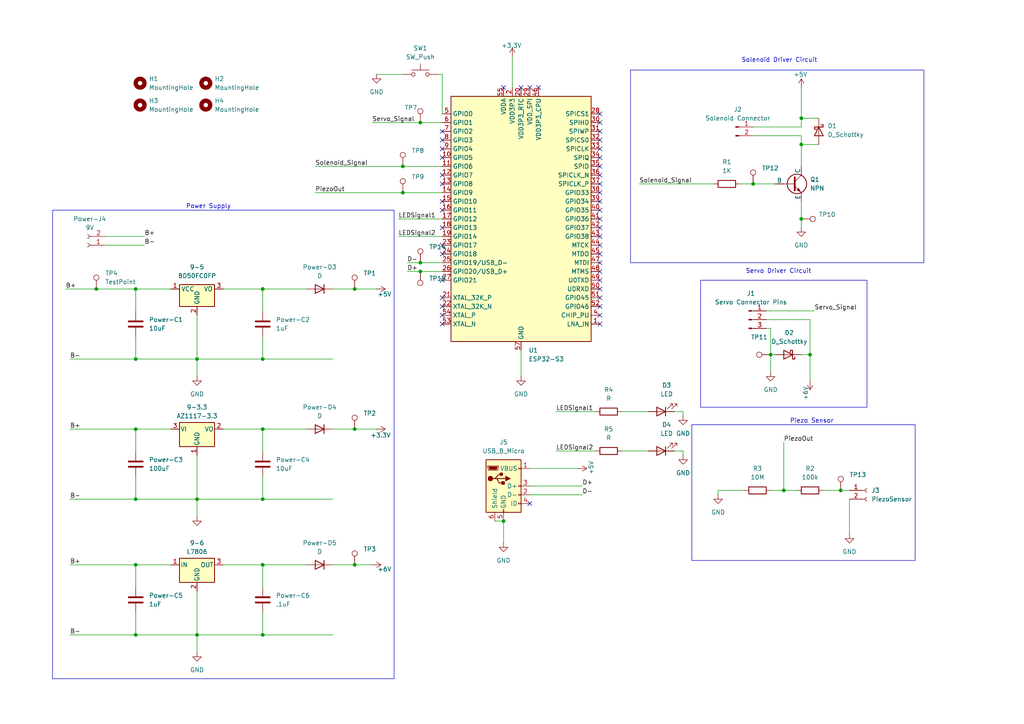
<source format=kicad_sch>
(kicad_sch
	(version 20231120)
	(generator "eeschema")
	(generator_version "8.0")
	(uuid "c6a136b9-90a9-4a17-b332-fabcaa2a6581")
	(paper "A4")
	(lib_symbols
		(symbol "Connector:Conn_01x02_Pin"
			(pin_names
				(offset 1.016) hide)
			(exclude_from_sim no)
			(in_bom yes)
			(on_board yes)
			(property "Reference" "J"
				(at 0 2.54 0)
				(effects
					(font
						(size 1.27 1.27)
					)
				)
			)
			(property "Value" "Conn_01x02_Pin"
				(at 0 -5.08 0)
				(effects
					(font
						(size 1.27 1.27)
					)
				)
			)
			(property "Footprint" ""
				(at 0 0 0)
				(effects
					(font
						(size 1.27 1.27)
					)
					(hide yes)
				)
			)
			(property "Datasheet" "~"
				(at 0 0 0)
				(effects
					(font
						(size 1.27 1.27)
					)
					(hide yes)
				)
			)
			(property "Description" "Generic connector, single row, 01x02, script generated"
				(at 0 0 0)
				(effects
					(font
						(size 1.27 1.27)
					)
					(hide yes)
				)
			)
			(property "ki_locked" ""
				(at 0 0 0)
				(effects
					(font
						(size 1.27 1.27)
					)
				)
			)
			(property "ki_keywords" "connector"
				(at 0 0 0)
				(effects
					(font
						(size 1.27 1.27)
					)
					(hide yes)
				)
			)
			(property "ki_fp_filters" "Connector*:*_1x??_*"
				(at 0 0 0)
				(effects
					(font
						(size 1.27 1.27)
					)
					(hide yes)
				)
			)
			(symbol "Conn_01x02_Pin_1_1"
				(polyline
					(pts
						(xy 1.27 -2.54) (xy 0.8636 -2.54)
					)
					(stroke
						(width 0.1524)
						(type default)
					)
					(fill
						(type none)
					)
				)
				(polyline
					(pts
						(xy 1.27 0) (xy 0.8636 0)
					)
					(stroke
						(width 0.1524)
						(type default)
					)
					(fill
						(type none)
					)
				)
				(rectangle
					(start 0.8636 -2.413)
					(end 0 -2.667)
					(stroke
						(width 0.1524)
						(type default)
					)
					(fill
						(type outline)
					)
				)
				(rectangle
					(start 0.8636 0.127)
					(end 0 -0.127)
					(stroke
						(width 0.1524)
						(type default)
					)
					(fill
						(type outline)
					)
				)
				(pin passive line
					(at 5.08 0 180)
					(length 3.81)
					(name "Pin_1"
						(effects
							(font
								(size 1.27 1.27)
							)
						)
					)
					(number "1"
						(effects
							(font
								(size 1.27 1.27)
							)
						)
					)
				)
				(pin passive line
					(at 5.08 -2.54 180)
					(length 3.81)
					(name "Pin_2"
						(effects
							(font
								(size 1.27 1.27)
							)
						)
					)
					(number "2"
						(effects
							(font
								(size 1.27 1.27)
							)
						)
					)
				)
			)
		)
		(symbol "Connector:Conn_01x02_Socket"
			(pin_names
				(offset 1.016) hide)
			(exclude_from_sim no)
			(in_bom yes)
			(on_board yes)
			(property "Reference" "J"
				(at 0 2.54 0)
				(effects
					(font
						(size 1.27 1.27)
					)
				)
			)
			(property "Value" "Conn_01x02_Socket"
				(at 0 -5.08 0)
				(effects
					(font
						(size 1.27 1.27)
					)
				)
			)
			(property "Footprint" ""
				(at 0 0 0)
				(effects
					(font
						(size 1.27 1.27)
					)
					(hide yes)
				)
			)
			(property "Datasheet" "~"
				(at 0 0 0)
				(effects
					(font
						(size 1.27 1.27)
					)
					(hide yes)
				)
			)
			(property "Description" "Generic connector, single row, 01x02, script generated"
				(at 0 0 0)
				(effects
					(font
						(size 1.27 1.27)
					)
					(hide yes)
				)
			)
			(property "ki_locked" ""
				(at 0 0 0)
				(effects
					(font
						(size 1.27 1.27)
					)
				)
			)
			(property "ki_keywords" "connector"
				(at 0 0 0)
				(effects
					(font
						(size 1.27 1.27)
					)
					(hide yes)
				)
			)
			(property "ki_fp_filters" "Connector*:*_1x??_*"
				(at 0 0 0)
				(effects
					(font
						(size 1.27 1.27)
					)
					(hide yes)
				)
			)
			(symbol "Conn_01x02_Socket_1_1"
				(arc
					(start 0 -2.032)
					(mid -0.5058 -2.54)
					(end 0 -3.048)
					(stroke
						(width 0.1524)
						(type default)
					)
					(fill
						(type none)
					)
				)
				(polyline
					(pts
						(xy -1.27 -2.54) (xy -0.508 -2.54)
					)
					(stroke
						(width 0.1524)
						(type default)
					)
					(fill
						(type none)
					)
				)
				(polyline
					(pts
						(xy -1.27 0) (xy -0.508 0)
					)
					(stroke
						(width 0.1524)
						(type default)
					)
					(fill
						(type none)
					)
				)
				(arc
					(start 0 0.508)
					(mid -0.5058 0)
					(end 0 -0.508)
					(stroke
						(width 0.1524)
						(type default)
					)
					(fill
						(type none)
					)
				)
				(pin passive line
					(at -5.08 0 0)
					(length 3.81)
					(name "Pin_1"
						(effects
							(font
								(size 1.27 1.27)
							)
						)
					)
					(number "1"
						(effects
							(font
								(size 1.27 1.27)
							)
						)
					)
				)
				(pin passive line
					(at -5.08 -2.54 0)
					(length 3.81)
					(name "Pin_2"
						(effects
							(font
								(size 1.27 1.27)
							)
						)
					)
					(number "2"
						(effects
							(font
								(size 1.27 1.27)
							)
						)
					)
				)
			)
		)
		(symbol "Connector:Conn_01x03_Pin"
			(pin_names
				(offset 1.016) hide)
			(exclude_from_sim no)
			(in_bom yes)
			(on_board yes)
			(property "Reference" "J"
				(at 0 5.08 0)
				(effects
					(font
						(size 1.27 1.27)
					)
				)
			)
			(property "Value" "Conn_01x03_Pin"
				(at 0 -5.08 0)
				(effects
					(font
						(size 1.27 1.27)
					)
				)
			)
			(property "Footprint" ""
				(at 0 0 0)
				(effects
					(font
						(size 1.27 1.27)
					)
					(hide yes)
				)
			)
			(property "Datasheet" "~"
				(at 0 0 0)
				(effects
					(font
						(size 1.27 1.27)
					)
					(hide yes)
				)
			)
			(property "Description" "Generic connector, single row, 01x03, script generated"
				(at 0 0 0)
				(effects
					(font
						(size 1.27 1.27)
					)
					(hide yes)
				)
			)
			(property "ki_locked" ""
				(at 0 0 0)
				(effects
					(font
						(size 1.27 1.27)
					)
				)
			)
			(property "ki_keywords" "connector"
				(at 0 0 0)
				(effects
					(font
						(size 1.27 1.27)
					)
					(hide yes)
				)
			)
			(property "ki_fp_filters" "Connector*:*_1x??_*"
				(at 0 0 0)
				(effects
					(font
						(size 1.27 1.27)
					)
					(hide yes)
				)
			)
			(symbol "Conn_01x03_Pin_1_1"
				(polyline
					(pts
						(xy 1.27 -2.54) (xy 0.8636 -2.54)
					)
					(stroke
						(width 0.1524)
						(type default)
					)
					(fill
						(type none)
					)
				)
				(polyline
					(pts
						(xy 1.27 0) (xy 0.8636 0)
					)
					(stroke
						(width 0.1524)
						(type default)
					)
					(fill
						(type none)
					)
				)
				(polyline
					(pts
						(xy 1.27 2.54) (xy 0.8636 2.54)
					)
					(stroke
						(width 0.1524)
						(type default)
					)
					(fill
						(type none)
					)
				)
				(rectangle
					(start 0.8636 -2.413)
					(end 0 -2.667)
					(stroke
						(width 0.1524)
						(type default)
					)
					(fill
						(type outline)
					)
				)
				(rectangle
					(start 0.8636 0.127)
					(end 0 -0.127)
					(stroke
						(width 0.1524)
						(type default)
					)
					(fill
						(type outline)
					)
				)
				(rectangle
					(start 0.8636 2.667)
					(end 0 2.413)
					(stroke
						(width 0.1524)
						(type default)
					)
					(fill
						(type outline)
					)
				)
				(pin passive line
					(at 5.08 2.54 180)
					(length 3.81)
					(name "Pin_1"
						(effects
							(font
								(size 1.27 1.27)
							)
						)
					)
					(number "1"
						(effects
							(font
								(size 1.27 1.27)
							)
						)
					)
				)
				(pin passive line
					(at 5.08 0 180)
					(length 3.81)
					(name "Pin_2"
						(effects
							(font
								(size 1.27 1.27)
							)
						)
					)
					(number "2"
						(effects
							(font
								(size 1.27 1.27)
							)
						)
					)
				)
				(pin passive line
					(at 5.08 -2.54 180)
					(length 3.81)
					(name "Pin_3"
						(effects
							(font
								(size 1.27 1.27)
							)
						)
					)
					(number "3"
						(effects
							(font
								(size 1.27 1.27)
							)
						)
					)
				)
			)
		)
		(symbol "Connector:TestPoint"
			(pin_numbers hide)
			(pin_names
				(offset 0.762) hide)
			(exclude_from_sim no)
			(in_bom yes)
			(on_board yes)
			(property "Reference" "TP"
				(at 0 6.858 0)
				(effects
					(font
						(size 1.27 1.27)
					)
				)
			)
			(property "Value" "TestPoint"
				(at 0 5.08 0)
				(effects
					(font
						(size 1.27 1.27)
					)
				)
			)
			(property "Footprint" ""
				(at 5.08 0 0)
				(effects
					(font
						(size 1.27 1.27)
					)
					(hide yes)
				)
			)
			(property "Datasheet" "~"
				(at 5.08 0 0)
				(effects
					(font
						(size 1.27 1.27)
					)
					(hide yes)
				)
			)
			(property "Description" "test point"
				(at 0 0 0)
				(effects
					(font
						(size 1.27 1.27)
					)
					(hide yes)
				)
			)
			(property "ki_keywords" "test point tp"
				(at 0 0 0)
				(effects
					(font
						(size 1.27 1.27)
					)
					(hide yes)
				)
			)
			(property "ki_fp_filters" "Pin* Test*"
				(at 0 0 0)
				(effects
					(font
						(size 1.27 1.27)
					)
					(hide yes)
				)
			)
			(symbol "TestPoint_0_1"
				(circle
					(center 0 3.302)
					(radius 0.762)
					(stroke
						(width 0)
						(type default)
					)
					(fill
						(type none)
					)
				)
			)
			(symbol "TestPoint_1_1"
				(pin passive line
					(at 0 0 90)
					(length 2.54)
					(name "1"
						(effects
							(font
								(size 1.27 1.27)
							)
						)
					)
					(number "1"
						(effects
							(font
								(size 1.27 1.27)
							)
						)
					)
				)
			)
		)
		(symbol "Connector:USB_B_Micro"
			(pin_names
				(offset 1.016)
			)
			(exclude_from_sim no)
			(in_bom yes)
			(on_board yes)
			(property "Reference" "J"
				(at -5.08 11.43 0)
				(effects
					(font
						(size 1.27 1.27)
					)
					(justify left)
				)
			)
			(property "Value" "USB_B_Micro"
				(at -5.08 8.89 0)
				(effects
					(font
						(size 1.27 1.27)
					)
					(justify left)
				)
			)
			(property "Footprint" ""
				(at 3.81 -1.27 0)
				(effects
					(font
						(size 1.27 1.27)
					)
					(hide yes)
				)
			)
			(property "Datasheet" "~"
				(at 3.81 -1.27 0)
				(effects
					(font
						(size 1.27 1.27)
					)
					(hide yes)
				)
			)
			(property "Description" "USB Micro Type B connector"
				(at 0 0 0)
				(effects
					(font
						(size 1.27 1.27)
					)
					(hide yes)
				)
			)
			(property "ki_keywords" "connector USB micro"
				(at 0 0 0)
				(effects
					(font
						(size 1.27 1.27)
					)
					(hide yes)
				)
			)
			(property "ki_fp_filters" "USB*"
				(at 0 0 0)
				(effects
					(font
						(size 1.27 1.27)
					)
					(hide yes)
				)
			)
			(symbol "USB_B_Micro_0_1"
				(rectangle
					(start -5.08 -7.62)
					(end 5.08 7.62)
					(stroke
						(width 0.254)
						(type default)
					)
					(fill
						(type background)
					)
				)
				(circle
					(center -3.81 2.159)
					(radius 0.635)
					(stroke
						(width 0.254)
						(type default)
					)
					(fill
						(type outline)
					)
				)
				(circle
					(center -0.635 3.429)
					(radius 0.381)
					(stroke
						(width 0.254)
						(type default)
					)
					(fill
						(type outline)
					)
				)
				(rectangle
					(start -0.127 -7.62)
					(end 0.127 -6.858)
					(stroke
						(width 0)
						(type default)
					)
					(fill
						(type none)
					)
				)
				(polyline
					(pts
						(xy -1.905 2.159) (xy 0.635 2.159)
					)
					(stroke
						(width 0.254)
						(type default)
					)
					(fill
						(type none)
					)
				)
				(polyline
					(pts
						(xy -3.175 2.159) (xy -2.54 2.159) (xy -1.27 3.429) (xy -0.635 3.429)
					)
					(stroke
						(width 0.254)
						(type default)
					)
					(fill
						(type none)
					)
				)
				(polyline
					(pts
						(xy -2.54 2.159) (xy -1.905 2.159) (xy -1.27 0.889) (xy 0 0.889)
					)
					(stroke
						(width 0.254)
						(type default)
					)
					(fill
						(type none)
					)
				)
				(polyline
					(pts
						(xy 0.635 2.794) (xy 0.635 1.524) (xy 1.905 2.159) (xy 0.635 2.794)
					)
					(stroke
						(width 0.254)
						(type default)
					)
					(fill
						(type outline)
					)
				)
				(polyline
					(pts
						(xy -4.318 5.588) (xy -1.778 5.588) (xy -2.032 4.826) (xy -4.064 4.826) (xy -4.318 5.588)
					)
					(stroke
						(width 0)
						(type default)
					)
					(fill
						(type outline)
					)
				)
				(polyline
					(pts
						(xy -4.699 5.842) (xy -4.699 5.588) (xy -4.445 4.826) (xy -4.445 4.572) (xy -1.651 4.572) (xy -1.651 4.826)
						(xy -1.397 5.588) (xy -1.397 5.842) (xy -4.699 5.842)
					)
					(stroke
						(width 0)
						(type default)
					)
					(fill
						(type none)
					)
				)
				(rectangle
					(start 0.254 1.27)
					(end -0.508 0.508)
					(stroke
						(width 0.254)
						(type default)
					)
					(fill
						(type outline)
					)
				)
				(rectangle
					(start 5.08 -5.207)
					(end 4.318 -4.953)
					(stroke
						(width 0)
						(type default)
					)
					(fill
						(type none)
					)
				)
				(rectangle
					(start 5.08 -2.667)
					(end 4.318 -2.413)
					(stroke
						(width 0)
						(type default)
					)
					(fill
						(type none)
					)
				)
				(rectangle
					(start 5.08 -0.127)
					(end 4.318 0.127)
					(stroke
						(width 0)
						(type default)
					)
					(fill
						(type none)
					)
				)
				(rectangle
					(start 5.08 4.953)
					(end 4.318 5.207)
					(stroke
						(width 0)
						(type default)
					)
					(fill
						(type none)
					)
				)
			)
			(symbol "USB_B_Micro_1_1"
				(pin power_out line
					(at 7.62 5.08 180)
					(length 2.54)
					(name "VBUS"
						(effects
							(font
								(size 1.27 1.27)
							)
						)
					)
					(number "1"
						(effects
							(font
								(size 1.27 1.27)
							)
						)
					)
				)
				(pin bidirectional line
					(at 7.62 -2.54 180)
					(length 2.54)
					(name "D-"
						(effects
							(font
								(size 1.27 1.27)
							)
						)
					)
					(number "2"
						(effects
							(font
								(size 1.27 1.27)
							)
						)
					)
				)
				(pin bidirectional line
					(at 7.62 0 180)
					(length 2.54)
					(name "D+"
						(effects
							(font
								(size 1.27 1.27)
							)
						)
					)
					(number "3"
						(effects
							(font
								(size 1.27 1.27)
							)
						)
					)
				)
				(pin passive line
					(at 7.62 -5.08 180)
					(length 2.54)
					(name "ID"
						(effects
							(font
								(size 1.27 1.27)
							)
						)
					)
					(number "4"
						(effects
							(font
								(size 1.27 1.27)
							)
						)
					)
				)
				(pin power_out line
					(at 0 -10.16 90)
					(length 2.54)
					(name "GND"
						(effects
							(font
								(size 1.27 1.27)
							)
						)
					)
					(number "5"
						(effects
							(font
								(size 1.27 1.27)
							)
						)
					)
				)
				(pin passive line
					(at -2.54 -10.16 90)
					(length 2.54)
					(name "Shield"
						(effects
							(font
								(size 1.27 1.27)
							)
						)
					)
					(number "6"
						(effects
							(font
								(size 1.27 1.27)
							)
						)
					)
				)
			)
		)
		(symbol "Device:C"
			(pin_numbers hide)
			(pin_names
				(offset 0.254)
			)
			(exclude_from_sim no)
			(in_bom yes)
			(on_board yes)
			(property "Reference" "C"
				(at 0.635 2.54 0)
				(effects
					(font
						(size 1.27 1.27)
					)
					(justify left)
				)
			)
			(property "Value" "C"
				(at 0.635 -2.54 0)
				(effects
					(font
						(size 1.27 1.27)
					)
					(justify left)
				)
			)
			(property "Footprint" ""
				(at 0.9652 -3.81 0)
				(effects
					(font
						(size 1.27 1.27)
					)
					(hide yes)
				)
			)
			(property "Datasheet" "~"
				(at 0 0 0)
				(effects
					(font
						(size 1.27 1.27)
					)
					(hide yes)
				)
			)
			(property "Description" "Unpolarized capacitor"
				(at 0 0 0)
				(effects
					(font
						(size 1.27 1.27)
					)
					(hide yes)
				)
			)
			(property "ki_keywords" "cap capacitor"
				(at 0 0 0)
				(effects
					(font
						(size 1.27 1.27)
					)
					(hide yes)
				)
			)
			(property "ki_fp_filters" "C_*"
				(at 0 0 0)
				(effects
					(font
						(size 1.27 1.27)
					)
					(hide yes)
				)
			)
			(symbol "C_0_1"
				(polyline
					(pts
						(xy -2.032 -0.762) (xy 2.032 -0.762)
					)
					(stroke
						(width 0.508)
						(type default)
					)
					(fill
						(type none)
					)
				)
				(polyline
					(pts
						(xy -2.032 0.762) (xy 2.032 0.762)
					)
					(stroke
						(width 0.508)
						(type default)
					)
					(fill
						(type none)
					)
				)
			)
			(symbol "C_1_1"
				(pin passive line
					(at 0 3.81 270)
					(length 2.794)
					(name "~"
						(effects
							(font
								(size 1.27 1.27)
							)
						)
					)
					(number "1"
						(effects
							(font
								(size 1.27 1.27)
							)
						)
					)
				)
				(pin passive line
					(at 0 -3.81 90)
					(length 2.794)
					(name "~"
						(effects
							(font
								(size 1.27 1.27)
							)
						)
					)
					(number "2"
						(effects
							(font
								(size 1.27 1.27)
							)
						)
					)
				)
			)
		)
		(symbol "Device:D"
			(pin_numbers hide)
			(pin_names
				(offset 1.016) hide)
			(exclude_from_sim no)
			(in_bom yes)
			(on_board yes)
			(property "Reference" "D"
				(at 0 2.54 0)
				(effects
					(font
						(size 1.27 1.27)
					)
				)
			)
			(property "Value" "D"
				(at 0 -2.54 0)
				(effects
					(font
						(size 1.27 1.27)
					)
				)
			)
			(property "Footprint" ""
				(at 0 0 0)
				(effects
					(font
						(size 1.27 1.27)
					)
					(hide yes)
				)
			)
			(property "Datasheet" "~"
				(at 0 0 0)
				(effects
					(font
						(size 1.27 1.27)
					)
					(hide yes)
				)
			)
			(property "Description" "Diode"
				(at 0 0 0)
				(effects
					(font
						(size 1.27 1.27)
					)
					(hide yes)
				)
			)
			(property "Sim.Device" "D"
				(at 0 0 0)
				(effects
					(font
						(size 1.27 1.27)
					)
					(hide yes)
				)
			)
			(property "Sim.Pins" "1=K 2=A"
				(at 0 0 0)
				(effects
					(font
						(size 1.27 1.27)
					)
					(hide yes)
				)
			)
			(property "ki_keywords" "diode"
				(at 0 0 0)
				(effects
					(font
						(size 1.27 1.27)
					)
					(hide yes)
				)
			)
			(property "ki_fp_filters" "TO-???* *_Diode_* *SingleDiode* D_*"
				(at 0 0 0)
				(effects
					(font
						(size 1.27 1.27)
					)
					(hide yes)
				)
			)
			(symbol "D_0_1"
				(polyline
					(pts
						(xy -1.27 1.27) (xy -1.27 -1.27)
					)
					(stroke
						(width 0.254)
						(type default)
					)
					(fill
						(type none)
					)
				)
				(polyline
					(pts
						(xy 1.27 0) (xy -1.27 0)
					)
					(stroke
						(width 0)
						(type default)
					)
					(fill
						(type none)
					)
				)
				(polyline
					(pts
						(xy 1.27 1.27) (xy 1.27 -1.27) (xy -1.27 0) (xy 1.27 1.27)
					)
					(stroke
						(width 0.254)
						(type default)
					)
					(fill
						(type none)
					)
				)
			)
			(symbol "D_1_1"
				(pin passive line
					(at -3.81 0 0)
					(length 2.54)
					(name "K"
						(effects
							(font
								(size 1.27 1.27)
							)
						)
					)
					(number "1"
						(effects
							(font
								(size 1.27 1.27)
							)
						)
					)
				)
				(pin passive line
					(at 3.81 0 180)
					(length 2.54)
					(name "A"
						(effects
							(font
								(size 1.27 1.27)
							)
						)
					)
					(number "2"
						(effects
							(font
								(size 1.27 1.27)
							)
						)
					)
				)
			)
		)
		(symbol "Device:D_Schottky"
			(pin_numbers hide)
			(pin_names
				(offset 1.016) hide)
			(exclude_from_sim no)
			(in_bom yes)
			(on_board yes)
			(property "Reference" "D"
				(at 0 2.54 0)
				(effects
					(font
						(size 1.27 1.27)
					)
				)
			)
			(property "Value" "D_Schottky"
				(at 0 -2.54 0)
				(effects
					(font
						(size 1.27 1.27)
					)
				)
			)
			(property "Footprint" ""
				(at 0 0 0)
				(effects
					(font
						(size 1.27 1.27)
					)
					(hide yes)
				)
			)
			(property "Datasheet" "~"
				(at 0 0 0)
				(effects
					(font
						(size 1.27 1.27)
					)
					(hide yes)
				)
			)
			(property "Description" "Schottky diode"
				(at 0 0 0)
				(effects
					(font
						(size 1.27 1.27)
					)
					(hide yes)
				)
			)
			(property "ki_keywords" "diode Schottky"
				(at 0 0 0)
				(effects
					(font
						(size 1.27 1.27)
					)
					(hide yes)
				)
			)
			(property "ki_fp_filters" "TO-???* *_Diode_* *SingleDiode* D_*"
				(at 0 0 0)
				(effects
					(font
						(size 1.27 1.27)
					)
					(hide yes)
				)
			)
			(symbol "D_Schottky_0_1"
				(polyline
					(pts
						(xy 1.27 0) (xy -1.27 0)
					)
					(stroke
						(width 0)
						(type default)
					)
					(fill
						(type none)
					)
				)
				(polyline
					(pts
						(xy 1.27 1.27) (xy 1.27 -1.27) (xy -1.27 0) (xy 1.27 1.27)
					)
					(stroke
						(width 0.254)
						(type default)
					)
					(fill
						(type none)
					)
				)
				(polyline
					(pts
						(xy -1.905 0.635) (xy -1.905 1.27) (xy -1.27 1.27) (xy -1.27 -1.27) (xy -0.635 -1.27) (xy -0.635 -0.635)
					)
					(stroke
						(width 0.254)
						(type default)
					)
					(fill
						(type none)
					)
				)
			)
			(symbol "D_Schottky_1_1"
				(pin passive line
					(at -3.81 0 0)
					(length 2.54)
					(name "K"
						(effects
							(font
								(size 1.27 1.27)
							)
						)
					)
					(number "1"
						(effects
							(font
								(size 1.27 1.27)
							)
						)
					)
				)
				(pin passive line
					(at 3.81 0 180)
					(length 2.54)
					(name "A"
						(effects
							(font
								(size 1.27 1.27)
							)
						)
					)
					(number "2"
						(effects
							(font
								(size 1.27 1.27)
							)
						)
					)
				)
			)
		)
		(symbol "Device:LED"
			(pin_numbers hide)
			(pin_names
				(offset 1.016) hide)
			(exclude_from_sim no)
			(in_bom yes)
			(on_board yes)
			(property "Reference" "D"
				(at 0 2.54 0)
				(effects
					(font
						(size 1.27 1.27)
					)
				)
			)
			(property "Value" "LED"
				(at 0 -2.54 0)
				(effects
					(font
						(size 1.27 1.27)
					)
				)
			)
			(property "Footprint" ""
				(at 0 0 0)
				(effects
					(font
						(size 1.27 1.27)
					)
					(hide yes)
				)
			)
			(property "Datasheet" "~"
				(at 0 0 0)
				(effects
					(font
						(size 1.27 1.27)
					)
					(hide yes)
				)
			)
			(property "Description" "Light emitting diode"
				(at 0 0 0)
				(effects
					(font
						(size 1.27 1.27)
					)
					(hide yes)
				)
			)
			(property "ki_keywords" "LED diode"
				(at 0 0 0)
				(effects
					(font
						(size 1.27 1.27)
					)
					(hide yes)
				)
			)
			(property "ki_fp_filters" "LED* LED_SMD:* LED_THT:*"
				(at 0 0 0)
				(effects
					(font
						(size 1.27 1.27)
					)
					(hide yes)
				)
			)
			(symbol "LED_0_1"
				(polyline
					(pts
						(xy -1.27 -1.27) (xy -1.27 1.27)
					)
					(stroke
						(width 0.254)
						(type default)
					)
					(fill
						(type none)
					)
				)
				(polyline
					(pts
						(xy -1.27 0) (xy 1.27 0)
					)
					(stroke
						(width 0)
						(type default)
					)
					(fill
						(type none)
					)
				)
				(polyline
					(pts
						(xy 1.27 -1.27) (xy 1.27 1.27) (xy -1.27 0) (xy 1.27 -1.27)
					)
					(stroke
						(width 0.254)
						(type default)
					)
					(fill
						(type none)
					)
				)
				(polyline
					(pts
						(xy -3.048 -0.762) (xy -4.572 -2.286) (xy -3.81 -2.286) (xy -4.572 -2.286) (xy -4.572 -1.524)
					)
					(stroke
						(width 0)
						(type default)
					)
					(fill
						(type none)
					)
				)
				(polyline
					(pts
						(xy -1.778 -0.762) (xy -3.302 -2.286) (xy -2.54 -2.286) (xy -3.302 -2.286) (xy -3.302 -1.524)
					)
					(stroke
						(width 0)
						(type default)
					)
					(fill
						(type none)
					)
				)
			)
			(symbol "LED_1_1"
				(pin passive line
					(at -3.81 0 0)
					(length 2.54)
					(name "K"
						(effects
							(font
								(size 1.27 1.27)
							)
						)
					)
					(number "1"
						(effects
							(font
								(size 1.27 1.27)
							)
						)
					)
				)
				(pin passive line
					(at 3.81 0 180)
					(length 2.54)
					(name "A"
						(effects
							(font
								(size 1.27 1.27)
							)
						)
					)
					(number "2"
						(effects
							(font
								(size 1.27 1.27)
							)
						)
					)
				)
			)
		)
		(symbol "Device:R"
			(pin_numbers hide)
			(pin_names
				(offset 0)
			)
			(exclude_from_sim no)
			(in_bom yes)
			(on_board yes)
			(property "Reference" "R"
				(at 2.032 0 90)
				(effects
					(font
						(size 1.27 1.27)
					)
				)
			)
			(property "Value" "R"
				(at 0 0 90)
				(effects
					(font
						(size 1.27 1.27)
					)
				)
			)
			(property "Footprint" ""
				(at -1.778 0 90)
				(effects
					(font
						(size 1.27 1.27)
					)
					(hide yes)
				)
			)
			(property "Datasheet" "~"
				(at 0 0 0)
				(effects
					(font
						(size 1.27 1.27)
					)
					(hide yes)
				)
			)
			(property "Description" "Resistor"
				(at 0 0 0)
				(effects
					(font
						(size 1.27 1.27)
					)
					(hide yes)
				)
			)
			(property "ki_keywords" "R res resistor"
				(at 0 0 0)
				(effects
					(font
						(size 1.27 1.27)
					)
					(hide yes)
				)
			)
			(property "ki_fp_filters" "R_*"
				(at 0 0 0)
				(effects
					(font
						(size 1.27 1.27)
					)
					(hide yes)
				)
			)
			(symbol "R_0_1"
				(rectangle
					(start -1.016 -2.54)
					(end 1.016 2.54)
					(stroke
						(width 0.254)
						(type default)
					)
					(fill
						(type none)
					)
				)
			)
			(symbol "R_1_1"
				(pin passive line
					(at 0 3.81 270)
					(length 1.27)
					(name "~"
						(effects
							(font
								(size 1.27 1.27)
							)
						)
					)
					(number "1"
						(effects
							(font
								(size 1.27 1.27)
							)
						)
					)
				)
				(pin passive line
					(at 0 -3.81 90)
					(length 1.27)
					(name "~"
						(effects
							(font
								(size 1.27 1.27)
							)
						)
					)
					(number "2"
						(effects
							(font
								(size 1.27 1.27)
							)
						)
					)
				)
			)
		)
		(symbol "MCU_Espressif:ESP32-S3"
			(exclude_from_sim no)
			(in_bom yes)
			(on_board yes)
			(property "Reference" "U"
				(at 10.16 -38.1 0)
				(effects
					(font
						(size 1.27 1.27)
					)
				)
			)
			(property "Value" "ESP32-S3"
				(at 13.97 -40.64 0)
				(effects
					(font
						(size 1.27 1.27)
					)
				)
			)
			(property "Footprint" "Package_DFN_QFN:QFN-56-1EP_7x7mm_P0.4mm_EP4x4mm"
				(at 0 -48.26 0)
				(effects
					(font
						(size 1.27 1.27)
					)
					(hide yes)
				)
			)
			(property "Datasheet" "https://www.espressif.com/sites/default/files/documentation/esp32-s3_datasheet_en.pdf"
				(at 0 0 0)
				(effects
					(font
						(size 1.27 1.27)
					)
					(hide yes)
				)
			)
			(property "Description" "Microcontroller, Wi-Fi 802.11b/g/n, Bluetooth, 32bit"
				(at 0 0 0)
				(effects
					(font
						(size 1.27 1.27)
					)
					(hide yes)
				)
			)
			(property "ki_keywords" "Microcontroller Wi-Fi BT ESP ESP32 Espressif"
				(at 0 0 0)
				(effects
					(font
						(size 1.27 1.27)
					)
					(hide yes)
				)
			)
			(property "ki_fp_filters" "QFN*1EP*7x7mm*P0.4mm*"
				(at 0 0 0)
				(effects
					(font
						(size 1.27 1.27)
					)
					(hide yes)
				)
			)
			(symbol "ESP32-S3_0_1"
				(rectangle
					(start -20.32 35.56)
					(end 20.32 -35.56)
					(stroke
						(width 0.254)
						(type default)
					)
					(fill
						(type background)
					)
				)
			)
			(symbol "ESP32-S3_1_0"
				(pin bidirectional line
					(at 22.86 12.7 180)
					(length 2.54)
					(name "SPICLK_N"
						(effects
							(font
								(size 1.27 1.27)
							)
						)
					)
					(number "36"
						(effects
							(font
								(size 1.27 1.27)
							)
						)
					)
				)
				(pin bidirectional line
					(at 22.86 -10.16 180)
					(length 2.54)
					(name "MTDO"
						(effects
							(font
								(size 1.27 1.27)
							)
						)
					)
					(number "45"
						(effects
							(font
								(size 1.27 1.27)
							)
						)
					)
				)
				(pin bidirectional line
					(at 22.86 -22.86 180)
					(length 2.54)
					(name "GPIO45"
						(effects
							(font
								(size 1.27 1.27)
							)
						)
					)
					(number "51"
						(effects
							(font
								(size 1.27 1.27)
							)
						)
					)
				)
				(pin passive line
					(at -5.08 38.1 270)
					(length 2.54) hide
					(name "VDDA"
						(effects
							(font
								(size 1.27 1.27)
							)
						)
					)
					(number "56"
						(effects
							(font
								(size 1.27 1.27)
							)
						)
					)
				)
			)
			(symbol "ESP32-S3_1_1"
				(pin bidirectional line
					(at 22.86 -30.48 180)
					(length 2.54)
					(name "LNA_IN"
						(effects
							(font
								(size 1.27 1.27)
							)
						)
					)
					(number "1"
						(effects
							(font
								(size 1.27 1.27)
							)
						)
					)
				)
				(pin bidirectional line
					(at -22.86 17.78 0)
					(length 2.54)
					(name "GPIO5"
						(effects
							(font
								(size 1.27 1.27)
							)
						)
					)
					(number "10"
						(effects
							(font
								(size 1.27 1.27)
							)
						)
					)
				)
				(pin bidirectional line
					(at -22.86 15.24 0)
					(length 2.54)
					(name "GPIO6"
						(effects
							(font
								(size 1.27 1.27)
							)
						)
					)
					(number "11"
						(effects
							(font
								(size 1.27 1.27)
							)
						)
					)
				)
				(pin bidirectional line
					(at -22.86 12.7 0)
					(length 2.54)
					(name "GPIO7"
						(effects
							(font
								(size 1.27 1.27)
							)
						)
					)
					(number "12"
						(effects
							(font
								(size 1.27 1.27)
							)
						)
					)
				)
				(pin bidirectional line
					(at -22.86 10.16 0)
					(length 2.54)
					(name "GPIO8"
						(effects
							(font
								(size 1.27 1.27)
							)
						)
					)
					(number "13"
						(effects
							(font
								(size 1.27 1.27)
							)
						)
					)
				)
				(pin bidirectional line
					(at -22.86 7.62 0)
					(length 2.54)
					(name "GPIO9"
						(effects
							(font
								(size 1.27 1.27)
							)
						)
					)
					(number "14"
						(effects
							(font
								(size 1.27 1.27)
							)
						)
					)
				)
				(pin bidirectional line
					(at -22.86 5.08 0)
					(length 2.54)
					(name "GPIO10"
						(effects
							(font
								(size 1.27 1.27)
							)
						)
					)
					(number "15"
						(effects
							(font
								(size 1.27 1.27)
							)
						)
					)
				)
				(pin bidirectional line
					(at -22.86 2.54 0)
					(length 2.54)
					(name "GPIO11"
						(effects
							(font
								(size 1.27 1.27)
							)
						)
					)
					(number "16"
						(effects
							(font
								(size 1.27 1.27)
							)
						)
					)
				)
				(pin bidirectional line
					(at -22.86 0 0)
					(length 2.54)
					(name "GPIO12"
						(effects
							(font
								(size 1.27 1.27)
							)
						)
					)
					(number "17"
						(effects
							(font
								(size 1.27 1.27)
							)
						)
					)
				)
				(pin bidirectional line
					(at -22.86 -2.54 0)
					(length 2.54)
					(name "GPIO13"
						(effects
							(font
								(size 1.27 1.27)
							)
						)
					)
					(number "18"
						(effects
							(font
								(size 1.27 1.27)
							)
						)
					)
				)
				(pin bidirectional line
					(at -22.86 -5.08 0)
					(length 2.54)
					(name "GPIO14"
						(effects
							(font
								(size 1.27 1.27)
							)
						)
					)
					(number "19"
						(effects
							(font
								(size 1.27 1.27)
							)
						)
					)
				)
				(pin power_in line
					(at -2.54 38.1 270)
					(length 2.54)
					(name "VDD3P3"
						(effects
							(font
								(size 1.27 1.27)
							)
						)
					)
					(number "2"
						(effects
							(font
								(size 1.27 1.27)
							)
						)
					)
				)
				(pin power_in line
					(at 0 38.1 270)
					(length 2.54)
					(name "VDD3P3_RTC"
						(effects
							(font
								(size 1.27 1.27)
							)
						)
					)
					(number "20"
						(effects
							(font
								(size 1.27 1.27)
							)
						)
					)
				)
				(pin passive line
					(at -22.86 -22.86 0)
					(length 2.54)
					(name "XTAL_32K_P"
						(effects
							(font
								(size 1.27 1.27)
							)
						)
					)
					(number "21"
						(effects
							(font
								(size 1.27 1.27)
							)
						)
					)
				)
				(pin passive line
					(at -22.86 -25.4 0)
					(length 2.54)
					(name "XTAL_32K_N"
						(effects
							(font
								(size 1.27 1.27)
							)
						)
					)
					(number "22"
						(effects
							(font
								(size 1.27 1.27)
							)
						)
					)
				)
				(pin bidirectional line
					(at -22.86 -7.62 0)
					(length 2.54)
					(name "GPIO17"
						(effects
							(font
								(size 1.27 1.27)
							)
						)
					)
					(number "23"
						(effects
							(font
								(size 1.27 1.27)
							)
						)
					)
				)
				(pin bidirectional line
					(at -22.86 -10.16 0)
					(length 2.54)
					(name "GPIO18"
						(effects
							(font
								(size 1.27 1.27)
							)
						)
					)
					(number "24"
						(effects
							(font
								(size 1.27 1.27)
							)
						)
					)
				)
				(pin bidirectional line
					(at -22.86 -12.7 0)
					(length 2.54)
					(name "GPIO19/USB_D-"
						(effects
							(font
								(size 1.27 1.27)
							)
						)
					)
					(number "25"
						(effects
							(font
								(size 1.27 1.27)
							)
						)
					)
				)
				(pin bidirectional line
					(at -22.86 -15.24 0)
					(length 2.54)
					(name "GPIO20/USB_D+"
						(effects
							(font
								(size 1.27 1.27)
							)
						)
					)
					(number "26"
						(effects
							(font
								(size 1.27 1.27)
							)
						)
					)
				)
				(pin bidirectional line
					(at -22.86 -17.78 0)
					(length 2.54)
					(name "GPIO21"
						(effects
							(font
								(size 1.27 1.27)
							)
						)
					)
					(number "27"
						(effects
							(font
								(size 1.27 1.27)
							)
						)
					)
				)
				(pin bidirectional line
					(at 22.86 30.48 180)
					(length 2.54)
					(name "SPICS1"
						(effects
							(font
								(size 1.27 1.27)
							)
						)
					)
					(number "28"
						(effects
							(font
								(size 1.27 1.27)
							)
						)
					)
				)
				(pin power_in line
					(at 2.54 38.1 270)
					(length 2.54)
					(name "VDD_SPI"
						(effects
							(font
								(size 1.27 1.27)
							)
						)
					)
					(number "29"
						(effects
							(font
								(size 1.27 1.27)
							)
						)
					)
				)
				(pin passive line
					(at -2.54 38.1 270)
					(length 2.54) hide
					(name "VDD3P3"
						(effects
							(font
								(size 1.27 1.27)
							)
						)
					)
					(number "3"
						(effects
							(font
								(size 1.27 1.27)
							)
						)
					)
				)
				(pin bidirectional line
					(at 22.86 27.94 180)
					(length 2.54)
					(name "SPIHD"
						(effects
							(font
								(size 1.27 1.27)
							)
						)
					)
					(number "30"
						(effects
							(font
								(size 1.27 1.27)
							)
						)
					)
				)
				(pin bidirectional line
					(at 22.86 25.4 180)
					(length 2.54)
					(name "SPIWP"
						(effects
							(font
								(size 1.27 1.27)
							)
						)
					)
					(number "31"
						(effects
							(font
								(size 1.27 1.27)
							)
						)
					)
				)
				(pin bidirectional line
					(at 22.86 22.86 180)
					(length 2.54)
					(name "SPICS0"
						(effects
							(font
								(size 1.27 1.27)
							)
						)
					)
					(number "32"
						(effects
							(font
								(size 1.27 1.27)
							)
						)
					)
				)
				(pin bidirectional line
					(at 22.86 20.32 180)
					(length 2.54)
					(name "SPICLK"
						(effects
							(font
								(size 1.27 1.27)
							)
						)
					)
					(number "33"
						(effects
							(font
								(size 1.27 1.27)
							)
						)
					)
				)
				(pin bidirectional line
					(at 22.86 17.78 180)
					(length 2.54)
					(name "SPIQ"
						(effects
							(font
								(size 1.27 1.27)
							)
						)
					)
					(number "34"
						(effects
							(font
								(size 1.27 1.27)
							)
						)
					)
				)
				(pin bidirectional line
					(at 22.86 15.24 180)
					(length 2.54)
					(name "SPID"
						(effects
							(font
								(size 1.27 1.27)
							)
						)
					)
					(number "35"
						(effects
							(font
								(size 1.27 1.27)
							)
						)
					)
				)
				(pin bidirectional line
					(at 22.86 10.16 180)
					(length 2.54)
					(name "SPICLK_P"
						(effects
							(font
								(size 1.27 1.27)
							)
						)
					)
					(number "37"
						(effects
							(font
								(size 1.27 1.27)
							)
						)
					)
				)
				(pin bidirectional line
					(at 22.86 7.62 180)
					(length 2.54)
					(name "GPIO33"
						(effects
							(font
								(size 1.27 1.27)
							)
						)
					)
					(number "38"
						(effects
							(font
								(size 1.27 1.27)
							)
						)
					)
				)
				(pin bidirectional line
					(at 22.86 5.08 180)
					(length 2.54)
					(name "GPIO34"
						(effects
							(font
								(size 1.27 1.27)
							)
						)
					)
					(number "39"
						(effects
							(font
								(size 1.27 1.27)
							)
						)
					)
				)
				(pin input line
					(at 22.86 -27.94 180)
					(length 2.54)
					(name "CHIP_PU"
						(effects
							(font
								(size 1.27 1.27)
							)
						)
					)
					(number "4"
						(effects
							(font
								(size 1.27 1.27)
							)
						)
					)
				)
				(pin bidirectional line
					(at 22.86 2.54 180)
					(length 2.54)
					(name "GPIO35"
						(effects
							(font
								(size 1.27 1.27)
							)
						)
					)
					(number "40"
						(effects
							(font
								(size 1.27 1.27)
							)
						)
					)
				)
				(pin bidirectional line
					(at 22.86 0 180)
					(length 2.54)
					(name "GPIO36"
						(effects
							(font
								(size 1.27 1.27)
							)
						)
					)
					(number "41"
						(effects
							(font
								(size 1.27 1.27)
							)
						)
					)
				)
				(pin bidirectional line
					(at 22.86 -2.54 180)
					(length 2.54)
					(name "GPIO37"
						(effects
							(font
								(size 1.27 1.27)
							)
						)
					)
					(number "42"
						(effects
							(font
								(size 1.27 1.27)
							)
						)
					)
				)
				(pin bidirectional line
					(at 22.86 -5.08 180)
					(length 2.54)
					(name "GPIO38"
						(effects
							(font
								(size 1.27 1.27)
							)
						)
					)
					(number "43"
						(effects
							(font
								(size 1.27 1.27)
							)
						)
					)
				)
				(pin bidirectional line
					(at 22.86 -7.62 180)
					(length 2.54)
					(name "MTCK"
						(effects
							(font
								(size 1.27 1.27)
							)
						)
					)
					(number "44"
						(effects
							(font
								(size 1.27 1.27)
							)
						)
					)
				)
				(pin power_in line
					(at 5.08 38.1 270)
					(length 2.54)
					(name "VDD3P3_CPU"
						(effects
							(font
								(size 1.27 1.27)
							)
						)
					)
					(number "46"
						(effects
							(font
								(size 1.27 1.27)
							)
						)
					)
				)
				(pin bidirectional line
					(at 22.86 -12.7 180)
					(length 2.54)
					(name "MTDI"
						(effects
							(font
								(size 1.27 1.27)
							)
						)
					)
					(number "47"
						(effects
							(font
								(size 1.27 1.27)
							)
						)
					)
				)
				(pin bidirectional line
					(at 22.86 -15.24 180)
					(length 2.54)
					(name "MTMS"
						(effects
							(font
								(size 1.27 1.27)
							)
						)
					)
					(number "48"
						(effects
							(font
								(size 1.27 1.27)
							)
						)
					)
				)
				(pin bidirectional line
					(at 22.86 -17.78 180)
					(length 2.54)
					(name "U0TXD"
						(effects
							(font
								(size 1.27 1.27)
							)
						)
					)
					(number "49"
						(effects
							(font
								(size 1.27 1.27)
							)
						)
					)
				)
				(pin bidirectional line
					(at -22.86 30.48 0)
					(length 2.54)
					(name "GPIO0"
						(effects
							(font
								(size 1.27 1.27)
							)
						)
					)
					(number "5"
						(effects
							(font
								(size 1.27 1.27)
							)
						)
					)
				)
				(pin bidirectional line
					(at 22.86 -20.32 180)
					(length 2.54)
					(name "U0RXD"
						(effects
							(font
								(size 1.27 1.27)
							)
						)
					)
					(number "50"
						(effects
							(font
								(size 1.27 1.27)
							)
						)
					)
				)
				(pin bidirectional line
					(at 22.86 -25.4 180)
					(length 2.54)
					(name "GPIO46"
						(effects
							(font
								(size 1.27 1.27)
							)
						)
					)
					(number "52"
						(effects
							(font
								(size 1.27 1.27)
							)
						)
					)
				)
				(pin output line
					(at -22.86 -30.48 0)
					(length 2.54)
					(name "XTAL_N"
						(effects
							(font
								(size 1.27 1.27)
							)
						)
					)
					(number "53"
						(effects
							(font
								(size 1.27 1.27)
							)
						)
					)
				)
				(pin input line
					(at -22.86 -27.94 0)
					(length 2.54)
					(name "XTAL_P"
						(effects
							(font
								(size 1.27 1.27)
							)
						)
					)
					(number "54"
						(effects
							(font
								(size 1.27 1.27)
							)
						)
					)
				)
				(pin power_in line
					(at -5.08 38.1 270)
					(length 2.54)
					(name "VDDA"
						(effects
							(font
								(size 1.27 1.27)
							)
						)
					)
					(number "55"
						(effects
							(font
								(size 1.27 1.27)
							)
						)
					)
				)
				(pin power_in line
					(at 0 -38.1 90)
					(length 2.54)
					(name "GND"
						(effects
							(font
								(size 1.27 1.27)
							)
						)
					)
					(number "57"
						(effects
							(font
								(size 1.27 1.27)
							)
						)
					)
				)
				(pin bidirectional line
					(at -22.86 27.94 0)
					(length 2.54)
					(name "GPIO1"
						(effects
							(font
								(size 1.27 1.27)
							)
						)
					)
					(number "6"
						(effects
							(font
								(size 1.27 1.27)
							)
						)
					)
				)
				(pin bidirectional line
					(at -22.86 25.4 0)
					(length 2.54)
					(name "GPIO2"
						(effects
							(font
								(size 1.27 1.27)
							)
						)
					)
					(number "7"
						(effects
							(font
								(size 1.27 1.27)
							)
						)
					)
				)
				(pin bidirectional line
					(at -22.86 22.86 0)
					(length 2.54)
					(name "GPIO3"
						(effects
							(font
								(size 1.27 1.27)
							)
						)
					)
					(number "8"
						(effects
							(font
								(size 1.27 1.27)
							)
						)
					)
				)
				(pin bidirectional line
					(at -22.86 20.32 0)
					(length 2.54)
					(name "GPIO4"
						(effects
							(font
								(size 1.27 1.27)
							)
						)
					)
					(number "9"
						(effects
							(font
								(size 1.27 1.27)
							)
						)
					)
				)
			)
		)
		(symbol "Mechanical:MountingHole"
			(pin_names
				(offset 1.016)
			)
			(exclude_from_sim yes)
			(in_bom no)
			(on_board yes)
			(property "Reference" "H"
				(at 0 5.08 0)
				(effects
					(font
						(size 1.27 1.27)
					)
				)
			)
			(property "Value" "MountingHole"
				(at 0 3.175 0)
				(effects
					(font
						(size 1.27 1.27)
					)
				)
			)
			(property "Footprint" ""
				(at 0 0 0)
				(effects
					(font
						(size 1.27 1.27)
					)
					(hide yes)
				)
			)
			(property "Datasheet" "~"
				(at 0 0 0)
				(effects
					(font
						(size 1.27 1.27)
					)
					(hide yes)
				)
			)
			(property "Description" "Mounting Hole without connection"
				(at 0 0 0)
				(effects
					(font
						(size 1.27 1.27)
					)
					(hide yes)
				)
			)
			(property "ki_keywords" "mounting hole"
				(at 0 0 0)
				(effects
					(font
						(size 1.27 1.27)
					)
					(hide yes)
				)
			)
			(property "ki_fp_filters" "MountingHole*"
				(at 0 0 0)
				(effects
					(font
						(size 1.27 1.27)
					)
					(hide yes)
				)
			)
			(symbol "MountingHole_0_1"
				(circle
					(center 0 0)
					(radius 1.27)
					(stroke
						(width 1.27)
						(type default)
					)
					(fill
						(type none)
					)
				)
			)
		)
		(symbol "Regulator_Linear:AZ1117-3.3"
			(pin_names
				(offset 0.254)
			)
			(exclude_from_sim no)
			(in_bom yes)
			(on_board yes)
			(property "Reference" "U"
				(at -3.81 3.175 0)
				(effects
					(font
						(size 1.27 1.27)
					)
				)
			)
			(property "Value" "AZ1117-3.3"
				(at 0 3.175 0)
				(effects
					(font
						(size 1.27 1.27)
					)
					(justify left)
				)
			)
			(property "Footprint" ""
				(at 0 6.35 0)
				(effects
					(font
						(size 1.27 1.27)
						(italic yes)
					)
					(hide yes)
				)
			)
			(property "Datasheet" "https://www.diodes.com/assets/Datasheets/AZ1117.pdf"
				(at 0 0 0)
				(effects
					(font
						(size 1.27 1.27)
					)
					(hide yes)
				)
			)
			(property "Description" "1A 20V Fixed LDO Linear Regulator, 3.3V, SOT-89/SOT-223/TO-220/TO-252/TO-263"
				(at 0 0 0)
				(effects
					(font
						(size 1.27 1.27)
					)
					(hide yes)
				)
			)
			(property "ki_keywords" "Fixed Voltage Regulator 1A Positive LDO"
				(at 0 0 0)
				(effects
					(font
						(size 1.27 1.27)
					)
					(hide yes)
				)
			)
			(property "ki_fp_filters" "SOT?223* SOT?89* TO?220* TO?252* TO?263*"
				(at 0 0 0)
				(effects
					(font
						(size 1.27 1.27)
					)
					(hide yes)
				)
			)
			(symbol "AZ1117-3.3_0_1"
				(rectangle
					(start -5.08 1.905)
					(end 5.08 -5.08)
					(stroke
						(width 0.254)
						(type default)
					)
					(fill
						(type background)
					)
				)
			)
			(symbol "AZ1117-3.3_1_1"
				(pin power_in line
					(at 0 -7.62 90)
					(length 2.54)
					(name "GND"
						(effects
							(font
								(size 1.27 1.27)
							)
						)
					)
					(number "1"
						(effects
							(font
								(size 1.27 1.27)
							)
						)
					)
				)
				(pin power_out line
					(at 7.62 0 180)
					(length 2.54)
					(name "VO"
						(effects
							(font
								(size 1.27 1.27)
							)
						)
					)
					(number "2"
						(effects
							(font
								(size 1.27 1.27)
							)
						)
					)
				)
				(pin power_in line
					(at -7.62 0 0)
					(length 2.54)
					(name "VI"
						(effects
							(font
								(size 1.27 1.27)
							)
						)
					)
					(number "3"
						(effects
							(font
								(size 1.27 1.27)
							)
						)
					)
				)
			)
		)
		(symbol "Regulator_Linear:BD50FC0FP"
			(exclude_from_sim no)
			(in_bom yes)
			(on_board yes)
			(property "Reference" "U"
				(at 0 7.62 0)
				(effects
					(font
						(size 1.27 1.27)
					)
				)
			)
			(property "Value" "BD50FC0FP"
				(at 0 5.08 0)
				(effects
					(font
						(size 1.27 1.27)
					)
				)
			)
			(property "Footprint" "Package_TO_SOT_SMD:TO-252-2"
				(at 0 2.54 0)
				(effects
					(font
						(size 1.27 1.27)
					)
					(hide yes)
				)
			)
			(property "Datasheet" "https://fscdn.rohm.com/en/products/databook/datasheet/ic/power/linear_regulator/bdxxfc0wefj-e.pdf"
				(at 0 10.16 0)
				(effects
					(font
						(size 1.27 1.27)
					)
					(hide yes)
				)
			)
			(property "Description" "1A, 5.0V LDO regulator with OVP & TSP, without enable, TO-252"
				(at 0 0 0)
				(effects
					(font
						(size 1.27 1.27)
					)
					(hide yes)
				)
			)
			(property "ki_keywords" "linear regulator fixed positive over voltage protection thermal shutdown"
				(at 0 0 0)
				(effects
					(font
						(size 1.27 1.27)
					)
					(hide yes)
				)
			)
			(property "ki_fp_filters" "TO?252*"
				(at 0 0 0)
				(effects
					(font
						(size 1.27 1.27)
					)
					(hide yes)
				)
			)
			(symbol "BD50FC0FP_1_1"
				(rectangle
					(start -5.08 -5.08)
					(end 5.08 1.27)
					(stroke
						(width 0.254)
						(type default)
					)
					(fill
						(type background)
					)
				)
				(pin power_in line
					(at -7.62 0 0)
					(length 2.54)
					(name "VCC"
						(effects
							(font
								(size 1.27 1.27)
							)
						)
					)
					(number "1"
						(effects
							(font
								(size 1.27 1.27)
							)
						)
					)
				)
				(pin power_in line
					(at 0 -7.62 90)
					(length 2.54)
					(name "GND"
						(effects
							(font
								(size 1.27 1.27)
							)
						)
					)
					(number "2"
						(effects
							(font
								(size 1.27 1.27)
							)
						)
					)
				)
				(pin power_out line
					(at 7.62 0 180)
					(length 2.54)
					(name "VO"
						(effects
							(font
								(size 1.27 1.27)
							)
						)
					)
					(number "3"
						(effects
							(font
								(size 1.27 1.27)
							)
						)
					)
				)
			)
		)
		(symbol "Regulator_Linear:L7806"
			(pin_names
				(offset 0.254)
			)
			(exclude_from_sim no)
			(in_bom yes)
			(on_board yes)
			(property "Reference" "U"
				(at -3.81 3.175 0)
				(effects
					(font
						(size 1.27 1.27)
					)
				)
			)
			(property "Value" "L7806"
				(at 0 3.175 0)
				(effects
					(font
						(size 1.27 1.27)
					)
					(justify left)
				)
			)
			(property "Footprint" ""
				(at 0.635 -3.81 0)
				(effects
					(font
						(size 1.27 1.27)
						(italic yes)
					)
					(justify left)
					(hide yes)
				)
			)
			(property "Datasheet" "http://www.st.com/content/ccc/resource/technical/document/datasheet/41/4f/b3/b0/12/d4/47/88/CD00000444.pdf/files/CD00000444.pdf/jcr:content/translations/en.CD00000444.pdf"
				(at 0 -1.27 0)
				(effects
					(font
						(size 1.27 1.27)
					)
					(hide yes)
				)
			)
			(property "Description" "Positive 1.5A 35V Linear Regulator, Fixed Output 6V, TO-220/TO-263/TO-252"
				(at 0 0 0)
				(effects
					(font
						(size 1.27 1.27)
					)
					(hide yes)
				)
			)
			(property "ki_keywords" "Voltage Regulator 1.5A Positive"
				(at 0 0 0)
				(effects
					(font
						(size 1.27 1.27)
					)
					(hide yes)
				)
			)
			(property "ki_fp_filters" "TO?252* TO?263* TO?220*"
				(at 0 0 0)
				(effects
					(font
						(size 1.27 1.27)
					)
					(hide yes)
				)
			)
			(symbol "L7806_0_1"
				(rectangle
					(start -5.08 1.905)
					(end 5.08 -5.08)
					(stroke
						(width 0.254)
						(type default)
					)
					(fill
						(type background)
					)
				)
			)
			(symbol "L7806_1_1"
				(pin power_in line
					(at -7.62 0 0)
					(length 2.54)
					(name "IN"
						(effects
							(font
								(size 1.27 1.27)
							)
						)
					)
					(number "1"
						(effects
							(font
								(size 1.27 1.27)
							)
						)
					)
				)
				(pin power_in line
					(at 0 -7.62 90)
					(length 2.54)
					(name "GND"
						(effects
							(font
								(size 1.27 1.27)
							)
						)
					)
					(number "2"
						(effects
							(font
								(size 1.27 1.27)
							)
						)
					)
				)
				(pin power_out line
					(at 7.62 0 180)
					(length 2.54)
					(name "OUT"
						(effects
							(font
								(size 1.27 1.27)
							)
						)
					)
					(number "3"
						(effects
							(font
								(size 1.27 1.27)
							)
						)
					)
				)
			)
		)
		(symbol "Simulation_SPICE:NPN"
			(pin_numbers hide)
			(pin_names
				(offset 0)
			)
			(exclude_from_sim no)
			(in_bom yes)
			(on_board yes)
			(property "Reference" "Q"
				(at -2.54 7.62 0)
				(effects
					(font
						(size 1.27 1.27)
					)
				)
			)
			(property "Value" "NPN"
				(at -2.54 5.08 0)
				(effects
					(font
						(size 1.27 1.27)
					)
				)
			)
			(property "Footprint" ""
				(at 63.5 0 0)
				(effects
					(font
						(size 1.27 1.27)
					)
					(hide yes)
				)
			)
			(property "Datasheet" "https://ngspice.sourceforge.io/docs/ngspice-html-manual/manual.xhtml#cha_BJTs"
				(at 63.5 0 0)
				(effects
					(font
						(size 1.27 1.27)
					)
					(hide yes)
				)
			)
			(property "Description" "Bipolar transistor symbol for simulation only, substrate tied to the emitter"
				(at 0 0 0)
				(effects
					(font
						(size 1.27 1.27)
					)
					(hide yes)
				)
			)
			(property "Sim.Device" "NPN"
				(at 0 0 0)
				(effects
					(font
						(size 1.27 1.27)
					)
					(hide yes)
				)
			)
			(property "Sim.Type" "GUMMELPOON"
				(at 0 0 0)
				(effects
					(font
						(size 1.27 1.27)
					)
					(hide yes)
				)
			)
			(property "Sim.Pins" "1=C 2=B 3=E"
				(at 0 0 0)
				(effects
					(font
						(size 1.27 1.27)
					)
					(hide yes)
				)
			)
			(property "ki_keywords" "simulation"
				(at 0 0 0)
				(effects
					(font
						(size 1.27 1.27)
					)
					(hide yes)
				)
			)
			(symbol "NPN_0_1"
				(polyline
					(pts
						(xy -2.54 0) (xy 0.635 0)
					)
					(stroke
						(width 0.1524)
						(type default)
					)
					(fill
						(type none)
					)
				)
				(polyline
					(pts
						(xy 0.635 0.635) (xy 2.54 2.54)
					)
					(stroke
						(width 0)
						(type default)
					)
					(fill
						(type none)
					)
				)
				(polyline
					(pts
						(xy 2.794 -1.27) (xy 2.794 -1.27)
					)
					(stroke
						(width 0.1524)
						(type default)
					)
					(fill
						(type none)
					)
				)
				(polyline
					(pts
						(xy 2.794 -1.27) (xy 2.794 -1.27)
					)
					(stroke
						(width 0.1524)
						(type default)
					)
					(fill
						(type none)
					)
				)
				(polyline
					(pts
						(xy 0.635 -0.635) (xy 2.54 -2.54) (xy 2.54 -2.54)
					)
					(stroke
						(width 0)
						(type default)
					)
					(fill
						(type none)
					)
				)
				(polyline
					(pts
						(xy 0.635 1.905) (xy 0.635 -1.905) (xy 0.635 -1.905)
					)
					(stroke
						(width 0.508)
						(type default)
					)
					(fill
						(type none)
					)
				)
				(polyline
					(pts
						(xy 1.27 -1.778) (xy 1.778 -1.27) (xy 2.286 -2.286) (xy 1.27 -1.778) (xy 1.27 -1.778)
					)
					(stroke
						(width 0)
						(type default)
					)
					(fill
						(type outline)
					)
				)
				(circle
					(center 1.27 0)
					(radius 2.8194)
					(stroke
						(width 0.254)
						(type default)
					)
					(fill
						(type none)
					)
				)
			)
			(symbol "NPN_1_1"
				(pin open_collector line
					(at 2.54 5.08 270)
					(length 2.54)
					(name "C"
						(effects
							(font
								(size 1.27 1.27)
							)
						)
					)
					(number "1"
						(effects
							(font
								(size 1.27 1.27)
							)
						)
					)
				)
				(pin input line
					(at -5.08 0 0)
					(length 2.54)
					(name "B"
						(effects
							(font
								(size 1.27 1.27)
							)
						)
					)
					(number "2"
						(effects
							(font
								(size 1.27 1.27)
							)
						)
					)
				)
				(pin open_emitter line
					(at 2.54 -5.08 90)
					(length 2.54)
					(name "E"
						(effects
							(font
								(size 1.27 1.27)
							)
						)
					)
					(number "3"
						(effects
							(font
								(size 1.27 1.27)
							)
						)
					)
				)
			)
		)
		(symbol "Switch:SW_Push"
			(pin_numbers hide)
			(pin_names
				(offset 1.016) hide)
			(exclude_from_sim no)
			(in_bom yes)
			(on_board yes)
			(property "Reference" "SW"
				(at 1.27 2.54 0)
				(effects
					(font
						(size 1.27 1.27)
					)
					(justify left)
				)
			)
			(property "Value" "SW_Push"
				(at 0 -1.524 0)
				(effects
					(font
						(size 1.27 1.27)
					)
				)
			)
			(property "Footprint" ""
				(at 0 5.08 0)
				(effects
					(font
						(size 1.27 1.27)
					)
					(hide yes)
				)
			)
			(property "Datasheet" "~"
				(at 0 5.08 0)
				(effects
					(font
						(size 1.27 1.27)
					)
					(hide yes)
				)
			)
			(property "Description" "Push button switch, generic, two pins"
				(at 0 0 0)
				(effects
					(font
						(size 1.27 1.27)
					)
					(hide yes)
				)
			)
			(property "ki_keywords" "switch normally-open pushbutton push-button"
				(at 0 0 0)
				(effects
					(font
						(size 1.27 1.27)
					)
					(hide yes)
				)
			)
			(symbol "SW_Push_0_1"
				(circle
					(center -2.032 0)
					(radius 0.508)
					(stroke
						(width 0)
						(type default)
					)
					(fill
						(type none)
					)
				)
				(polyline
					(pts
						(xy 0 1.27) (xy 0 3.048)
					)
					(stroke
						(width 0)
						(type default)
					)
					(fill
						(type none)
					)
				)
				(polyline
					(pts
						(xy 2.54 1.27) (xy -2.54 1.27)
					)
					(stroke
						(width 0)
						(type default)
					)
					(fill
						(type none)
					)
				)
				(circle
					(center 2.032 0)
					(radius 0.508)
					(stroke
						(width 0)
						(type default)
					)
					(fill
						(type none)
					)
				)
				(pin passive line
					(at -5.08 0 0)
					(length 2.54)
					(name "1"
						(effects
							(font
								(size 1.27 1.27)
							)
						)
					)
					(number "1"
						(effects
							(font
								(size 1.27 1.27)
							)
						)
					)
				)
				(pin passive line
					(at 5.08 0 180)
					(length 2.54)
					(name "2"
						(effects
							(font
								(size 1.27 1.27)
							)
						)
					)
					(number "2"
						(effects
							(font
								(size 1.27 1.27)
							)
						)
					)
				)
			)
		)
		(symbol "power:+3.3V"
			(power)
			(pin_numbers hide)
			(pin_names
				(offset 0) hide)
			(exclude_from_sim no)
			(in_bom yes)
			(on_board yes)
			(property "Reference" "#PWR"
				(at 0 -3.81 0)
				(effects
					(font
						(size 1.27 1.27)
					)
					(hide yes)
				)
			)
			(property "Value" "+3.3V"
				(at 0 3.556 0)
				(effects
					(font
						(size 1.27 1.27)
					)
				)
			)
			(property "Footprint" ""
				(at 0 0 0)
				(effects
					(font
						(size 1.27 1.27)
					)
					(hide yes)
				)
			)
			(property "Datasheet" ""
				(at 0 0 0)
				(effects
					(font
						(size 1.27 1.27)
					)
					(hide yes)
				)
			)
			(property "Description" "Power symbol creates a global label with name \"+3.3V\""
				(at 0 0 0)
				(effects
					(font
						(size 1.27 1.27)
					)
					(hide yes)
				)
			)
			(property "ki_keywords" "global power"
				(at 0 0 0)
				(effects
					(font
						(size 1.27 1.27)
					)
					(hide yes)
				)
			)
			(symbol "+3.3V_0_1"
				(polyline
					(pts
						(xy -0.762 1.27) (xy 0 2.54)
					)
					(stroke
						(width 0)
						(type default)
					)
					(fill
						(type none)
					)
				)
				(polyline
					(pts
						(xy 0 0) (xy 0 2.54)
					)
					(stroke
						(width 0)
						(type default)
					)
					(fill
						(type none)
					)
				)
				(polyline
					(pts
						(xy 0 2.54) (xy 0.762 1.27)
					)
					(stroke
						(width 0)
						(type default)
					)
					(fill
						(type none)
					)
				)
			)
			(symbol "+3.3V_1_1"
				(pin power_in line
					(at 0 0 90)
					(length 0)
					(name "~"
						(effects
							(font
								(size 1.27 1.27)
							)
						)
					)
					(number "1"
						(effects
							(font
								(size 1.27 1.27)
							)
						)
					)
				)
			)
		)
		(symbol "power:+5V"
			(power)
			(pin_numbers hide)
			(pin_names
				(offset 0) hide)
			(exclude_from_sim no)
			(in_bom yes)
			(on_board yes)
			(property "Reference" "#PWR"
				(at 0 -3.81 0)
				(effects
					(font
						(size 1.27 1.27)
					)
					(hide yes)
				)
			)
			(property "Value" "+5V"
				(at 0 3.556 0)
				(effects
					(font
						(size 1.27 1.27)
					)
				)
			)
			(property "Footprint" ""
				(at 0 0 0)
				(effects
					(font
						(size 1.27 1.27)
					)
					(hide yes)
				)
			)
			(property "Datasheet" ""
				(at 0 0 0)
				(effects
					(font
						(size 1.27 1.27)
					)
					(hide yes)
				)
			)
			(property "Description" "Power symbol creates a global label with name \"+5V\""
				(at 0 0 0)
				(effects
					(font
						(size 1.27 1.27)
					)
					(hide yes)
				)
			)
			(property "ki_keywords" "global power"
				(at 0 0 0)
				(effects
					(font
						(size 1.27 1.27)
					)
					(hide yes)
				)
			)
			(symbol "+5V_0_1"
				(polyline
					(pts
						(xy -0.762 1.27) (xy 0 2.54)
					)
					(stroke
						(width 0)
						(type default)
					)
					(fill
						(type none)
					)
				)
				(polyline
					(pts
						(xy 0 0) (xy 0 2.54)
					)
					(stroke
						(width 0)
						(type default)
					)
					(fill
						(type none)
					)
				)
				(polyline
					(pts
						(xy 0 2.54) (xy 0.762 1.27)
					)
					(stroke
						(width 0)
						(type default)
					)
					(fill
						(type none)
					)
				)
			)
			(symbol "+5V_1_1"
				(pin power_in line
					(at 0 0 90)
					(length 0)
					(name "~"
						(effects
							(font
								(size 1.27 1.27)
							)
						)
					)
					(number "1"
						(effects
							(font
								(size 1.27 1.27)
							)
						)
					)
				)
			)
		)
		(symbol "power:+6V"
			(power)
			(pin_numbers hide)
			(pin_names
				(offset 0) hide)
			(exclude_from_sim no)
			(in_bom yes)
			(on_board yes)
			(property "Reference" "#PWR"
				(at 0 -3.81 0)
				(effects
					(font
						(size 1.27 1.27)
					)
					(hide yes)
				)
			)
			(property "Value" "+6V"
				(at 0 3.556 0)
				(effects
					(font
						(size 1.27 1.27)
					)
				)
			)
			(property "Footprint" ""
				(at 0 0 0)
				(effects
					(font
						(size 1.27 1.27)
					)
					(hide yes)
				)
			)
			(property "Datasheet" ""
				(at 0 0 0)
				(effects
					(font
						(size 1.27 1.27)
					)
					(hide yes)
				)
			)
			(property "Description" "Power symbol creates a global label with name \"+6V\""
				(at 0 0 0)
				(effects
					(font
						(size 1.27 1.27)
					)
					(hide yes)
				)
			)
			(property "ki_keywords" "global power"
				(at 0 0 0)
				(effects
					(font
						(size 1.27 1.27)
					)
					(hide yes)
				)
			)
			(symbol "+6V_0_1"
				(polyline
					(pts
						(xy -0.762 1.27) (xy 0 2.54)
					)
					(stroke
						(width 0)
						(type default)
					)
					(fill
						(type none)
					)
				)
				(polyline
					(pts
						(xy 0 0) (xy 0 2.54)
					)
					(stroke
						(width 0)
						(type default)
					)
					(fill
						(type none)
					)
				)
				(polyline
					(pts
						(xy 0 2.54) (xy 0.762 1.27)
					)
					(stroke
						(width 0)
						(type default)
					)
					(fill
						(type none)
					)
				)
			)
			(symbol "+6V_1_1"
				(pin power_in line
					(at 0 0 90)
					(length 0)
					(name "~"
						(effects
							(font
								(size 1.27 1.27)
							)
						)
					)
					(number "1"
						(effects
							(font
								(size 1.27 1.27)
							)
						)
					)
				)
			)
		)
		(symbol "power:GND"
			(power)
			(pin_numbers hide)
			(pin_names
				(offset 0) hide)
			(exclude_from_sim no)
			(in_bom yes)
			(on_board yes)
			(property "Reference" "#PWR"
				(at 0 -6.35 0)
				(effects
					(font
						(size 1.27 1.27)
					)
					(hide yes)
				)
			)
			(property "Value" "GND"
				(at 0 -3.81 0)
				(effects
					(font
						(size 1.27 1.27)
					)
				)
			)
			(property "Footprint" ""
				(at 0 0 0)
				(effects
					(font
						(size 1.27 1.27)
					)
					(hide yes)
				)
			)
			(property "Datasheet" ""
				(at 0 0 0)
				(effects
					(font
						(size 1.27 1.27)
					)
					(hide yes)
				)
			)
			(property "Description" "Power symbol creates a global label with name \"GND\" , ground"
				(at 0 0 0)
				(effects
					(font
						(size 1.27 1.27)
					)
					(hide yes)
				)
			)
			(property "ki_keywords" "global power"
				(at 0 0 0)
				(effects
					(font
						(size 1.27 1.27)
					)
					(hide yes)
				)
			)
			(symbol "GND_0_1"
				(polyline
					(pts
						(xy 0 0) (xy 0 -1.27) (xy 1.27 -1.27) (xy 0 -2.54) (xy -1.27 -1.27) (xy 0 -1.27)
					)
					(stroke
						(width 0)
						(type default)
					)
					(fill
						(type none)
					)
				)
			)
			(symbol "GND_1_1"
				(pin power_in line
					(at 0 0 270)
					(length 0)
					(name "~"
						(effects
							(font
								(size 1.27 1.27)
							)
						)
					)
					(number "1"
						(effects
							(font
								(size 1.27 1.27)
							)
						)
					)
				)
			)
		)
	)
	(junction
		(at 76.2 124.46)
		(diameter 0)
		(color 0 0 0 0)
		(uuid "10b6981d-4de0-44a8-972a-9def7f484c37")
	)
	(junction
		(at 39.37 184.15)
		(diameter 0)
		(color 0 0 0 0)
		(uuid "19a5021c-5a4d-4329-98df-50b8dd298c70")
	)
	(junction
		(at 57.15 104.14)
		(diameter 0)
		(color 0 0 0 0)
		(uuid "1c8bb4a7-655e-4f76-b163-e4f586ec5412")
	)
	(junction
		(at 232.41 41.91)
		(diameter 0)
		(color 0 0 0 0)
		(uuid "1f1faba1-12f0-4cdd-ad94-ea0e5a0565ef")
	)
	(junction
		(at 27.94 83.82)
		(diameter 0)
		(color 0 0 0 0)
		(uuid "22ef8211-277a-4ded-925c-e8af8be091b8")
	)
	(junction
		(at 39.37 104.14)
		(diameter 0)
		(color 0 0 0 0)
		(uuid "387b73b8-2038-4416-9d5f-62f2aca74c6b")
	)
	(junction
		(at 39.37 124.46)
		(diameter 0)
		(color 0 0 0 0)
		(uuid "3e7c8bb0-1d55-42bf-9ddf-bb98386f5c09")
	)
	(junction
		(at 102.87 163.83)
		(diameter 0)
		(color 0 0 0 0)
		(uuid "487f34e5-0817-4bd1-8478-46b2e2f00919")
	)
	(junction
		(at 102.87 83.82)
		(diameter 0)
		(color 0 0 0 0)
		(uuid "59b919c9-37b3-47d6-ad19-19af9da4f7fe")
	)
	(junction
		(at 76.2 184.15)
		(diameter 0)
		(color 0 0 0 0)
		(uuid "6490a082-ce7f-4149-a0bb-76ceffb8b100")
	)
	(junction
		(at 57.15 184.15)
		(diameter 0)
		(color 0 0 0 0)
		(uuid "65d8b02f-98b5-42f8-9ea0-7fe048dc3953")
	)
	(junction
		(at 76.2 83.82)
		(diameter 0)
		(color 0 0 0 0)
		(uuid "6e006d61-ae35-4470-b018-4249468580a4")
	)
	(junction
		(at 232.41 63.5)
		(diameter 0)
		(color 0 0 0 0)
		(uuid "73274eff-1020-4a23-b8dd-ed4cff9284f6")
	)
	(junction
		(at 39.37 144.78)
		(diameter 0)
		(color 0 0 0 0)
		(uuid "74748182-efdd-466e-baf8-6acd798e56f8")
	)
	(junction
		(at 121.92 35.56)
		(diameter 0)
		(color 0 0 0 0)
		(uuid "7a7c6095-6871-484d-a838-f4777358ec88")
	)
	(junction
		(at 146.05 151.13)
		(diameter 0)
		(color 0 0 0 0)
		(uuid "7b6efe22-8e81-450d-80c0-a4defd13cfb1")
	)
	(junction
		(at 102.87 124.46)
		(diameter 0)
		(color 0 0 0 0)
		(uuid "7da633c0-4136-4467-bdf9-e9e4ed4528fe")
	)
	(junction
		(at 232.41 34.29)
		(diameter 0)
		(color 0 0 0 0)
		(uuid "832bf285-f89a-4d21-b0cf-b2bef1b4821f")
	)
	(junction
		(at 39.37 163.83)
		(diameter 0)
		(color 0 0 0 0)
		(uuid "83ee475d-0d52-4040-974a-9b4d3bf00eb4")
	)
	(junction
		(at 227.33 142.24)
		(diameter 0)
		(color 0 0 0 0)
		(uuid "84011b7a-2cf2-4682-9e4f-caa5a02fda6b")
	)
	(junction
		(at 243.84 142.24)
		(diameter 0)
		(color 0 0 0 0)
		(uuid "8b478589-9221-424f-aaf4-f45f7e8c9e8b")
	)
	(junction
		(at 57.15 144.78)
		(diameter 0)
		(color 0 0 0 0)
		(uuid "8c8c093f-5fc6-4122-acb0-7a03ac63c7cc")
	)
	(junction
		(at 121.92 76.2)
		(diameter 0)
		(color 0 0 0 0)
		(uuid "924665a7-75ec-46c1-8e81-cf03bb951822")
	)
	(junction
		(at 116.84 55.88)
		(diameter 0)
		(color 0 0 0 0)
		(uuid "9ab86104-7a48-4ac8-8212-d9e5fac84a9c")
	)
	(junction
		(at 76.2 104.14)
		(diameter 0)
		(color 0 0 0 0)
		(uuid "b29889ff-d4d2-48ef-a7a5-c648a0b6c25d")
	)
	(junction
		(at 76.2 163.83)
		(diameter 0)
		(color 0 0 0 0)
		(uuid "b7d5c2ab-d783-4a89-bebd-df58e7dc2ac9")
	)
	(junction
		(at 234.95 102.87)
		(diameter 0)
		(color 0 0 0 0)
		(uuid "b978db65-c443-404e-b91c-1c9ea577a338")
	)
	(junction
		(at 76.2 144.78)
		(diameter 0)
		(color 0 0 0 0)
		(uuid "bc3f79c4-8800-464c-8541-b80e090f1d75")
	)
	(junction
		(at 116.84 48.26)
		(diameter 0)
		(color 0 0 0 0)
		(uuid "bee13470-e6ed-4954-8bd6-776c114eb257")
	)
	(junction
		(at 121.92 78.74)
		(diameter 0)
		(color 0 0 0 0)
		(uuid "de9945b4-7e8f-4e27-bd14-99c7ce9da3a0")
	)
	(junction
		(at 218.44 53.34)
		(diameter 0)
		(color 0 0 0 0)
		(uuid "e476adcb-4c43-4c88-af48-3a2a9de16c7a")
	)
	(junction
		(at 39.37 83.82)
		(diameter 0)
		(color 0 0 0 0)
		(uuid "fe8ae7fb-5ead-4aa3-8fbe-3e1cf8bf183e")
	)
	(junction
		(at 223.52 102.87)
		(diameter 0)
		(color 0 0 0 0)
		(uuid "ff5657fb-e3d5-4e92-af4f-52aa2be0c0fe")
	)
	(no_connect
		(at 128.27 73.66)
		(uuid "00552e9d-a193-435d-ad6e-0e741cc2f28e")
	)
	(no_connect
		(at 128.27 81.28)
		(uuid "022977c2-b2f5-43d5-b1bf-51a53763b1e4")
	)
	(no_connect
		(at 173.99 78.74)
		(uuid "0cf24499-a2e7-4524-bd39-2eaf2a0ef6f7")
	)
	(no_connect
		(at 128.27 91.44)
		(uuid "0ebbf009-bb1a-4b7f-b19c-80c85523b9dc")
	)
	(no_connect
		(at 173.99 63.5)
		(uuid "2185a12a-c24b-44ee-a51b-f2bd07d35ec5")
	)
	(no_connect
		(at 153.67 146.05)
		(uuid "27f84691-a86d-4c47-8c46-8942b0ebabfc")
	)
	(no_connect
		(at 128.27 71.12)
		(uuid "2c9b43ce-fafd-44fd-b630-aa79f9664502")
	)
	(no_connect
		(at 173.99 58.42)
		(uuid "316421a9-f278-481a-8dd2-2939323e0011")
	)
	(no_connect
		(at 128.27 45.72)
		(uuid "31d48147-080e-4208-bf00-e6a82954ca69")
	)
	(no_connect
		(at 173.99 60.96)
		(uuid "36a51c30-5c0b-4ea5-9203-19abc80b40de")
	)
	(no_connect
		(at 173.99 66.04)
		(uuid "4d989aa2-24ea-44a4-ad29-51097c13a221")
	)
	(no_connect
		(at 128.27 88.9)
		(uuid "4f4fd204-4cbb-4b89-b852-db38e690ca4f")
	)
	(no_connect
		(at 173.99 81.28)
		(uuid "4f598fd2-4a72-4119-913c-87c4243072be")
	)
	(no_connect
		(at 173.99 55.88)
		(uuid "52ab1e02-7749-4ee9-9264-559ada210872")
	)
	(no_connect
		(at 128.27 38.1)
		(uuid "5477e291-dbfc-43ea-9902-80d179b870a9")
	)
	(no_connect
		(at 173.99 43.18)
		(uuid "63f024c1-5af2-49f6-93a9-d16928467ae2")
	)
	(no_connect
		(at 173.99 48.26)
		(uuid "659ec7c4-7e3f-4186-947b-44d4f5fb763d")
	)
	(no_connect
		(at 173.99 91.44)
		(uuid "6b750a1f-c5d3-4365-b7a5-5ed1c31e946e")
	)
	(no_connect
		(at 173.99 40.64)
		(uuid "6dba7b19-763c-45de-a89b-4c95c34c7bcf")
	)
	(no_connect
		(at 173.99 86.36)
		(uuid "7493e740-0cfc-486a-b2b2-9fcbbc5e7fac")
	)
	(no_connect
		(at 173.99 45.72)
		(uuid "74fb8046-cfaa-4717-a43f-069702dd32bc")
	)
	(no_connect
		(at 173.99 71.12)
		(uuid "751c8422-f85f-4800-b4ba-b7249e14dbcc")
	)
	(no_connect
		(at 128.27 86.36)
		(uuid "757c0d25-54d6-40c4-ab47-38dce3c12a55")
	)
	(no_connect
		(at 128.27 60.96)
		(uuid "785407c5-5d73-481b-bc1b-9b18d8dc1e38")
	)
	(no_connect
		(at 173.99 88.9)
		(uuid "942a7a7d-bcba-4702-9aea-35f1c0090355")
	)
	(no_connect
		(at 173.99 35.56)
		(uuid "9820300a-e0de-4d41-b0c3-35c372bc4317")
	)
	(no_connect
		(at 173.99 76.2)
		(uuid "983208a8-64da-4f73-93a1-84e30f35d6d9")
	)
	(no_connect
		(at 173.99 73.66)
		(uuid "a0e6f333-7300-40d0-8a09-05a6a94b7c98")
	)
	(no_connect
		(at 173.99 68.58)
		(uuid "aed03fce-e940-4ac9-8e09-c9d932bbc705")
	)
	(no_connect
		(at 128.27 66.04)
		(uuid "b8ea3760-aed5-4464-a2b7-c1359511c469")
	)
	(no_connect
		(at 173.99 50.8)
		(uuid "c3137f9f-6560-4201-ba9f-18c4436d905a")
	)
	(no_connect
		(at 173.99 93.98)
		(uuid "c5cb38c9-edf0-4913-b672-1305db6e94c4")
	)
	(no_connect
		(at 151.13 25.4)
		(uuid "c6edf9c3-628d-45db-be3e-e96f02d92b56")
	)
	(no_connect
		(at 173.99 38.1)
		(uuid "c827878e-f381-4813-aaa6-92d18ef081eb")
	)
	(no_connect
		(at 128.27 43.18)
		(uuid "c8f56e7f-898f-46e7-9841-8b0bd105efbc")
	)
	(no_connect
		(at 156.21 25.4)
		(uuid "c9645d58-19d5-4fb6-8904-2c06c29d52a9")
	)
	(no_connect
		(at 173.99 53.34)
		(uuid "cbeaa767-8ce6-413d-aa8b-bf74316e7327")
	)
	(no_connect
		(at 128.27 53.34)
		(uuid "d384c5f7-e651-4f45-8b52-a99f16d09eda")
	)
	(no_connect
		(at 128.27 50.8)
		(uuid "d3e49ad2-16e8-436b-9dbb-7c087449f896")
	)
	(no_connect
		(at 146.05 25.4)
		(uuid "d51526cd-b7d1-4570-a6e0-517e2e0515e4")
	)
	(no_connect
		(at 173.99 83.82)
		(uuid "d712bdef-ba7b-45ee-96ef-f3b67035ffb9")
	)
	(no_connect
		(at 153.67 25.4)
		(uuid "dcb1e586-31e0-458d-8763-2512f3778466")
	)
	(no_connect
		(at 173.99 33.02)
		(uuid "ea766bc5-3d8b-4d7c-8a05-f64757ddb320")
	)
	(no_connect
		(at 128.27 40.64)
		(uuid "eb2223d7-d349-4d86-b4d6-cfdecb02538b")
	)
	(no_connect
		(at 128.27 93.98)
		(uuid "f831a3d5-6719-44d2-a030-bc07e6e219e8")
	)
	(no_connect
		(at 128.27 58.42)
		(uuid "f889998c-8245-43b4-b52f-01546b7b24e1")
	)
	(wire
		(pts
			(xy 180.34 119.38) (xy 187.96 119.38)
		)
		(stroke
			(width 0)
			(type default)
		)
		(uuid "03ecc6c9-4547-4515-ad40-c6a33bdadd34")
	)
	(wire
		(pts
			(xy 208.28 142.24) (xy 208.28 143.51)
		)
		(stroke
			(width 0)
			(type default)
		)
		(uuid "03fdab25-37bf-41c9-be41-e016591ca2c7")
	)
	(wire
		(pts
			(xy 57.15 171.45) (xy 57.15 184.15)
		)
		(stroke
			(width 0)
			(type default)
		)
		(uuid "042733c6-b672-4bc6-a032-68ffc3a334a9")
	)
	(wire
		(pts
			(xy 128.27 33.02) (xy 128.27 21.59)
		)
		(stroke
			(width 0)
			(type default)
		)
		(uuid "058ced21-9118-40a1-a0c1-ec8b06c7fcee")
	)
	(wire
		(pts
			(xy 96.52 184.15) (xy 76.2 184.15)
		)
		(stroke
			(width 0)
			(type default)
		)
		(uuid "07849e3e-a472-45eb-a09e-b75a833721fb")
	)
	(wire
		(pts
			(xy 121.92 78.74) (xy 128.27 78.74)
		)
		(stroke
			(width 0)
			(type default)
		)
		(uuid "082f7ccc-25f0-4719-8ad2-43b6ef97b5c6")
	)
	(wire
		(pts
			(xy 20.32 104.14) (xy 39.37 104.14)
		)
		(stroke
			(width 0)
			(type default)
		)
		(uuid "0b624c5c-941f-4ca4-8100-662ec6b9ca53")
	)
	(wire
		(pts
			(xy 232.41 41.91) (xy 232.41 48.26)
		)
		(stroke
			(width 0)
			(type default)
		)
		(uuid "0e327e5d-39a1-497f-b396-4c7a35b3eaaa")
	)
	(wire
		(pts
			(xy 76.2 124.46) (xy 76.2 130.81)
		)
		(stroke
			(width 0)
			(type default)
		)
		(uuid "0f77fcf2-d592-4c77-b20b-5371a9b19403")
	)
	(wire
		(pts
			(xy 20.32 184.15) (xy 39.37 184.15)
		)
		(stroke
			(width 0)
			(type default)
		)
		(uuid "10d407b4-784b-4ec9-bc21-9dbcb7732562")
	)
	(wire
		(pts
			(xy 76.2 83.82) (xy 88.9 83.82)
		)
		(stroke
			(width 0)
			(type default)
		)
		(uuid "1125bb51-eaf4-467a-a8dd-ed5c73ae6fd9")
	)
	(wire
		(pts
			(xy 30.48 71.12) (xy 41.91 71.12)
		)
		(stroke
			(width 0)
			(type default)
		)
		(uuid "12dfa96b-4223-45d3-a948-b2c95ed83622")
	)
	(wire
		(pts
			(xy 232.41 36.83) (xy 232.41 34.29)
		)
		(stroke
			(width 0)
			(type default)
		)
		(uuid "1638c22b-bdae-4753-ba73-a735f535908e")
	)
	(wire
		(pts
			(xy 39.37 124.46) (xy 39.37 130.81)
		)
		(stroke
			(width 0)
			(type default)
		)
		(uuid "1b600a2f-d9c6-45db-ac31-b575246dc014")
	)
	(wire
		(pts
			(xy 232.41 39.37) (xy 232.41 41.91)
		)
		(stroke
			(width 0)
			(type default)
		)
		(uuid "1c0706be-3aa7-4765-aeb9-846ec83c8f1f")
	)
	(wire
		(pts
			(xy 39.37 83.82) (xy 39.37 90.17)
		)
		(stroke
			(width 0)
			(type default)
		)
		(uuid "1fe0a5f0-32a8-403e-8fd6-c0d270a1a1ef")
	)
	(wire
		(pts
			(xy 76.2 124.46) (xy 88.9 124.46)
		)
		(stroke
			(width 0)
			(type default)
		)
		(uuid "2008e2b0-f2b6-4178-a288-42646826ae25")
	)
	(wire
		(pts
			(xy 116.84 55.88) (xy 128.27 55.88)
		)
		(stroke
			(width 0)
			(type default)
		)
		(uuid "20293fcd-0375-4632-9bc3-e202d8c224db")
	)
	(wire
		(pts
			(xy 39.37 124.46) (xy 49.53 124.46)
		)
		(stroke
			(width 0)
			(type default)
		)
		(uuid "208c187e-1777-4183-ae69-77b2729eeec5")
	)
	(wire
		(pts
			(xy 57.15 184.15) (xy 57.15 189.23)
		)
		(stroke
			(width 0)
			(type default)
		)
		(uuid "27c598f3-9188-4105-96de-2af5d70244db")
	)
	(wire
		(pts
			(xy 76.2 163.83) (xy 88.9 163.83)
		)
		(stroke
			(width 0)
			(type default)
		)
		(uuid "280112ae-27bc-4d47-844a-1e0cc4d7a4a9")
	)
	(wire
		(pts
			(xy 57.15 104.14) (xy 57.15 109.22)
		)
		(stroke
			(width 0)
			(type default)
		)
		(uuid "2ad4440b-9794-4585-98a2-543b2209511c")
	)
	(wire
		(pts
			(xy 168.91 143.51) (xy 153.67 143.51)
		)
		(stroke
			(width 0)
			(type default)
		)
		(uuid "2bc143ab-8ca9-47c5-b75a-6a4de61c917f")
	)
	(wire
		(pts
			(xy 91.44 48.26) (xy 116.84 48.26)
		)
		(stroke
			(width 0)
			(type default)
		)
		(uuid "2ce0dcf2-9945-4e7d-b8e8-50bdad3aa03e")
	)
	(wire
		(pts
			(xy 223.52 102.87) (xy 223.52 107.95)
		)
		(stroke
			(width 0)
			(type default)
		)
		(uuid "2eade0ad-9d00-4524-a8f1-1ae0fbaaf61c")
	)
	(wire
		(pts
			(xy 218.44 53.34) (xy 224.79 53.34)
		)
		(stroke
			(width 0)
			(type default)
		)
		(uuid "2feae36e-00fc-46c4-bae1-e83990bab4a9")
	)
	(wire
		(pts
			(xy 223.52 102.87) (xy 224.79 102.87)
		)
		(stroke
			(width 0)
			(type default)
		)
		(uuid "306eee3f-5a14-4e04-a075-e4facd8e4bab")
	)
	(wire
		(pts
			(xy 118.11 78.74) (xy 121.92 78.74)
		)
		(stroke
			(width 0)
			(type default)
		)
		(uuid "360cec95-de3d-4179-a1ff-5613752f4c04")
	)
	(wire
		(pts
			(xy 143.51 151.13) (xy 146.05 151.13)
		)
		(stroke
			(width 0)
			(type default)
		)
		(uuid "39350e3d-760e-4ccd-83eb-b7af787e55f3")
	)
	(wire
		(pts
			(xy 20.32 124.46) (xy 39.37 124.46)
		)
		(stroke
			(width 0)
			(type default)
		)
		(uuid "3bd1927b-9f57-4f44-9243-30c16112020a")
	)
	(wire
		(pts
			(xy 57.15 132.08) (xy 57.15 144.78)
		)
		(stroke
			(width 0)
			(type default)
		)
		(uuid "3fa04aa0-f179-429d-8085-5dfb8a3a41b6")
	)
	(wire
		(pts
			(xy 107.95 35.56) (xy 121.92 35.56)
		)
		(stroke
			(width 0)
			(type default)
		)
		(uuid "456d838f-e01f-48f8-b610-fc019f814e77")
	)
	(wire
		(pts
			(xy 39.37 138.43) (xy 39.37 144.78)
		)
		(stroke
			(width 0)
			(type default)
		)
		(uuid "4651b9d2-6ea0-4a60-8bbc-cad152325c0c")
	)
	(wire
		(pts
			(xy 153.67 135.89) (xy 167.64 135.89)
		)
		(stroke
			(width 0)
			(type default)
		)
		(uuid "488a9f42-4064-4ca1-bb77-247b849db767")
	)
	(wire
		(pts
			(xy 180.34 130.81) (xy 187.96 130.81)
		)
		(stroke
			(width 0)
			(type default)
		)
		(uuid "519df4a1-24d0-48fb-9d3c-37ed10c07547")
	)
	(wire
		(pts
			(xy 246.38 144.78) (xy 246.38 154.94)
		)
		(stroke
			(width 0)
			(type default)
		)
		(uuid "51c2ccf7-035e-4be4-b3ce-ff194f594557")
	)
	(wire
		(pts
			(xy 116.84 48.26) (xy 128.27 48.26)
		)
		(stroke
			(width 0)
			(type default)
		)
		(uuid "529049f8-ead8-4375-bb93-12eed285b6c1")
	)
	(wire
		(pts
			(xy 121.92 35.56) (xy 128.27 35.56)
		)
		(stroke
			(width 0)
			(type default)
		)
		(uuid "561a8976-186b-4b94-bf39-5d74933689bb")
	)
	(wire
		(pts
			(xy 153.67 140.97) (xy 168.91 140.97)
		)
		(stroke
			(width 0)
			(type default)
		)
		(uuid "57404d6e-5ffb-483b-9819-b4cd6a81f15d")
	)
	(wire
		(pts
			(xy 27.94 83.82) (xy 39.37 83.82)
		)
		(stroke
			(width 0)
			(type default)
		)
		(uuid "57eaff20-929f-48ed-948d-62bb856ccd3d")
	)
	(wire
		(pts
			(xy 102.87 124.46) (xy 109.22 124.46)
		)
		(stroke
			(width 0)
			(type default)
		)
		(uuid "59712839-9015-4269-b5e9-9a038416914f")
	)
	(wire
		(pts
			(xy 39.37 144.78) (xy 57.15 144.78)
		)
		(stroke
			(width 0)
			(type default)
		)
		(uuid "5b206bee-cd75-423d-a15f-473c64087746")
	)
	(wire
		(pts
			(xy 232.41 63.5) (xy 232.41 66.04)
		)
		(stroke
			(width 0)
			(type default)
		)
		(uuid "5e9a9e5c-c8b9-4392-8667-654fc7f13d6d")
	)
	(wire
		(pts
			(xy 195.58 119.38) (xy 198.12 119.38)
		)
		(stroke
			(width 0)
			(type default)
		)
		(uuid "5f172231-732e-4647-8390-f013cda5b1cc")
	)
	(wire
		(pts
			(xy 57.15 144.78) (xy 76.2 144.78)
		)
		(stroke
			(width 0)
			(type default)
		)
		(uuid "6037e592-da35-405b-b596-e29cbd2fd299")
	)
	(wire
		(pts
			(xy 234.95 110.49) (xy 234.95 102.87)
		)
		(stroke
			(width 0)
			(type default)
		)
		(uuid "60cd2a71-f8e2-478e-8ffb-b896221df046")
	)
	(wire
		(pts
			(xy 39.37 184.15) (xy 57.15 184.15)
		)
		(stroke
			(width 0)
			(type default)
		)
		(uuid "622b2513-a6b7-4f75-82f3-2ca01b6acbb4")
	)
	(wire
		(pts
			(xy 227.33 142.24) (xy 231.14 142.24)
		)
		(stroke
			(width 0)
			(type default)
		)
		(uuid "66ddc37a-4850-4508-9cbd-049e30a02410")
	)
	(wire
		(pts
			(xy 115.57 63.5) (xy 128.27 63.5)
		)
		(stroke
			(width 0)
			(type default)
		)
		(uuid "6d0403b3-c0d3-4aee-9550-b28a5a595761")
	)
	(wire
		(pts
			(xy 115.57 68.58) (xy 128.27 68.58)
		)
		(stroke
			(width 0)
			(type default)
		)
		(uuid "6e226649-6c08-4aa6-b87a-61b9cf128cfc")
	)
	(wire
		(pts
			(xy 232.41 102.87) (xy 234.95 102.87)
		)
		(stroke
			(width 0)
			(type default)
		)
		(uuid "6fc8c7a9-67f3-4aba-9bd1-318563a2d782")
	)
	(wire
		(pts
			(xy 238.76 142.24) (xy 243.84 142.24)
		)
		(stroke
			(width 0)
			(type default)
		)
		(uuid "71f75ba6-4be5-490a-9e52-08185815cdb5")
	)
	(wire
		(pts
			(xy 234.95 102.87) (xy 234.95 92.71)
		)
		(stroke
			(width 0)
			(type default)
		)
		(uuid "726478ea-9a69-41b1-875d-8a6701eae05c")
	)
	(wire
		(pts
			(xy 243.84 142.24) (xy 246.38 142.24)
		)
		(stroke
			(width 0)
			(type default)
		)
		(uuid "7578fc0e-71ff-45e6-b010-5b6bb80831c3")
	)
	(wire
		(pts
			(xy 64.77 83.82) (xy 76.2 83.82)
		)
		(stroke
			(width 0)
			(type default)
		)
		(uuid "78df9347-ba50-4744-9dfb-05d88e0bc1e0")
	)
	(wire
		(pts
			(xy 223.52 95.25) (xy 222.25 95.25)
		)
		(stroke
			(width 0)
			(type default)
		)
		(uuid "7ad14fe9-449e-41d2-9548-35f0e0e8298f")
	)
	(wire
		(pts
			(xy 76.2 177.8) (xy 76.2 184.15)
		)
		(stroke
			(width 0)
			(type default)
		)
		(uuid "7d7d1159-8995-4bec-b673-4835b293a6ea")
	)
	(wire
		(pts
			(xy 161.29 119.38) (xy 172.72 119.38)
		)
		(stroke
			(width 0)
			(type default)
		)
		(uuid "7e64d2f7-196e-41f1-9182-3f2bc5c94792")
	)
	(wire
		(pts
			(xy 146.05 151.13) (xy 146.05 157.48)
		)
		(stroke
			(width 0)
			(type default)
		)
		(uuid "7e7a9236-184e-422b-a046-9429ec433b3e")
	)
	(wire
		(pts
			(xy 232.41 41.91) (xy 237.49 41.91)
		)
		(stroke
			(width 0)
			(type default)
		)
		(uuid "8344c406-4115-453f-a30c-13f0c0b6c77c")
	)
	(wire
		(pts
			(xy 198.12 119.38) (xy 198.12 120.65)
		)
		(stroke
			(width 0)
			(type default)
		)
		(uuid "87029bd6-cf72-4bcb-bf15-2a231f51e24d")
	)
	(wire
		(pts
			(xy 57.15 91.44) (xy 57.15 104.14)
		)
		(stroke
			(width 0)
			(type default)
		)
		(uuid "885b52d7-00b4-432b-8e82-5ce3d9c2101a")
	)
	(wire
		(pts
			(xy 96.52 104.14) (xy 76.2 104.14)
		)
		(stroke
			(width 0)
			(type default)
		)
		(uuid "8ad114db-2c7f-4fe4-8ebc-8e86fd6e89df")
	)
	(wire
		(pts
			(xy 185.42 53.34) (xy 207.01 53.34)
		)
		(stroke
			(width 0)
			(type default)
		)
		(uuid "8c3d2712-7bf0-4a26-89be-e2b0fe9faa41")
	)
	(wire
		(pts
			(xy 232.41 58.42) (xy 232.41 63.5)
		)
		(stroke
			(width 0)
			(type default)
		)
		(uuid "8cebbbfb-caa6-4458-839f-96ab79622549")
	)
	(wire
		(pts
			(xy 151.13 101.6) (xy 151.13 109.22)
		)
		(stroke
			(width 0)
			(type default)
		)
		(uuid "8d38c184-3ab1-460d-af10-b22cee61db12")
	)
	(wire
		(pts
			(xy 39.37 163.83) (xy 49.53 163.83)
		)
		(stroke
			(width 0)
			(type default)
		)
		(uuid "8e6c9cb5-86d6-4ade-8ac0-a97b6aca720e")
	)
	(wire
		(pts
			(xy 195.58 130.81) (xy 198.12 130.81)
		)
		(stroke
			(width 0)
			(type default)
		)
		(uuid "8ef02a4d-13f8-4b6e-a37b-d5629356e9e6")
	)
	(wire
		(pts
			(xy 218.44 36.83) (xy 232.41 36.83)
		)
		(stroke
			(width 0)
			(type default)
		)
		(uuid "98a19ca2-4ac8-4195-8ccb-09d0ead453aa")
	)
	(wire
		(pts
			(xy 57.15 104.14) (xy 76.2 104.14)
		)
		(stroke
			(width 0)
			(type default)
		)
		(uuid "99087ab2-6edf-4307-9d99-6607a0f46d4c")
	)
	(wire
		(pts
			(xy 109.22 21.59) (xy 116.84 21.59)
		)
		(stroke
			(width 0)
			(type default)
		)
		(uuid "99821ca8-bb6c-4e13-bf25-7f89c35e3bce")
	)
	(wire
		(pts
			(xy 232.41 25.4) (xy 232.41 34.29)
		)
		(stroke
			(width 0)
			(type default)
		)
		(uuid "9ac53201-3d9c-4614-b2bf-ec52f36a4f4c")
	)
	(wire
		(pts
			(xy 96.52 124.46) (xy 102.87 124.46)
		)
		(stroke
			(width 0)
			(type default)
		)
		(uuid "9c1404e4-d45b-4471-a884-350fd2906135")
	)
	(wire
		(pts
			(xy 234.95 92.71) (xy 222.25 92.71)
		)
		(stroke
			(width 0)
			(type default)
		)
		(uuid "9dfcb105-fd3c-4efd-b3ef-f9a5dd1cc4f1")
	)
	(wire
		(pts
			(xy 198.12 130.81) (xy 198.12 132.08)
		)
		(stroke
			(width 0)
			(type default)
		)
		(uuid "a3e0550b-c986-4a8d-aeac-7862e377cb49")
	)
	(wire
		(pts
			(xy 223.52 142.24) (xy 227.33 142.24)
		)
		(stroke
			(width 0)
			(type default)
		)
		(uuid "a763323c-cac9-440f-90cd-5e7f3431c298")
	)
	(wire
		(pts
			(xy 39.37 97.79) (xy 39.37 104.14)
		)
		(stroke
			(width 0)
			(type default)
		)
		(uuid "aa8712ed-17b6-4a24-8475-ece7479d996f")
	)
	(wire
		(pts
			(xy 20.32 144.78) (xy 39.37 144.78)
		)
		(stroke
			(width 0)
			(type default)
		)
		(uuid "b040f0b4-d7e9-4d0a-ae4e-ce85eb9b8449")
	)
	(wire
		(pts
			(xy 96.52 83.82) (xy 102.87 83.82)
		)
		(stroke
			(width 0)
			(type default)
		)
		(uuid "b3825aea-4cc5-4eb1-b383-7ce0ae3c12ca")
	)
	(wire
		(pts
			(xy 121.92 76.2) (xy 128.27 76.2)
		)
		(stroke
			(width 0)
			(type default)
		)
		(uuid "b47bccdc-6838-49cb-b908-4cc7e4448039")
	)
	(wire
		(pts
			(xy 227.33 128.27) (xy 227.33 142.24)
		)
		(stroke
			(width 0)
			(type default)
		)
		(uuid "ba8c8b16-a44d-4a8c-97d9-ecb7f8365f2f")
	)
	(wire
		(pts
			(xy 64.77 124.46) (xy 76.2 124.46)
		)
		(stroke
			(width 0)
			(type default)
		)
		(uuid "c15f938d-7698-467d-834c-b50dc438a1d2")
	)
	(wire
		(pts
			(xy 39.37 163.83) (xy 39.37 170.18)
		)
		(stroke
			(width 0)
			(type default)
		)
		(uuid "c1cc82e4-294b-4c3b-9fef-078852402c04")
	)
	(wire
		(pts
			(xy 118.11 76.2) (xy 121.92 76.2)
		)
		(stroke
			(width 0)
			(type default)
		)
		(uuid "c449fe35-ac95-4fe0-8632-e42131713298")
	)
	(wire
		(pts
			(xy 76.2 138.43) (xy 76.2 144.78)
		)
		(stroke
			(width 0)
			(type default)
		)
		(uuid "c5b8df37-78ea-4e09-9bcf-6f5726e18a01")
	)
	(wire
		(pts
			(xy 102.87 163.83) (xy 107.95 163.83)
		)
		(stroke
			(width 0)
			(type default)
		)
		(uuid "c79f512d-82bf-477d-850e-a46f635a2e7b")
	)
	(wire
		(pts
			(xy 148.59 16.51) (xy 148.59 25.4)
		)
		(stroke
			(width 0)
			(type default)
		)
		(uuid "cb0c0c93-1fcf-470a-b84d-c3f40d9887b1")
	)
	(wire
		(pts
			(xy 20.32 163.83) (xy 39.37 163.83)
		)
		(stroke
			(width 0)
			(type default)
		)
		(uuid "cd752b20-dd64-4a8a-a818-c73ccabaa12d")
	)
	(wire
		(pts
			(xy 76.2 83.82) (xy 76.2 90.17)
		)
		(stroke
			(width 0)
			(type default)
		)
		(uuid "cffab908-7cd5-4980-b5dd-461478a081cd")
	)
	(wire
		(pts
			(xy 218.44 39.37) (xy 232.41 39.37)
		)
		(stroke
			(width 0)
			(type default)
		)
		(uuid "d3ddd61a-68ec-4a41-b25f-968688479b5c")
	)
	(wire
		(pts
			(xy 39.37 104.14) (xy 57.15 104.14)
		)
		(stroke
			(width 0)
			(type default)
		)
		(uuid "d51012f1-d9e0-4dff-803d-62dabc6a7920")
	)
	(wire
		(pts
			(xy 222.25 90.17) (xy 236.22 90.17)
		)
		(stroke
			(width 0)
			(type default)
		)
		(uuid "d5d80638-eed6-4ad2-9ee5-9e9fdb36deff")
	)
	(wire
		(pts
			(xy 232.41 34.29) (xy 237.49 34.29)
		)
		(stroke
			(width 0)
			(type default)
		)
		(uuid "d5fd7306-75eb-4592-a264-8247788e3fb6")
	)
	(wire
		(pts
			(xy 128.27 21.59) (xy 127 21.59)
		)
		(stroke
			(width 0)
			(type default)
		)
		(uuid "d60aee94-5b54-4492-a507-174736a93f22")
	)
	(wire
		(pts
			(xy 64.77 163.83) (xy 76.2 163.83)
		)
		(stroke
			(width 0)
			(type default)
		)
		(uuid "d83ce5b4-b824-4590-8919-567864a566ca")
	)
	(wire
		(pts
			(xy 57.15 184.15) (xy 76.2 184.15)
		)
		(stroke
			(width 0)
			(type default)
		)
		(uuid "d98e1bf1-22ec-458c-9ecc-d8945c708f93")
	)
	(wire
		(pts
			(xy 39.37 83.82) (xy 49.53 83.82)
		)
		(stroke
			(width 0)
			(type default)
		)
		(uuid "da2bda97-edbc-49ad-a9ec-f05f7ba4e366")
	)
	(wire
		(pts
			(xy 223.52 95.25) (xy 223.52 102.87)
		)
		(stroke
			(width 0)
			(type default)
		)
		(uuid "daf854e5-bead-4585-aacc-091984fe4569")
	)
	(wire
		(pts
			(xy 102.87 83.82) (xy 109.22 83.82)
		)
		(stroke
			(width 0)
			(type default)
		)
		(uuid "dda4822a-10b0-40f9-b95c-7d542ab107e9")
	)
	(wire
		(pts
			(xy 19.05 83.82) (xy 27.94 83.82)
		)
		(stroke
			(width 0)
			(type default)
		)
		(uuid "dea61f27-cad5-449c-8b6c-96dd5cc5fee9")
	)
	(wire
		(pts
			(xy 96.52 163.83) (xy 102.87 163.83)
		)
		(stroke
			(width 0)
			(type default)
		)
		(uuid "e515889a-dd53-41a8-97c6-4726f0d965be")
	)
	(wire
		(pts
			(xy 39.37 177.8) (xy 39.37 184.15)
		)
		(stroke
			(width 0)
			(type default)
		)
		(uuid "e7bc05f2-7357-428f-b903-573aa885c3c5")
	)
	(wire
		(pts
			(xy 76.2 163.83) (xy 76.2 170.18)
		)
		(stroke
			(width 0)
			(type default)
		)
		(uuid "e7e37f90-f729-4b74-b44b-b9483f93c749")
	)
	(wire
		(pts
			(xy 57.15 144.78) (xy 57.15 149.86)
		)
		(stroke
			(width 0)
			(type default)
		)
		(uuid "e9daa33d-5535-414a-ac4f-c72c556c5cd8")
	)
	(wire
		(pts
			(xy 91.44 55.88) (xy 116.84 55.88)
		)
		(stroke
			(width 0)
			(type default)
		)
		(uuid "eda85efb-1f52-4a21-85b8-0ed5aa457349")
	)
	(wire
		(pts
			(xy 215.9 142.24) (xy 208.28 142.24)
		)
		(stroke
			(width 0)
			(type default)
		)
		(uuid "f132b0ff-3f70-4366-be22-6aa57bd66c66")
	)
	(wire
		(pts
			(xy 96.52 144.78) (xy 76.2 144.78)
		)
		(stroke
			(width 0)
			(type default)
		)
		(uuid "f442539a-66b0-4a31-af46-e3dab76694c2")
	)
	(wire
		(pts
			(xy 214.63 53.34) (xy 218.44 53.34)
		)
		(stroke
			(width 0)
			(type default)
		)
		(uuid "f9303ef1-3481-4cb7-902e-4a1f647c0104")
	)
	(wire
		(pts
			(xy 161.29 130.81) (xy 172.72 130.81)
		)
		(stroke
			(width 0)
			(type default)
		)
		(uuid "f9661b5a-4e54-42e8-a61b-16b5e04c7f04")
	)
	(wire
		(pts
			(xy 76.2 97.79) (xy 76.2 104.14)
		)
		(stroke
			(width 0)
			(type default)
		)
		(uuid "fb58c85c-6fe7-4e2f-be3b-f0df452b21f9")
	)
	(wire
		(pts
			(xy 30.48 68.58) (xy 41.91 68.58)
		)
		(stroke
			(width 0)
			(type default)
		)
		(uuid "fc762551-7054-4bf6-8981-629edb35c741")
	)
	(rectangle
		(start 200.66 123.19)
		(end 265.43 162.56)
		(stroke
			(width 0)
			(type default)
		)
		(fill
			(type none)
		)
		(uuid 5f4a0202-ed2d-473f-9662-05bf4d5e9204)
	)
	(rectangle
		(start 203.2 81.28)
		(end 251.46 118.11)
		(stroke
			(width 0)
			(type default)
		)
		(fill
			(type none)
		)
		(uuid b3cf21e0-50d3-4248-82b9-b1e5c9bb55c5)
	)
	(rectangle
		(start 182.88 20.32)
		(end 267.97 76.2)
		(stroke
			(width 0)
			(type default)
		)
		(fill
			(type none)
		)
		(uuid dd110729-4754-4ff8-82a1-48ceaa5d9b68)
	)
	(rectangle
		(start 15.24 60.96)
		(end 114.3 196.85)
		(stroke
			(width 0)
			(type default)
		)
		(fill
			(type none)
		)
		(uuid e05bc509-7d83-40e2-a605-6d5833cecfde)
	)
	(text "Solenoid Driver Circuit"
		(exclude_from_sim no)
		(at 226.06 17.526 0)
		(effects
			(font
				(size 1.27 1.27)
			)
		)
		(uuid "0c36e797-9e78-4517-b53c-16961e2f7da3")
	)
	(text "Power Supply\n"
		(exclude_from_sim no)
		(at 60.452 59.944 0)
		(effects
			(font
				(size 1.27 1.27)
			)
		)
		(uuid "79af76b5-cd85-426e-911b-8a0a3ac62c2f")
	)
	(text "Servo Driver Circuit"
		(exclude_from_sim no)
		(at 225.806 78.74 0)
		(effects
			(font
				(size 1.27 1.27)
			)
		)
		(uuid "8dea30a6-122d-45fd-b64a-c10b71444260")
	)
	(text "Piezo Sensor"
		(exclude_from_sim no)
		(at 235.458 122.174 0)
		(effects
			(font
				(size 1.27 1.27)
			)
		)
		(uuid "d3012a46-5ce8-4e33-8ed3-f90b67242190")
	)
	(label "D+"
		(at 118.11 78.74 0)
		(effects
			(font
				(size 1.27 1.27)
			)
			(justify left bottom)
		)
		(uuid "06c0416a-8845-479c-bc00-2ce59ddf763a")
	)
	(label "Servo_Signal"
		(at 107.95 35.56 0)
		(effects
			(font
				(size 1.27 1.27)
			)
			(justify left bottom)
		)
		(uuid "0e79dc24-bf2f-4c09-b4ed-4289e5d30db2")
	)
	(label "LEDSignal2"
		(at 115.57 68.58 0)
		(effects
			(font
				(size 1.27 1.27)
			)
			(justify left bottom)
		)
		(uuid "16b38747-f91e-4c89-aba8-1afe6faaecaa")
	)
	(label "D-"
		(at 118.11 76.2 0)
		(effects
			(font
				(size 1.27 1.27)
			)
			(justify left bottom)
		)
		(uuid "19ec6ddf-9f8d-469e-beee-5c3dc57d5ac9")
	)
	(label "B-"
		(at 20.32 104.14 0)
		(effects
			(font
				(size 1.27 1.27)
			)
			(justify left bottom)
		)
		(uuid "1b0d5e93-4319-4c8e-b0cf-6e809ab96d2b")
	)
	(label "B+"
		(at 41.91 68.58 0)
		(effects
			(font
				(size 1.27 1.27)
			)
			(justify left bottom)
		)
		(uuid "30d1b002-76d5-4aec-8c31-99f0fb660617")
	)
	(label "B-"
		(at 20.32 184.15 0)
		(effects
			(font
				(size 1.27 1.27)
			)
			(justify left bottom)
		)
		(uuid "36c71c0e-fd6d-4e60-a322-7b6b7ae6831c")
	)
	(label "Solenoid_Signal"
		(at 185.42 53.34 0)
		(effects
			(font
				(size 1.27 1.27)
			)
			(justify left bottom)
		)
		(uuid "3d11b282-7531-4348-8eb2-af79199bddc9")
	)
	(label "B-"
		(at 41.91 71.12 0)
		(effects
			(font
				(size 1.27 1.27)
			)
			(justify left bottom)
		)
		(uuid "430b4aaa-2a5f-495a-a866-db12e72cde99")
	)
	(label "PiezoOut"
		(at 91.44 55.88 0)
		(effects
			(font
				(size 1.27 1.27)
			)
			(justify left bottom)
		)
		(uuid "45af833b-2c8f-4d75-aaa4-fb93a85670f9")
	)
	(label "B+"
		(at 20.32 124.46 0)
		(effects
			(font
				(size 1.27 1.27)
			)
			(justify left bottom)
		)
		(uuid "538134a5-aeb1-4877-92c7-55c620d81e58")
	)
	(label "LEDSignal1"
		(at 115.57 63.5 0)
		(effects
			(font
				(size 1.27 1.27)
			)
			(justify left bottom)
		)
		(uuid "6923c636-1526-4afc-979f-d2200d07ddf6")
	)
	(label "B+"
		(at 19.05 83.82 0)
		(effects
			(font
				(size 1.27 1.27)
			)
			(justify left bottom)
		)
		(uuid "8363d268-877b-4204-b54e-56b69aa4bdd0")
	)
	(label "PiezoOut"
		(at 227.33 128.27 0)
		(effects
			(font
				(size 1.27 1.27)
			)
			(justify left bottom)
		)
		(uuid "a4795610-0931-40c8-b89e-b5f02badb877")
	)
	(label "B-"
		(at 20.32 144.78 0)
		(effects
			(font
				(size 1.27 1.27)
			)
			(justify left bottom)
		)
		(uuid "b04a1d60-1146-4d32-a3b2-667fe6a1b0cd")
	)
	(label "B+"
		(at 20.32 163.83 0)
		(effects
			(font
				(size 1.27 1.27)
			)
			(justify left bottom)
		)
		(uuid "bb6518cb-cd3c-4630-a992-e0422f9f1a3e")
	)
	(label "D-"
		(at 168.91 143.51 0)
		(effects
			(font
				(size 1.27 1.27)
			)
			(justify left bottom)
		)
		(uuid "ddff9e04-a0f0-426f-bb71-7f16828e7df8")
	)
	(label "LEDSignal1"
		(at 161.29 119.38 0)
		(effects
			(font
				(size 1.27 1.27)
			)
			(justify left bottom)
		)
		(uuid "e3960256-4271-44f4-a0ce-0d6a282fd75b")
	)
	(label "Servo_Signal"
		(at 236.22 90.17 0)
		(effects
			(font
				(size 1.27 1.27)
			)
			(justify left bottom)
		)
		(uuid "e69e13d1-a54d-4a41-872b-4d5edc831472")
	)
	(label "Solenoid_Signal"
		(at 91.44 48.26 0)
		(effects
			(font
				(size 1.27 1.27)
			)
			(justify left bottom)
		)
		(uuid "eb2115c0-72be-4c5c-b4ff-63b0ee8df04d")
	)
	(label "D+"
		(at 168.91 140.97 0)
		(effects
			(font
				(size 1.27 1.27)
			)
			(justify left bottom)
		)
		(uuid "f4547957-fabf-4e17-bd49-ca711a929b44")
	)
	(label "LEDSignal2"
		(at 161.29 130.81 0)
		(effects
			(font
				(size 1.27 1.27)
			)
			(justify left bottom)
		)
		(uuid "fba9cd4d-923a-4a81-ba81-d835f090b120")
	)
	(symbol
		(lib_id "power:GND")
		(at 232.41 66.04 0)
		(unit 1)
		(exclude_from_sim no)
		(in_bom yes)
		(on_board yes)
		(dnp no)
		(fields_autoplaced yes)
		(uuid "00f9c920-e534-4ccf-8d2e-a50c1dd54d94")
		(property "Reference" "#PWR03"
			(at 232.41 72.39 0)
			(effects
				(font
					(size 1.27 1.27)
				)
				(hide yes)
			)
		)
		(property "Value" "GND"
			(at 232.41 71.12 0)
			(effects
				(font
					(size 1.27 1.27)
				)
			)
		)
		(property "Footprint" ""
			(at 232.41 66.04 0)
			(effects
				(font
					(size 1.27 1.27)
				)
				(hide yes)
			)
		)
		(property "Datasheet" ""
			(at 232.41 66.04 0)
			(effects
				(font
					(size 1.27 1.27)
				)
				(hide yes)
			)
		)
		(property "Description" "Power symbol creates a global label with name \"GND\" , ground"
			(at 232.41 66.04 0)
			(effects
				(font
					(size 1.27 1.27)
				)
				(hide yes)
			)
		)
		(pin "1"
			(uuid "a70ecccb-3c20-437b-8f04-345fef901582")
		)
		(instances
			(project ""
				(path "/c6a136b9-90a9-4a17-b332-fabcaa2a6581"
					(reference "#PWR03")
					(unit 1)
				)
			)
		)
	)
	(symbol
		(lib_id "Connector:Conn_01x03_Pin")
		(at 217.17 92.71 0)
		(unit 1)
		(exclude_from_sim no)
		(in_bom yes)
		(on_board yes)
		(dnp no)
		(uuid "029faab1-e193-4c97-82c5-ac7b44a61c86")
		(property "Reference" "J1"
			(at 217.805 85.09 0)
			(effects
				(font
					(size 1.27 1.27)
				)
			)
		)
		(property "Value" "Servo Connector Pins"
			(at 217.805 87.63 0)
			(effects
				(font
					(size 1.27 1.27)
				)
			)
		)
		(property "Footprint" "Connector_Molex:Molex_KK-254_AE-6410-03A_1x03_P2.54mm_Vertical"
			(at 217.17 92.71 0)
			(effects
				(font
					(size 1.27 1.27)
				)
				(hide yes)
			)
		)
		(property "Datasheet" "~"
			(at 217.17 92.71 0)
			(effects
				(font
					(size 1.27 1.27)
				)
				(hide yes)
			)
		)
		(property "Description" "Generic connector, single row, 01x03, script generated"
			(at 217.17 92.71 0)
			(effects
				(font
					(size 1.27 1.27)
				)
				(hide yes)
			)
		)
		(pin "2"
			(uuid "bbea2ac9-e1c3-45e5-bf97-940531a5883d")
		)
		(pin "3"
			(uuid "a4b17ed9-83a2-4a9f-a587-b7b78fa47321")
		)
		(pin "1"
			(uuid "3e5ee7f1-f295-4473-aff3-81fb4d9deba4")
		)
		(instances
			(project ""
				(path "/c6a136b9-90a9-4a17-b332-fabcaa2a6581"
					(reference "J1")
					(unit 1)
				)
			)
		)
	)
	(symbol
		(lib_id "Connector:Conn_01x02_Socket")
		(at 25.4 71.12 180)
		(unit 1)
		(exclude_from_sim no)
		(in_bom yes)
		(on_board yes)
		(dnp no)
		(fields_autoplaced yes)
		(uuid "051fff9e-be98-4dc0-b25f-c4a27a621ef9")
		(property "Reference" "Power-J4"
			(at 26.035 63.5 0)
			(effects
				(font
					(size 1.27 1.27)
				)
			)
		)
		(property "Value" "9V"
			(at 26.035 66.04 0)
			(effects
				(font
					(size 1.27 1.27)
				)
			)
		)
		(property "Footprint" "Connector_Molex:Molex_KK-254_AE-6410-02A_1x02_P2.54mm_Vertical"
			(at 25.4 71.12 0)
			(effects
				(font
					(size 1.27 1.27)
				)
				(hide yes)
			)
		)
		(property "Datasheet" "~"
			(at 25.4 71.12 0)
			(effects
				(font
					(size 1.27 1.27)
				)
				(hide yes)
			)
		)
		(property "Description" "Generic connector, single row, 01x02, script generated"
			(at 25.4 71.12 0)
			(effects
				(font
					(size 1.27 1.27)
				)
				(hide yes)
			)
		)
		(pin "1"
			(uuid "95cb6130-5562-4076-8e8e-5d344be7bf05")
		)
		(pin "2"
			(uuid "1d95d5a9-ca49-415d-871e-1a982c8bf8d9")
		)
		(instances
			(project "First Round PCB"
				(path "/c6a136b9-90a9-4a17-b332-fabcaa2a6581"
					(reference "Power-J4")
					(unit 1)
				)
			)
		)
	)
	(symbol
		(lib_id "Device:C")
		(at 76.2 173.99 0)
		(unit 1)
		(exclude_from_sim no)
		(in_bom yes)
		(on_board yes)
		(dnp no)
		(fields_autoplaced yes)
		(uuid "0d57606d-814f-48c0-b836-da291d0d09eb")
		(property "Reference" "Power-C6"
			(at 80.01 172.7199 0)
			(effects
				(font
					(size 1.27 1.27)
				)
				(justify left)
			)
		)
		(property "Value" ".1uF"
			(at 80.01 175.2599 0)
			(effects
				(font
					(size 1.27 1.27)
				)
				(justify left)
			)
		)
		(property "Footprint" "Capacitor_SMD:C_0805_2012Metric_Pad1.18x1.45mm_HandSolder"
			(at 77.1652 177.8 0)
			(effects
				(font
					(size 1.27 1.27)
				)
				(hide yes)
			)
		)
		(property "Datasheet" "~"
			(at 76.2 173.99 0)
			(effects
				(font
					(size 1.27 1.27)
				)
				(hide yes)
			)
		)
		(property "Description" "Unpolarized capacitor"
			(at 76.2 173.99 0)
			(effects
				(font
					(size 1.27 1.27)
				)
				(hide yes)
			)
		)
		(pin "1"
			(uuid "7cde5770-a965-4d30-beec-93c42033e7ce")
		)
		(pin "2"
			(uuid "321a184b-489b-4de7-9912-abf83ad610ed")
		)
		(instances
			(project "First Round PCB"
				(path "/c6a136b9-90a9-4a17-b332-fabcaa2a6581"
					(reference "Power-C6")
					(unit 1)
				)
			)
		)
	)
	(symbol
		(lib_id "power:GND")
		(at 146.05 157.48 0)
		(unit 1)
		(exclude_from_sim no)
		(in_bom yes)
		(on_board yes)
		(dnp no)
		(fields_autoplaced yes)
		(uuid "10bb09e6-6db6-4b6e-8187-5fd24fab9d15")
		(property "Reference" "#PWR09"
			(at 146.05 163.83 0)
			(effects
				(font
					(size 1.27 1.27)
				)
				(hide yes)
			)
		)
		(property "Value" "GND"
			(at 146.05 162.56 0)
			(effects
				(font
					(size 1.27 1.27)
				)
			)
		)
		(property "Footprint" ""
			(at 146.05 157.48 0)
			(effects
				(font
					(size 1.27 1.27)
				)
				(hide yes)
			)
		)
		(property "Datasheet" ""
			(at 146.05 157.48 0)
			(effects
				(font
					(size 1.27 1.27)
				)
				(hide yes)
			)
		)
		(property "Description" "Power symbol creates a global label with name \"GND\" , ground"
			(at 146.05 157.48 0)
			(effects
				(font
					(size 1.27 1.27)
				)
				(hide yes)
			)
		)
		(pin "1"
			(uuid "412583a6-ffc1-4530-b782-5f1fc818f3fc")
		)
		(instances
			(project ""
				(path "/c6a136b9-90a9-4a17-b332-fabcaa2a6581"
					(reference "#PWR09")
					(unit 1)
				)
			)
		)
	)
	(symbol
		(lib_id "Mechanical:MountingHole")
		(at 59.69 30.48 0)
		(unit 1)
		(exclude_from_sim yes)
		(in_bom no)
		(on_board yes)
		(dnp no)
		(fields_autoplaced yes)
		(uuid "143ee156-3521-45dc-aadd-2d30e9e9d2da")
		(property "Reference" "H4"
			(at 62.23 29.2099 0)
			(effects
				(font
					(size 1.27 1.27)
				)
				(justify left)
			)
		)
		(property "Value" "MountingHole"
			(at 62.23 31.7499 0)
			(effects
				(font
					(size 1.27 1.27)
				)
				(justify left)
			)
		)
		(property "Footprint" "MountingHole:MountingHole_3.2mm_M3"
			(at 59.69 30.48 0)
			(effects
				(font
					(size 1.27 1.27)
				)
				(hide yes)
			)
		)
		(property "Datasheet" "~"
			(at 59.69 30.48 0)
			(effects
				(font
					(size 1.27 1.27)
				)
				(hide yes)
			)
		)
		(property "Description" "Mounting Hole without connection"
			(at 59.69 30.48 0)
			(effects
				(font
					(size 1.27 1.27)
				)
				(hide yes)
			)
		)
		(instances
			(project "First Round PCB"
				(path "/c6a136b9-90a9-4a17-b332-fabcaa2a6581"
					(reference "H4")
					(unit 1)
				)
			)
		)
	)
	(symbol
		(lib_id "Device:C")
		(at 76.2 134.62 0)
		(unit 1)
		(exclude_from_sim no)
		(in_bom yes)
		(on_board yes)
		(dnp no)
		(fields_autoplaced yes)
		(uuid "15021c99-580c-4d8c-ae30-3f866b82b32f")
		(property "Reference" "Power-C4"
			(at 80.01 133.3499 0)
			(effects
				(font
					(size 1.27 1.27)
				)
				(justify left)
			)
		)
		(property "Value" "10uF"
			(at 80.01 135.8899 0)
			(effects
				(font
					(size 1.27 1.27)
				)
				(justify left)
			)
		)
		(property "Footprint" "Capacitor_SMD:C_0805_2012Metric_Pad1.18x1.45mm_HandSolder"
			(at 77.1652 138.43 0)
			(effects
				(font
					(size 1.27 1.27)
				)
				(hide yes)
			)
		)
		(property "Datasheet" "~"
			(at 76.2 134.62 0)
			(effects
				(font
					(size 1.27 1.27)
				)
				(hide yes)
			)
		)
		(property "Description" "Unpolarized capacitor"
			(at 76.2 134.62 0)
			(effects
				(font
					(size 1.27 1.27)
				)
				(hide yes)
			)
		)
		(pin "1"
			(uuid "2051e242-0839-4957-89a3-1b568f113b69")
		)
		(pin "2"
			(uuid "d4b2a859-7229-430f-bedb-e1e0821f48ca")
		)
		(instances
			(project "First Round PCB"
				(path "/c6a136b9-90a9-4a17-b332-fabcaa2a6581"
					(reference "Power-C4")
					(unit 1)
				)
			)
		)
	)
	(symbol
		(lib_id "power:+3.3V")
		(at 109.22 124.46 270)
		(unit 1)
		(exclude_from_sim no)
		(in_bom yes)
		(on_board yes)
		(dnp no)
		(uuid "1566d71c-97ec-4321-8a39-068844cfa850")
		(property "Reference" "#PWR010"
			(at 105.41 124.46 0)
			(effects
				(font
					(size 1.27 1.27)
				)
				(hide yes)
			)
		)
		(property "Value" "+3.3V"
			(at 107.442 126.238 90)
			(effects
				(font
					(size 1.27 1.27)
				)
				(justify left)
			)
		)
		(property "Footprint" ""
			(at 109.22 124.46 0)
			(effects
				(font
					(size 1.27 1.27)
				)
				(hide yes)
			)
		)
		(property "Datasheet" ""
			(at 109.22 124.46 0)
			(effects
				(font
					(size 1.27 1.27)
				)
				(hide yes)
			)
		)
		(property "Description" "Power symbol creates a global label with name \"+3.3V\""
			(at 109.22 124.46 0)
			(effects
				(font
					(size 1.27 1.27)
				)
				(hide yes)
			)
		)
		(pin "1"
			(uuid "c7961ddf-0315-42a0-b3d4-1cedc65296d5")
		)
		(instances
			(project ""
				(path "/c6a136b9-90a9-4a17-b332-fabcaa2a6581"
					(reference "#PWR010")
					(unit 1)
				)
			)
		)
	)
	(symbol
		(lib_id "Mechanical:MountingHole")
		(at 40.64 30.48 0)
		(unit 1)
		(exclude_from_sim yes)
		(in_bom no)
		(on_board yes)
		(dnp no)
		(fields_autoplaced yes)
		(uuid "166690f0-4d19-491d-aa83-c48c1e92821e")
		(property "Reference" "H3"
			(at 43.18 29.2099 0)
			(effects
				(font
					(size 1.27 1.27)
				)
				(justify left)
			)
		)
		(property "Value" "MountingHole"
			(at 43.18 31.7499 0)
			(effects
				(font
					(size 1.27 1.27)
				)
				(justify left)
			)
		)
		(property "Footprint" "MountingHole:MountingHole_3.2mm_M3"
			(at 40.64 30.48 0)
			(effects
				(font
					(size 1.27 1.27)
				)
				(hide yes)
			)
		)
		(property "Datasheet" "~"
			(at 40.64 30.48 0)
			(effects
				(font
					(size 1.27 1.27)
				)
				(hide yes)
			)
		)
		(property "Description" "Mounting Hole without connection"
			(at 40.64 30.48 0)
			(effects
				(font
					(size 1.27 1.27)
				)
				(hide yes)
			)
		)
		(instances
			(project "First Round PCB"
				(path "/c6a136b9-90a9-4a17-b332-fabcaa2a6581"
					(reference "H3")
					(unit 1)
				)
			)
		)
	)
	(symbol
		(lib_id "Connector:TestPoint")
		(at 116.84 48.26 0)
		(unit 1)
		(exclude_from_sim no)
		(in_bom yes)
		(on_board yes)
		(dnp no)
		(fields_autoplaced yes)
		(uuid "16d9cd64-b982-454a-aad4-7660dca00ebd")
		(property "Reference" "TP8"
			(at 119.38 43.6879 0)
			(effects
				(font
					(size 1.27 1.27)
				)
				(justify left)
			)
		)
		(property "Value" "TestPoint"
			(at 119.38 46.2279 0)
			(effects
				(font
					(size 1.27 1.27)
				)
				(justify left)
				(hide yes)
			)
		)
		(property "Footprint" "TestPoint:TestPoint_Pad_D2.0mm"
			(at 121.92 48.26 0)
			(effects
				(font
					(size 1.27 1.27)
				)
				(hide yes)
			)
		)
		(property "Datasheet" "~"
			(at 121.92 48.26 0)
			(effects
				(font
					(size 1.27 1.27)
				)
				(hide yes)
			)
		)
		(property "Description" "test point"
			(at 116.84 48.26 0)
			(effects
				(font
					(size 1.27 1.27)
				)
				(hide yes)
			)
		)
		(pin "1"
			(uuid "168f6dca-d2be-40ff-b744-e8588ccbc4c7")
		)
		(instances
			(project "First Round PCB"
				(path "/c6a136b9-90a9-4a17-b332-fabcaa2a6581"
					(reference "TP8")
					(unit 1)
				)
			)
		)
	)
	(symbol
		(lib_id "Device:R")
		(at 219.71 142.24 90)
		(unit 1)
		(exclude_from_sim no)
		(in_bom yes)
		(on_board yes)
		(dnp no)
		(fields_autoplaced yes)
		(uuid "1d357d60-1d75-4592-891b-7f046f2629ba")
		(property "Reference" "R3"
			(at 219.71 135.89 90)
			(effects
				(font
					(size 1.27 1.27)
				)
			)
		)
		(property "Value" "10M"
			(at 219.71 138.43 90)
			(effects
				(font
					(size 1.27 1.27)
				)
			)
		)
		(property "Footprint" "Resistor_SMD:R_0805_2012Metric_Pad1.20x1.40mm_HandSolder"
			(at 219.71 144.018 90)
			(effects
				(font
					(size 1.27 1.27)
				)
				(hide yes)
			)
		)
		(property "Datasheet" "~"
			(at 219.71 142.24 0)
			(effects
				(font
					(size 1.27 1.27)
				)
				(hide yes)
			)
		)
		(property "Description" "Resistor"
			(at 219.71 142.24 0)
			(effects
				(font
					(size 1.27 1.27)
				)
				(hide yes)
			)
		)
		(pin "1"
			(uuid "58ae4870-f3ec-426e-aa42-30bbbdf43ea8")
		)
		(pin "2"
			(uuid "6ada9efd-a0b1-4810-988f-4e64c9936804")
		)
		(instances
			(project "First Round PCB"
				(path "/c6a136b9-90a9-4a17-b332-fabcaa2a6581"
					(reference "R3")
					(unit 1)
				)
			)
		)
	)
	(symbol
		(lib_id "Device:R")
		(at 234.95 142.24 90)
		(unit 1)
		(exclude_from_sim no)
		(in_bom yes)
		(on_board yes)
		(dnp no)
		(fields_autoplaced yes)
		(uuid "1db97b35-aa24-43ee-93b6-dcbeac41669d")
		(property "Reference" "R2"
			(at 234.95 135.89 90)
			(effects
				(font
					(size 1.27 1.27)
				)
			)
		)
		(property "Value" "100k"
			(at 234.95 138.43 90)
			(effects
				(font
					(size 1.27 1.27)
				)
			)
		)
		(property "Footprint" "Resistor_SMD:R_0805_2012Metric_Pad1.20x1.40mm_HandSolder"
			(at 234.95 144.018 90)
			(effects
				(font
					(size 1.27 1.27)
				)
				(hide yes)
			)
		)
		(property "Datasheet" "~"
			(at 234.95 142.24 0)
			(effects
				(font
					(size 1.27 1.27)
				)
				(hide yes)
			)
		)
		(property "Description" "Resistor"
			(at 234.95 142.24 0)
			(effects
				(font
					(size 1.27 1.27)
				)
				(hide yes)
			)
		)
		(pin "1"
			(uuid "0861ff0d-eadc-42ad-afe1-34b26648f3f6")
		)
		(pin "2"
			(uuid "07703dbe-dd05-4009-acc8-4987698be20c")
		)
		(instances
			(project ""
				(path "/c6a136b9-90a9-4a17-b332-fabcaa2a6581"
					(reference "R2")
					(unit 1)
				)
			)
		)
	)
	(symbol
		(lib_id "Connector:Conn_01x02_Pin")
		(at 213.36 36.83 0)
		(unit 1)
		(exclude_from_sim no)
		(in_bom yes)
		(on_board yes)
		(dnp no)
		(fields_autoplaced yes)
		(uuid "1e793d36-65f5-42aa-a280-7817af96362d")
		(property "Reference" "J2"
			(at 213.995 31.75 0)
			(effects
				(font
					(size 1.27 1.27)
				)
			)
		)
		(property "Value" "Solenoid Connector"
			(at 213.995 34.29 0)
			(effects
				(font
					(size 1.27 1.27)
				)
			)
		)
		(property "Footprint" "Connector_Molex:Molex_KK-254_AE-6410-02A_1x02_P2.54mm_Vertical"
			(at 213.36 36.83 0)
			(effects
				(font
					(size 1.27 1.27)
				)
				(hide yes)
			)
		)
		(property "Datasheet" "~"
			(at 213.36 36.83 0)
			(effects
				(font
					(size 1.27 1.27)
				)
				(hide yes)
			)
		)
		(property "Description" "Generic connector, single row, 01x02, script generated"
			(at 213.36 36.83 0)
			(effects
				(font
					(size 1.27 1.27)
				)
				(hide yes)
			)
		)
		(pin "2"
			(uuid "a58cc7e7-c7a4-4e34-8384-15ba85939383")
		)
		(pin "1"
			(uuid "2e227d28-c979-46b7-8623-77634b461157")
		)
		(instances
			(project ""
				(path "/c6a136b9-90a9-4a17-b332-fabcaa2a6581"
					(reference "J2")
					(unit 1)
				)
			)
		)
	)
	(symbol
		(lib_id "Device:C")
		(at 39.37 134.62 0)
		(unit 1)
		(exclude_from_sim no)
		(in_bom yes)
		(on_board yes)
		(dnp no)
		(fields_autoplaced yes)
		(uuid "1f5e7472-07f6-43f9-8fe1-e6121337ecfc")
		(property "Reference" "Power-C3"
			(at 43.18 133.3499 0)
			(effects
				(font
					(size 1.27 1.27)
				)
				(justify left)
			)
		)
		(property "Value" "100uF"
			(at 43.18 135.8899 0)
			(effects
				(font
					(size 1.27 1.27)
				)
				(justify left)
			)
		)
		(property "Footprint" "Capacitor_SMD:C_0805_2012Metric_Pad1.18x1.45mm_HandSolder"
			(at 40.3352 138.43 0)
			(effects
				(font
					(size 1.27 1.27)
				)
				(hide yes)
			)
		)
		(property "Datasheet" "~"
			(at 39.37 134.62 0)
			(effects
				(font
					(size 1.27 1.27)
				)
				(hide yes)
			)
		)
		(property "Description" "Unpolarized capacitor"
			(at 39.37 134.62 0)
			(effects
				(font
					(size 1.27 1.27)
				)
				(hide yes)
			)
		)
		(pin "1"
			(uuid "c4f29b49-dba0-47d7-8d64-4161f06b6e31")
		)
		(pin "2"
			(uuid "f165be0d-5141-4b29-b81e-3c598b537fbb")
		)
		(instances
			(project "First Round PCB"
				(path "/c6a136b9-90a9-4a17-b332-fabcaa2a6581"
					(reference "Power-C3")
					(unit 1)
				)
			)
		)
	)
	(symbol
		(lib_id "power:+6V")
		(at 107.95 163.83 270)
		(unit 1)
		(exclude_from_sim no)
		(in_bom yes)
		(on_board yes)
		(dnp no)
		(uuid "235018aa-ef6e-46fb-8ef5-016bd2be2cc2")
		(property "Reference" "#PWR014"
			(at 104.14 163.83 0)
			(effects
				(font
					(size 1.27 1.27)
				)
				(hide yes)
			)
		)
		(property "Value" "+6V"
			(at 109.474 165.1 90)
			(effects
				(font
					(size 1.27 1.27)
				)
				(justify left)
			)
		)
		(property "Footprint" ""
			(at 107.95 163.83 0)
			(effects
				(font
					(size 1.27 1.27)
				)
				(hide yes)
			)
		)
		(property "Datasheet" ""
			(at 107.95 163.83 0)
			(effects
				(font
					(size 1.27 1.27)
				)
				(hide yes)
			)
		)
		(property "Description" "Power symbol creates a global label with name \"+6V\""
			(at 107.95 163.83 0)
			(effects
				(font
					(size 1.27 1.27)
				)
				(hide yes)
			)
		)
		(pin "1"
			(uuid "c994219f-bbc4-40aa-bcc7-9ae134c38044")
		)
		(instances
			(project ""
				(path "/c6a136b9-90a9-4a17-b332-fabcaa2a6581"
					(reference "#PWR014")
					(unit 1)
				)
			)
		)
	)
	(symbol
		(lib_id "Connector:TestPoint")
		(at 102.87 124.46 0)
		(unit 1)
		(exclude_from_sim no)
		(in_bom yes)
		(on_board yes)
		(dnp no)
		(fields_autoplaced yes)
		(uuid "25ba538f-dab9-47aa-b19b-a13eee7b5fe5")
		(property "Reference" "TP2"
			(at 105.41 119.8879 0)
			(effects
				(font
					(size 1.27 1.27)
				)
				(justify left)
			)
		)
		(property "Value" "TestPoint"
			(at 105.41 122.4279 0)
			(effects
				(font
					(size 1.27 1.27)
				)
				(justify left)
				(hide yes)
			)
		)
		(property "Footprint" "TestPoint:TestPoint_Pad_D2.0mm"
			(at 107.95 124.46 0)
			(effects
				(font
					(size 1.27 1.27)
				)
				(hide yes)
			)
		)
		(property "Datasheet" "~"
			(at 107.95 124.46 0)
			(effects
				(font
					(size 1.27 1.27)
				)
				(hide yes)
			)
		)
		(property "Description" "test point"
			(at 102.87 124.46 0)
			(effects
				(font
					(size 1.27 1.27)
				)
				(hide yes)
			)
		)
		(pin "1"
			(uuid "99bae3cc-c525-415a-a37f-bd60eaccbfe9")
		)
		(instances
			(project "First Round PCB"
				(path "/c6a136b9-90a9-4a17-b332-fabcaa2a6581"
					(reference "TP2")
					(unit 1)
				)
			)
		)
	)
	(symbol
		(lib_id "Connector:TestPoint")
		(at 102.87 163.83 0)
		(unit 1)
		(exclude_from_sim no)
		(in_bom yes)
		(on_board yes)
		(dnp no)
		(fields_autoplaced yes)
		(uuid "2651cc47-29e7-4845-a4d7-023cc79bfd58")
		(property "Reference" "TP3"
			(at 105.41 159.2579 0)
			(effects
				(font
					(size 1.27 1.27)
				)
				(justify left)
			)
		)
		(property "Value" "TestPoint"
			(at 105.41 161.7979 0)
			(effects
				(font
					(size 1.27 1.27)
				)
				(justify left)
				(hide yes)
			)
		)
		(property "Footprint" "TestPoint:TestPoint_Pad_D2.0mm"
			(at 107.95 163.83 0)
			(effects
				(font
					(size 1.27 1.27)
				)
				(hide yes)
			)
		)
		(property "Datasheet" "~"
			(at 107.95 163.83 0)
			(effects
				(font
					(size 1.27 1.27)
				)
				(hide yes)
			)
		)
		(property "Description" "test point"
			(at 102.87 163.83 0)
			(effects
				(font
					(size 1.27 1.27)
				)
				(hide yes)
			)
		)
		(pin "1"
			(uuid "5abb00a1-ddf4-44cb-aeb0-e5aac0bec6a3")
		)
		(instances
			(project "First Round PCB"
				(path "/c6a136b9-90a9-4a17-b332-fabcaa2a6581"
					(reference "TP3")
					(unit 1)
				)
			)
		)
	)
	(symbol
		(lib_id "Regulator_Linear:L7806")
		(at 57.15 163.83 0)
		(unit 1)
		(exclude_from_sim no)
		(in_bom yes)
		(on_board yes)
		(dnp no)
		(fields_autoplaced yes)
		(uuid "2c1808a5-4ec4-43f5-b38e-d2baeaa3568e")
		(property "Reference" "9-6"
			(at 57.15 157.48 0)
			(effects
				(font
					(size 1.27 1.27)
				)
			)
		)
		(property "Value" "L7806"
			(at 57.15 160.02 0)
			(effects
				(font
					(size 1.27 1.27)
				)
			)
		)
		(property "Footprint" "Package_TO_SOT_SMD:TO-263-3_TabPin2"
			(at 57.785 167.64 0)
			(effects
				(font
					(size 1.27 1.27)
					(italic yes)
				)
				(justify left)
				(hide yes)
			)
		)
		(property "Datasheet" "http://www.st.com/content/ccc/resource/technical/document/datasheet/41/4f/b3/b0/12/d4/47/88/CD00000444.pdf/files/CD00000444.pdf/jcr:content/translations/en.CD00000444.pdf"
			(at 57.15 165.1 0)
			(effects
				(font
					(size 1.27 1.27)
				)
				(hide yes)
			)
		)
		(property "Description" "Positive 1.5A 35V Linear Regulator, Fixed Output 6V, TO-220/TO-263/TO-252"
			(at 57.15 163.83 0)
			(effects
				(font
					(size 1.27 1.27)
				)
				(hide yes)
			)
		)
		(pin "3"
			(uuid "a820a6d6-abc1-4cfe-a604-6c03daf1933a")
		)
		(pin "2"
			(uuid "fa0bccff-731d-44da-9ea5-a64d0a9969e7")
		)
		(pin "1"
			(uuid "bb761062-0028-4943-ad08-262ded7e35a6")
		)
		(instances
			(project ""
				(path "/c6a136b9-90a9-4a17-b332-fabcaa2a6581"
					(reference "9-6")
					(unit 1)
				)
			)
		)
	)
	(symbol
		(lib_id "power:GND")
		(at 151.13 109.22 0)
		(unit 1)
		(exclude_from_sim no)
		(in_bom yes)
		(on_board yes)
		(dnp no)
		(fields_autoplaced yes)
		(uuid "38dd7ffb-4163-46e4-b503-6a7ee39c61ba")
		(property "Reference" "#PWR01"
			(at 151.13 115.57 0)
			(effects
				(font
					(size 1.27 1.27)
				)
				(hide yes)
			)
		)
		(property "Value" "GND"
			(at 151.13 114.3 0)
			(effects
				(font
					(size 1.27 1.27)
				)
			)
		)
		(property "Footprint" ""
			(at 151.13 109.22 0)
			(effects
				(font
					(size 1.27 1.27)
				)
				(hide yes)
			)
		)
		(property "Datasheet" ""
			(at 151.13 109.22 0)
			(effects
				(font
					(size 1.27 1.27)
				)
				(hide yes)
			)
		)
		(property "Description" "Power symbol creates a global label with name \"GND\" , ground"
			(at 151.13 109.22 0)
			(effects
				(font
					(size 1.27 1.27)
				)
				(hide yes)
			)
		)
		(pin "1"
			(uuid "a39bd589-af89-415f-a977-9db54ad2f9c8")
		)
		(instances
			(project ""
				(path "/c6a136b9-90a9-4a17-b332-fabcaa2a6581"
					(reference "#PWR01")
					(unit 1)
				)
			)
		)
	)
	(symbol
		(lib_id "power:+3.3V")
		(at 148.59 16.51 0)
		(unit 1)
		(exclude_from_sim no)
		(in_bom yes)
		(on_board yes)
		(dnp no)
		(uuid "3a0922f4-538e-4376-9c82-8aa866121014")
		(property "Reference" "#PWR011"
			(at 148.59 20.32 0)
			(effects
				(font
					(size 1.27 1.27)
				)
				(hide yes)
			)
		)
		(property "Value" "+3.3V"
			(at 148.336 13.208 0)
			(effects
				(font
					(size 1.27 1.27)
				)
			)
		)
		(property "Footprint" ""
			(at 148.59 16.51 0)
			(effects
				(font
					(size 1.27 1.27)
				)
				(hide yes)
			)
		)
		(property "Datasheet" ""
			(at 148.59 16.51 0)
			(effects
				(font
					(size 1.27 1.27)
				)
				(hide yes)
			)
		)
		(property "Description" "Power symbol creates a global label with name \"+3.3V\""
			(at 148.59 16.51 0)
			(effects
				(font
					(size 1.27 1.27)
				)
				(hide yes)
			)
		)
		(pin "1"
			(uuid "ca9cf8ad-6a00-4ca6-bdb6-b72f852c8d5d")
		)
		(instances
			(project ""
				(path "/c6a136b9-90a9-4a17-b332-fabcaa2a6581"
					(reference "#PWR011")
					(unit 1)
				)
			)
		)
	)
	(symbol
		(lib_id "power:GND")
		(at 198.12 132.08 0)
		(unit 1)
		(exclude_from_sim no)
		(in_bom yes)
		(on_board yes)
		(dnp no)
		(fields_autoplaced yes)
		(uuid "3aa64588-1bc5-4b35-847e-f6f312830878")
		(property "Reference" "#PWR019"
			(at 198.12 138.43 0)
			(effects
				(font
					(size 1.27 1.27)
				)
				(hide yes)
			)
		)
		(property "Value" "GND"
			(at 198.12 137.16 0)
			(effects
				(font
					(size 1.27 1.27)
				)
			)
		)
		(property "Footprint" ""
			(at 198.12 132.08 0)
			(effects
				(font
					(size 1.27 1.27)
				)
				(hide yes)
			)
		)
		(property "Datasheet" ""
			(at 198.12 132.08 0)
			(effects
				(font
					(size 1.27 1.27)
				)
				(hide yes)
			)
		)
		(property "Description" "Power symbol creates a global label with name \"GND\" , ground"
			(at 198.12 132.08 0)
			(effects
				(font
					(size 1.27 1.27)
				)
				(hide yes)
			)
		)
		(pin "1"
			(uuid "42be37c7-8a37-4fae-af6a-f41fbf51552b")
		)
		(instances
			(project "First Round PCB"
				(path "/c6a136b9-90a9-4a17-b332-fabcaa2a6581"
					(reference "#PWR019")
					(unit 1)
				)
			)
		)
	)
	(symbol
		(lib_id "power:+5V")
		(at 109.22 83.82 270)
		(unit 1)
		(exclude_from_sim no)
		(in_bom yes)
		(on_board yes)
		(dnp no)
		(uuid "3e164b50-8d55-4ad0-994f-ae4c96e2c1c8")
		(property "Reference" "#PWR012"
			(at 105.41 83.82 0)
			(effects
				(font
					(size 1.27 1.27)
				)
				(hide yes)
			)
		)
		(property "Value" "+5V"
			(at 109.474 85.344 90)
			(effects
				(font
					(size 1.27 1.27)
				)
				(justify left)
			)
		)
		(property "Footprint" ""
			(at 109.22 83.82 0)
			(effects
				(font
					(size 1.27 1.27)
				)
				(hide yes)
			)
		)
		(property "Datasheet" ""
			(at 109.22 83.82 0)
			(effects
				(font
					(size 1.27 1.27)
				)
				(hide yes)
			)
		)
		(property "Description" "Power symbol creates a global label with name \"+5V\""
			(at 109.22 83.82 0)
			(effects
				(font
					(size 1.27 1.27)
				)
				(hide yes)
			)
		)
		(pin "1"
			(uuid "e2809a10-84d4-4d6b-8d92-f3a05dcd6015")
		)
		(instances
			(project ""
				(path "/c6a136b9-90a9-4a17-b332-fabcaa2a6581"
					(reference "#PWR012")
					(unit 1)
				)
			)
		)
	)
	(symbol
		(lib_id "Regulator_Linear:BD50FC0FP")
		(at 57.15 83.82 0)
		(unit 1)
		(exclude_from_sim no)
		(in_bom yes)
		(on_board yes)
		(dnp no)
		(fields_autoplaced yes)
		(uuid "40beb11d-1d9f-4f2d-8693-ed6112372ba4")
		(property "Reference" "9-5"
			(at 57.15 77.47 0)
			(effects
				(font
					(size 1.27 1.27)
				)
			)
		)
		(property "Value" "BD50FC0FP"
			(at 57.15 80.01 0)
			(effects
				(font
					(size 1.27 1.27)
				)
			)
		)
		(property "Footprint" "Package_TO_SOT_SMD:TO-252-2"
			(at 57.15 81.28 0)
			(effects
				(font
					(size 1.27 1.27)
				)
				(hide yes)
			)
		)
		(property "Datasheet" "https://fscdn.rohm.com/en/products/databook/datasheet/ic/power/linear_regulator/bdxxfc0wefj-e.pdf"
			(at 57.15 73.66 0)
			(effects
				(font
					(size 1.27 1.27)
				)
				(hide yes)
			)
		)
		(property "Description" "1A, 5.0V LDO regulator with OVP & TSP, without enable, TO-252"
			(at 57.15 83.82 0)
			(effects
				(font
					(size 1.27 1.27)
				)
				(hide yes)
			)
		)
		(pin "1"
			(uuid "f9d1845c-55c6-41f4-9dc4-d2a4be1abe7e")
		)
		(pin "3"
			(uuid "c5f16316-ed44-4514-a7da-6446a3173588")
		)
		(pin "2"
			(uuid "759a7c89-03f9-498c-b1a7-a723d526a12c")
		)
		(instances
			(project ""
				(path "/c6a136b9-90a9-4a17-b332-fabcaa2a6581"
					(reference "9-5")
					(unit 1)
				)
			)
		)
	)
	(symbol
		(lib_id "Device:C")
		(at 39.37 173.99 0)
		(unit 1)
		(exclude_from_sim no)
		(in_bom yes)
		(on_board yes)
		(dnp no)
		(fields_autoplaced yes)
		(uuid "4548ef29-a5c9-49ce-b91b-c8c0c2d3590c")
		(property "Reference" "Power-C5"
			(at 43.18 172.7199 0)
			(effects
				(font
					(size 1.27 1.27)
				)
				(justify left)
			)
		)
		(property "Value" "1uF"
			(at 43.18 175.2599 0)
			(effects
				(font
					(size 1.27 1.27)
				)
				(justify left)
			)
		)
		(property "Footprint" "Capacitor_SMD:C_0805_2012Metric_Pad1.18x1.45mm_HandSolder"
			(at 40.3352 177.8 0)
			(effects
				(font
					(size 1.27 1.27)
				)
				(hide yes)
			)
		)
		(property "Datasheet" "~"
			(at 39.37 173.99 0)
			(effects
				(font
					(size 1.27 1.27)
				)
				(hide yes)
			)
		)
		(property "Description" "Unpolarized capacitor"
			(at 39.37 173.99 0)
			(effects
				(font
					(size 1.27 1.27)
				)
				(hide yes)
			)
		)
		(pin "1"
			(uuid "7cd05534-889e-4b4f-8e34-548ab6c769d5")
		)
		(pin "2"
			(uuid "7bc5759f-0342-44a5-a8be-eb56813bef51")
		)
		(instances
			(project "First Round PCB"
				(path "/c6a136b9-90a9-4a17-b332-fabcaa2a6581"
					(reference "Power-C5")
					(unit 1)
				)
			)
		)
	)
	(symbol
		(lib_id "power:GND")
		(at 57.15 109.22 0)
		(unit 1)
		(exclude_from_sim no)
		(in_bom yes)
		(on_board yes)
		(dnp no)
		(fields_autoplaced yes)
		(uuid "4c2f8e80-77c6-48c2-9b6a-fd00da6dff0c")
		(property "Reference" "#PWR06"
			(at 57.15 115.57 0)
			(effects
				(font
					(size 1.27 1.27)
				)
				(hide yes)
			)
		)
		(property "Value" "GND"
			(at 57.15 114.3 0)
			(effects
				(font
					(size 1.27 1.27)
				)
			)
		)
		(property "Footprint" ""
			(at 57.15 109.22 0)
			(effects
				(font
					(size 1.27 1.27)
				)
				(hide yes)
			)
		)
		(property "Datasheet" ""
			(at 57.15 109.22 0)
			(effects
				(font
					(size 1.27 1.27)
				)
				(hide yes)
			)
		)
		(property "Description" "Power symbol creates a global label with name \"GND\" , ground"
			(at 57.15 109.22 0)
			(effects
				(font
					(size 1.27 1.27)
				)
				(hide yes)
			)
		)
		(pin "1"
			(uuid "7caa3e39-23de-41f2-9d48-30259746e3ba")
		)
		(instances
			(project ""
				(path "/c6a136b9-90a9-4a17-b332-fabcaa2a6581"
					(reference "#PWR06")
					(unit 1)
				)
			)
		)
	)
	(symbol
		(lib_id "Connector:TestPoint")
		(at 223.52 102.87 90)
		(unit 1)
		(exclude_from_sim no)
		(in_bom yes)
		(on_board yes)
		(dnp no)
		(fields_autoplaced yes)
		(uuid "52e14cc1-0325-431a-abff-b408c6fdf83d")
		(property "Reference" "TP11"
			(at 220.218 97.79 90)
			(effects
				(font
					(size 1.27 1.27)
				)
			)
		)
		(property "Value" "TestPoint"
			(at 220.218 100.33 90)
			(effects
				(font
					(size 1.27 1.27)
				)
				(hide yes)
			)
		)
		(property "Footprint" "TestPoint:TestPoint_Pad_D2.0mm"
			(at 223.52 97.79 0)
			(effects
				(font
					(size 1.27 1.27)
				)
				(hide yes)
			)
		)
		(property "Datasheet" "~"
			(at 223.52 97.79 0)
			(effects
				(font
					(size 1.27 1.27)
				)
				(hide yes)
			)
		)
		(property "Description" "test point"
			(at 223.52 102.87 0)
			(effects
				(font
					(size 1.27 1.27)
				)
				(hide yes)
			)
		)
		(pin "1"
			(uuid "f872faf1-36f1-4303-9e5b-95ce8378bd45")
		)
		(instances
			(project "First Round PCB"
				(path "/c6a136b9-90a9-4a17-b332-fabcaa2a6581"
					(reference "TP11")
					(unit 1)
				)
			)
		)
	)
	(symbol
		(lib_id "Device:LED")
		(at 191.77 119.38 180)
		(unit 1)
		(exclude_from_sim no)
		(in_bom yes)
		(on_board yes)
		(dnp no)
		(fields_autoplaced yes)
		(uuid "543ee32e-3048-4858-9153-5a197d7282c3")
		(property "Reference" "D3"
			(at 193.3575 111.76 0)
			(effects
				(font
					(size 1.27 1.27)
				)
			)
		)
		(property "Value" "LED"
			(at 193.3575 114.3 0)
			(effects
				(font
					(size 1.27 1.27)
				)
			)
		)
		(property "Footprint" "LED_THT:LED_D3.0mm"
			(at 191.77 119.38 0)
			(effects
				(font
					(size 1.27 1.27)
				)
				(hide yes)
			)
		)
		(property "Datasheet" "~"
			(at 191.77 119.38 0)
			(effects
				(font
					(size 1.27 1.27)
				)
				(hide yes)
			)
		)
		(property "Description" "Light emitting diode"
			(at 191.77 119.38 0)
			(effects
				(font
					(size 1.27 1.27)
				)
				(hide yes)
			)
		)
		(pin "2"
			(uuid "2ca4fcfa-38b0-46e0-a031-e27dc7b48278")
		)
		(pin "1"
			(uuid "f929b49c-fe17-4202-b1a2-c1407b402eca")
		)
		(instances
			(project ""
				(path "/c6a136b9-90a9-4a17-b332-fabcaa2a6581"
					(reference "D3")
					(unit 1)
				)
			)
		)
	)
	(symbol
		(lib_id "Device:D")
		(at 92.71 163.83 180)
		(unit 1)
		(exclude_from_sim no)
		(in_bom yes)
		(on_board yes)
		(dnp no)
		(fields_autoplaced yes)
		(uuid "5e153191-ae53-49ca-abc1-f854152763d5")
		(property "Reference" "Power-D5"
			(at 92.71 157.48 0)
			(effects
				(font
					(size 1.27 1.27)
				)
			)
		)
		(property "Value" "D"
			(at 92.71 160.02 0)
			(effects
				(font
					(size 1.27 1.27)
				)
			)
		)
		(property "Footprint" "Diode_SMD:D_SMA-SMB_Universal_Handsoldering"
			(at 92.71 163.83 0)
			(effects
				(font
					(size 1.27 1.27)
				)
				(hide yes)
			)
		)
		(property "Datasheet" "~"
			(at 92.71 163.83 0)
			(effects
				(font
					(size 1.27 1.27)
				)
				(hide yes)
			)
		)
		(property "Description" "Diode"
			(at 92.71 163.83 0)
			(effects
				(font
					(size 1.27 1.27)
				)
				(hide yes)
			)
		)
		(property "Sim.Device" "D"
			(at 92.71 163.83 0)
			(effects
				(font
					(size 1.27 1.27)
				)
				(hide yes)
			)
		)
		(property "Sim.Pins" "1=K 2=A"
			(at 92.71 163.83 0)
			(effects
				(font
					(size 1.27 1.27)
				)
				(hide yes)
			)
		)
		(pin "1"
			(uuid "e660219d-d576-45a3-b03a-d222fc6b5f91")
		)
		(pin "2"
			(uuid "3efa6f26-986f-4240-8f8f-932fbdf95b5d")
		)
		(instances
			(project "First Round PCB"
				(path "/c6a136b9-90a9-4a17-b332-fabcaa2a6581"
					(reference "Power-D5")
					(unit 1)
				)
			)
		)
	)
	(symbol
		(lib_id "Device:R")
		(at 176.53 119.38 90)
		(unit 1)
		(exclude_from_sim no)
		(in_bom yes)
		(on_board yes)
		(dnp no)
		(fields_autoplaced yes)
		(uuid "61da72f9-61a4-4274-8ff3-7e209c703da9")
		(property "Reference" "R4"
			(at 176.53 113.03 90)
			(effects
				(font
					(size 1.27 1.27)
				)
			)
		)
		(property "Value" "R"
			(at 176.53 115.57 90)
			(effects
				(font
					(size 1.27 1.27)
				)
			)
		)
		(property "Footprint" "Resistor_SMD:R_0805_2012Metric_Pad1.20x1.40mm_HandSolder"
			(at 176.53 121.158 90)
			(effects
				(font
					(size 1.27 1.27)
				)
				(hide yes)
			)
		)
		(property "Datasheet" "~"
			(at 176.53 119.38 0)
			(effects
				(font
					(size 1.27 1.27)
				)
				(hide yes)
			)
		)
		(property "Description" "Resistor"
			(at 176.53 119.38 0)
			(effects
				(font
					(size 1.27 1.27)
				)
				(hide yes)
			)
		)
		(pin "2"
			(uuid "38348542-27b4-4676-b699-44b42dde247d")
		)
		(pin "1"
			(uuid "5a79be1f-8349-4381-90a6-ee0eea5bf375")
		)
		(instances
			(project ""
				(path "/c6a136b9-90a9-4a17-b332-fabcaa2a6581"
					(reference "R4")
					(unit 1)
				)
			)
		)
	)
	(symbol
		(lib_id "Connector:TestPoint")
		(at 218.44 53.34 0)
		(unit 1)
		(exclude_from_sim no)
		(in_bom yes)
		(on_board yes)
		(dnp no)
		(fields_autoplaced yes)
		(uuid "62e9395b-099c-4670-a5b1-829953bcf26b")
		(property "Reference" "TP12"
			(at 220.98 48.7679 0)
			(effects
				(font
					(size 1.27 1.27)
				)
				(justify left)
			)
		)
		(property "Value" "TestPoint"
			(at 220.98 51.3079 0)
			(effects
				(font
					(size 1.27 1.27)
				)
				(justify left)
				(hide yes)
			)
		)
		(property "Footprint" "TestPoint:TestPoint_Pad_D2.0mm"
			(at 223.52 53.34 0)
			(effects
				(font
					(size 1.27 1.27)
				)
				(hide yes)
			)
		)
		(property "Datasheet" "~"
			(at 223.52 53.34 0)
			(effects
				(font
					(size 1.27 1.27)
				)
				(hide yes)
			)
		)
		(property "Description" "test point"
			(at 218.44 53.34 0)
			(effects
				(font
					(size 1.27 1.27)
				)
				(hide yes)
			)
		)
		(pin "1"
			(uuid "372ab06c-3fb1-4875-9630-3e29c7fa16ec")
		)
		(instances
			(project "First Round PCB"
				(path "/c6a136b9-90a9-4a17-b332-fabcaa2a6581"
					(reference "TP12")
					(unit 1)
				)
			)
		)
	)
	(symbol
		(lib_id "Device:D_Schottky")
		(at 237.49 38.1 270)
		(unit 1)
		(exclude_from_sim no)
		(in_bom yes)
		(on_board yes)
		(dnp no)
		(fields_autoplaced yes)
		(uuid "6a480707-365f-498f-826f-391217f12c79")
		(property "Reference" "D1"
			(at 240.03 36.5124 90)
			(effects
				(font
					(size 1.27 1.27)
				)
				(justify left)
			)
		)
		(property "Value" "D_Schottky"
			(at 240.03 39.0524 90)
			(effects
				(font
					(size 1.27 1.27)
				)
				(justify left)
			)
		)
		(property "Footprint" "Diode_SMD:D_SMA-SMB_Universal_Handsoldering"
			(at 237.49 38.1 0)
			(effects
				(font
					(size 1.27 1.27)
				)
				(hide yes)
			)
		)
		(property "Datasheet" "~"
			(at 237.49 38.1 0)
			(effects
				(font
					(size 1.27 1.27)
				)
				(hide yes)
			)
		)
		(property "Description" "Schottky diode"
			(at 237.49 38.1 0)
			(effects
				(font
					(size 1.27 1.27)
				)
				(hide yes)
			)
		)
		(pin "1"
			(uuid "7902c8cd-688f-40c0-b3cf-5c6bb32eec61")
		)
		(pin "2"
			(uuid "997a8037-01c4-4486-82b3-4d98039f2722")
		)
		(instances
			(project ""
				(path "/c6a136b9-90a9-4a17-b332-fabcaa2a6581"
					(reference "D1")
					(unit 1)
				)
			)
		)
	)
	(symbol
		(lib_id "Regulator_Linear:AZ1117-3.3")
		(at 57.15 124.46 0)
		(unit 1)
		(exclude_from_sim no)
		(in_bom yes)
		(on_board yes)
		(dnp no)
		(fields_autoplaced yes)
		(uuid "6acd91fb-6171-4448-b67f-b728706b9445")
		(property "Reference" "9-3.3"
			(at 57.15 118.11 0)
			(effects
				(font
					(size 1.27 1.27)
				)
			)
		)
		(property "Value" "AZ1117-3.3"
			(at 57.15 120.65 0)
			(effects
				(font
					(size 1.27 1.27)
				)
			)
		)
		(property "Footprint" "Package_TO_SOT_SMD:TO-252-3_TabPin2"
			(at 57.15 118.11 0)
			(effects
				(font
					(size 1.27 1.27)
					(italic yes)
				)
				(hide yes)
			)
		)
		(property "Datasheet" "https://www.diodes.com/assets/Datasheets/AZ1117.pdf"
			(at 57.15 124.46 0)
			(effects
				(font
					(size 1.27 1.27)
				)
				(hide yes)
			)
		)
		(property "Description" "1A 20V Fixed LDO Linear Regulator, 3.3V, SOT-89/SOT-223/TO-220/TO-252/TO-263"
			(at 57.15 124.46 0)
			(effects
				(font
					(size 1.27 1.27)
				)
				(hide yes)
			)
		)
		(pin "2"
			(uuid "c02113a4-1d3a-44ed-b360-3accd4de096b")
		)
		(pin "3"
			(uuid "a3dd8f28-d96a-4de3-a089-7c1c828f9709")
		)
		(pin "1"
			(uuid "126c04bb-828d-4ca7-8631-7b54cdf6aeed")
		)
		(instances
			(project ""
				(path "/c6a136b9-90a9-4a17-b332-fabcaa2a6581"
					(reference "9-3.3")
					(unit 1)
				)
			)
		)
	)
	(symbol
		(lib_id "Connector:TestPoint")
		(at 243.84 142.24 0)
		(unit 1)
		(exclude_from_sim no)
		(in_bom yes)
		(on_board yes)
		(dnp no)
		(fields_autoplaced yes)
		(uuid "6dca6f1f-82dd-4852-ad80-23adc73fd6ed")
		(property "Reference" "TP13"
			(at 246.38 137.6679 0)
			(effects
				(font
					(size 1.27 1.27)
				)
				(justify left)
			)
		)
		(property "Value" "TestPoint"
			(at 246.38 140.2079 0)
			(effects
				(font
					(size 1.27 1.27)
				)
				(justify left)
				(hide yes)
			)
		)
		(property "Footprint" "TestPoint:TestPoint_Pad_D2.0mm"
			(at 248.92 142.24 0)
			(effects
				(font
					(size 1.27 1.27)
				)
				(hide yes)
			)
		)
		(property "Datasheet" "~"
			(at 248.92 142.24 0)
			(effects
				(font
					(size 1.27 1.27)
				)
				(hide yes)
			)
		)
		(property "Description" "test point"
			(at 243.84 142.24 0)
			(effects
				(font
					(size 1.27 1.27)
				)
				(hide yes)
			)
		)
		(pin "1"
			(uuid "2c5028d5-f2bd-408a-9cfc-e46c7aa77486")
		)
		(instances
			(project "First Round PCB"
				(path "/c6a136b9-90a9-4a17-b332-fabcaa2a6581"
					(reference "TP13")
					(unit 1)
				)
			)
		)
	)
	(symbol
		(lib_id "Simulation_SPICE:NPN")
		(at 229.87 53.34 0)
		(unit 1)
		(exclude_from_sim no)
		(in_bom yes)
		(on_board yes)
		(dnp no)
		(fields_autoplaced yes)
		(uuid "701bcfde-ca69-4cfa-8bde-658e27af94b1")
		(property "Reference" "Q1"
			(at 234.95 52.0699 0)
			(effects
				(font
					(size 1.27 1.27)
				)
				(justify left)
			)
		)
		(property "Value" "NPN"
			(at 234.95 54.6099 0)
			(effects
				(font
					(size 1.27 1.27)
				)
				(justify left)
			)
		)
		(property "Footprint" "Package_TO_SOT_THT:TO-262-3_Vertical"
			(at 293.37 53.34 0)
			(effects
				(font
					(size 1.27 1.27)
				)
				(hide yes)
			)
		)
		(property "Datasheet" "https://ngspice.sourceforge.io/docs/ngspice-html-manual/manual.xhtml#cha_BJTs"
			(at 293.37 53.34 0)
			(effects
				(font
					(size 1.27 1.27)
				)
				(hide yes)
			)
		)
		(property "Description" "Bipolar transistor symbol for simulation only, substrate tied to the emitter"
			(at 229.87 53.34 0)
			(effects
				(font
					(size 1.27 1.27)
				)
				(hide yes)
			)
		)
		(property "Sim.Device" "NPN"
			(at 229.87 53.34 0)
			(effects
				(font
					(size 1.27 1.27)
				)
				(hide yes)
			)
		)
		(property "Sim.Type" "GUMMELPOON"
			(at 229.87 53.34 0)
			(effects
				(font
					(size 1.27 1.27)
				)
				(hide yes)
			)
		)
		(property "Sim.Pins" "1=C 2=B 3=E"
			(at 229.87 53.34 0)
			(effects
				(font
					(size 1.27 1.27)
				)
				(hide yes)
			)
		)
		(pin "2"
			(uuid "a514cda2-af0e-48fd-bcc3-6bd62f9ab72d")
		)
		(pin "1"
			(uuid "dac71301-ead3-41d6-8dee-3d2f76518863")
		)
		(pin "3"
			(uuid "68856062-b940-473c-ae4e-bcccc9b502fd")
		)
		(instances
			(project ""
				(path "/c6a136b9-90a9-4a17-b332-fabcaa2a6581"
					(reference "Q1")
					(unit 1)
				)
			)
		)
	)
	(symbol
		(lib_id "Connector:TestPoint")
		(at 116.84 55.88 0)
		(unit 1)
		(exclude_from_sim no)
		(in_bom yes)
		(on_board yes)
		(dnp no)
		(fields_autoplaced yes)
		(uuid "719cf420-e051-44b3-b62d-eebebefcb627")
		(property "Reference" "TP9"
			(at 119.38 51.3079 0)
			(effects
				(font
					(size 1.27 1.27)
				)
				(justify left)
			)
		)
		(property "Value" "TestPoint"
			(at 119.38 53.8479 0)
			(effects
				(font
					(size 1.27 1.27)
				)
				(justify left)
				(hide yes)
			)
		)
		(property "Footprint" "TestPoint:TestPoint_Pad_D2.0mm"
			(at 121.92 55.88 0)
			(effects
				(font
					(size 1.27 1.27)
				)
				(hide yes)
			)
		)
		(property "Datasheet" "~"
			(at 121.92 55.88 0)
			(effects
				(font
					(size 1.27 1.27)
				)
				(hide yes)
			)
		)
		(property "Description" "test point"
			(at 116.84 55.88 0)
			(effects
				(font
					(size 1.27 1.27)
				)
				(hide yes)
			)
		)
		(pin "1"
			(uuid "e40b17cf-5bcd-4dfb-86c6-efae8d4615a9")
		)
		(instances
			(project "First Round PCB"
				(path "/c6a136b9-90a9-4a17-b332-fabcaa2a6581"
					(reference "TP9")
					(unit 1)
				)
			)
		)
	)
	(symbol
		(lib_id "Device:R")
		(at 176.53 130.81 90)
		(unit 1)
		(exclude_from_sim no)
		(in_bom yes)
		(on_board yes)
		(dnp no)
		(fields_autoplaced yes)
		(uuid "7c433200-c5a6-44fc-a2d7-787d72419478")
		(property "Reference" "R5"
			(at 176.53 124.46 90)
			(effects
				(font
					(size 1.27 1.27)
				)
			)
		)
		(property "Value" "R"
			(at 176.53 127 90)
			(effects
				(font
					(size 1.27 1.27)
				)
			)
		)
		(property "Footprint" "Resistor_SMD:R_0805_2012Metric_Pad1.20x1.40mm_HandSolder"
			(at 176.53 132.588 90)
			(effects
				(font
					(size 1.27 1.27)
				)
				(hide yes)
			)
		)
		(property "Datasheet" "~"
			(at 176.53 130.81 0)
			(effects
				(font
					(size 1.27 1.27)
				)
				(hide yes)
			)
		)
		(property "Description" "Resistor"
			(at 176.53 130.81 0)
			(effects
				(font
					(size 1.27 1.27)
				)
				(hide yes)
			)
		)
		(pin "2"
			(uuid "315e4b3a-35a5-4664-a2a0-e11aeb3c0203")
		)
		(pin "1"
			(uuid "f3430894-c355-4a22-9429-9db840823d7f")
		)
		(instances
			(project "First Round PCB"
				(path "/c6a136b9-90a9-4a17-b332-fabcaa2a6581"
					(reference "R5")
					(unit 1)
				)
			)
		)
	)
	(symbol
		(lib_id "power:+6V")
		(at 234.95 110.49 180)
		(unit 1)
		(exclude_from_sim no)
		(in_bom yes)
		(on_board yes)
		(dnp no)
		(uuid "7f6d135e-612a-48b7-9772-40a8c9e86d17")
		(property "Reference" "#PWR015"
			(at 234.95 106.68 0)
			(effects
				(font
					(size 1.27 1.27)
				)
				(hide yes)
			)
		)
		(property "Value" "+6V"
			(at 233.68 112.014 90)
			(effects
				(font
					(size 1.27 1.27)
				)
				(justify left)
			)
		)
		(property "Footprint" ""
			(at 234.95 110.49 0)
			(effects
				(font
					(size 1.27 1.27)
				)
				(hide yes)
			)
		)
		(property "Datasheet" ""
			(at 234.95 110.49 0)
			(effects
				(font
					(size 1.27 1.27)
				)
				(hide yes)
			)
		)
		(property "Description" "Power symbol creates a global label with name \"+6V\""
			(at 234.95 110.49 0)
			(effects
				(font
					(size 1.27 1.27)
				)
				(hide yes)
			)
		)
		(pin "1"
			(uuid "165f42b5-8fa4-4fe0-82ff-ffddc0fd1edd")
		)
		(instances
			(project "First Round PCB"
				(path "/c6a136b9-90a9-4a17-b332-fabcaa2a6581"
					(reference "#PWR015")
					(unit 1)
				)
			)
		)
	)
	(symbol
		(lib_id "power:+5V")
		(at 232.41 25.4 0)
		(unit 1)
		(exclude_from_sim no)
		(in_bom yes)
		(on_board yes)
		(dnp no)
		(uuid "80794742-c13c-44d4-ae10-628fe1133250")
		(property "Reference" "#PWR013"
			(at 232.41 29.21 0)
			(effects
				(font
					(size 1.27 1.27)
				)
				(hide yes)
			)
		)
		(property "Value" "+5V"
			(at 232.156 21.59 0)
			(effects
				(font
					(size 1.27 1.27)
				)
			)
		)
		(property "Footprint" ""
			(at 232.41 25.4 0)
			(effects
				(font
					(size 1.27 1.27)
				)
				(hide yes)
			)
		)
		(property "Datasheet" ""
			(at 232.41 25.4 0)
			(effects
				(font
					(size 1.27 1.27)
				)
				(hide yes)
			)
		)
		(property "Description" "Power symbol creates a global label with name \"+5V\""
			(at 232.41 25.4 0)
			(effects
				(font
					(size 1.27 1.27)
				)
				(hide yes)
			)
		)
		(pin "1"
			(uuid "99dfa29e-72a8-4805-95b5-6795e291230e")
		)
		(instances
			(project "First Round PCB"
				(path "/c6a136b9-90a9-4a17-b332-fabcaa2a6581"
					(reference "#PWR013")
					(unit 1)
				)
			)
		)
	)
	(symbol
		(lib_id "Mechanical:MountingHole")
		(at 59.69 24.13 0)
		(unit 1)
		(exclude_from_sim yes)
		(in_bom no)
		(on_board yes)
		(dnp no)
		(fields_autoplaced yes)
		(uuid "83a99a8d-62bd-4812-8727-de379e37de3b")
		(property "Reference" "H2"
			(at 62.23 22.8599 0)
			(effects
				(font
					(size 1.27 1.27)
				)
				(justify left)
			)
		)
		(property "Value" "MountingHole"
			(at 62.23 25.3999 0)
			(effects
				(font
					(size 1.27 1.27)
				)
				(justify left)
			)
		)
		(property "Footprint" "MountingHole:MountingHole_3.2mm_M3"
			(at 59.69 24.13 0)
			(effects
				(font
					(size 1.27 1.27)
				)
				(hide yes)
			)
		)
		(property "Datasheet" "~"
			(at 59.69 24.13 0)
			(effects
				(font
					(size 1.27 1.27)
				)
				(hide yes)
			)
		)
		(property "Description" "Mounting Hole without connection"
			(at 59.69 24.13 0)
			(effects
				(font
					(size 1.27 1.27)
				)
				(hide yes)
			)
		)
		(instances
			(project "First Round PCB"
				(path "/c6a136b9-90a9-4a17-b332-fabcaa2a6581"
					(reference "H2")
					(unit 1)
				)
			)
		)
	)
	(symbol
		(lib_id "power:+5V")
		(at 167.64 135.89 270)
		(unit 1)
		(exclude_from_sim no)
		(in_bom yes)
		(on_board yes)
		(dnp no)
		(uuid "85edf8e5-af76-4e73-9796-d7d80161c8e9")
		(property "Reference" "#PWR016"
			(at 163.83 135.89 0)
			(effects
				(font
					(size 1.27 1.27)
				)
				(hide yes)
			)
		)
		(property "Value" "+5V"
			(at 171.45 135.636 0)
			(effects
				(font
					(size 1.27 1.27)
				)
			)
		)
		(property "Footprint" ""
			(at 167.64 135.89 0)
			(effects
				(font
					(size 1.27 1.27)
				)
				(hide yes)
			)
		)
		(property "Datasheet" ""
			(at 167.64 135.89 0)
			(effects
				(font
					(size 1.27 1.27)
				)
				(hide yes)
			)
		)
		(property "Description" "Power symbol creates a global label with name \"+5V\""
			(at 167.64 135.89 0)
			(effects
				(font
					(size 1.27 1.27)
				)
				(hide yes)
			)
		)
		(pin "1"
			(uuid "af518986-a399-459a-b590-44008776d237")
		)
		(instances
			(project "First Round PCB"
				(path "/c6a136b9-90a9-4a17-b332-fabcaa2a6581"
					(reference "#PWR016")
					(unit 1)
				)
			)
		)
	)
	(symbol
		(lib_id "power:GND")
		(at 198.12 120.65 0)
		(unit 1)
		(exclude_from_sim no)
		(in_bom yes)
		(on_board yes)
		(dnp no)
		(fields_autoplaced yes)
		(uuid "967e2c61-8095-4756-87d7-61c3c360f210")
		(property "Reference" "#PWR018"
			(at 198.12 127 0)
			(effects
				(font
					(size 1.27 1.27)
				)
				(hide yes)
			)
		)
		(property "Value" "GND"
			(at 198.12 125.73 0)
			(effects
				(font
					(size 1.27 1.27)
				)
			)
		)
		(property "Footprint" ""
			(at 198.12 120.65 0)
			(effects
				(font
					(size 1.27 1.27)
				)
				(hide yes)
			)
		)
		(property "Datasheet" ""
			(at 198.12 120.65 0)
			(effects
				(font
					(size 1.27 1.27)
				)
				(hide yes)
			)
		)
		(property "Description" "Power symbol creates a global label with name \"GND\" , ground"
			(at 198.12 120.65 0)
			(effects
				(font
					(size 1.27 1.27)
				)
				(hide yes)
			)
		)
		(pin "1"
			(uuid "317ec2b9-c51a-4a2e-8889-46f263d3d67b")
		)
		(instances
			(project ""
				(path "/c6a136b9-90a9-4a17-b332-fabcaa2a6581"
					(reference "#PWR018")
					(unit 1)
				)
			)
		)
	)
	(symbol
		(lib_id "Connector:TestPoint")
		(at 232.41 63.5 270)
		(unit 1)
		(exclude_from_sim no)
		(in_bom yes)
		(on_board yes)
		(dnp no)
		(fields_autoplaced yes)
		(uuid "992074ad-5afa-493e-8a57-cb8aac19bc08")
		(property "Reference" "TP10"
			(at 237.49 62.2299 90)
			(effects
				(font
					(size 1.27 1.27)
				)
				(justify left)
			)
		)
		(property "Value" "TestPoint"
			(at 237.49 64.7699 90)
			(effects
				(font
					(size 1.27 1.27)
				)
				(justify left)
				(hide yes)
			)
		)
		(property "Footprint" "TestPoint:TestPoint_Pad_D2.0mm"
			(at 232.41 68.58 0)
			(effects
				(font
					(size 1.27 1.27)
				)
				(hide yes)
			)
		)
		(property "Datasheet" "~"
			(at 232.41 68.58 0)
			(effects
				(font
					(size 1.27 1.27)
				)
				(hide yes)
			)
		)
		(property "Description" "test point"
			(at 232.41 63.5 0)
			(effects
				(font
					(size 1.27 1.27)
				)
				(hide yes)
			)
		)
		(pin "1"
			(uuid "2a1f51d4-a7d5-49cc-a4dd-71497d12582c")
		)
		(instances
			(project "First Round PCB"
				(path "/c6a136b9-90a9-4a17-b332-fabcaa2a6581"
					(reference "TP10")
					(unit 1)
				)
			)
		)
	)
	(symbol
		(lib_id "Connector:USB_B_Micro")
		(at 146.05 140.97 0)
		(unit 1)
		(exclude_from_sim no)
		(in_bom yes)
		(on_board yes)
		(dnp no)
		(fields_autoplaced yes)
		(uuid "9f858069-4211-4a15-9f25-5ad601f403e8")
		(property "Reference" "J5"
			(at 146.05 128.27 0)
			(effects
				(font
					(size 1.27 1.27)
				)
			)
		)
		(property "Value" "USB_B_Micro"
			(at 146.05 130.81 0)
			(effects
				(font
					(size 1.27 1.27)
				)
			)
		)
		(property "Footprint" "Connector_USB:USB_Micro-B_Amphenol_10118194-0001LF_Horizontal"
			(at 149.86 142.24 0)
			(effects
				(font
					(size 1.27 1.27)
				)
				(hide yes)
			)
		)
		(property "Datasheet" "~"
			(at 149.86 142.24 0)
			(effects
				(font
					(size 1.27 1.27)
				)
				(hide yes)
			)
		)
		(property "Description" "USB Micro Type B connector"
			(at 146.05 140.97 0)
			(effects
				(font
					(size 1.27 1.27)
				)
				(hide yes)
			)
		)
		(pin "1"
			(uuid "c3968ae5-c652-4473-9468-d9dc552643a5")
		)
		(pin "6"
			(uuid "253f167f-9aaa-4d34-9189-f2eda0f6d925")
		)
		(pin "2"
			(uuid "aceb896e-655c-40dc-aae9-edb3bbe1cb4e")
		)
		(pin "4"
			(uuid "bfef38d5-9f7e-4fec-a2b2-2d8c12e8d845")
		)
		(pin "5"
			(uuid "8b280292-9b8f-4b01-9c16-490d5bc45ee4")
		)
		(pin "3"
			(uuid "6a96464a-aaee-4725-ad5f-c3ee24b68108")
		)
		(instances
			(project ""
				(path "/c6a136b9-90a9-4a17-b332-fabcaa2a6581"
					(reference "J5")
					(unit 1)
				)
			)
		)
	)
	(symbol
		(lib_id "Switch:SW_Push")
		(at 121.92 21.59 0)
		(unit 1)
		(exclude_from_sim no)
		(in_bom yes)
		(on_board yes)
		(dnp no)
		(fields_autoplaced yes)
		(uuid "a0f2eab4-94fb-497d-ad54-887a8b6fb233")
		(property "Reference" "SW1"
			(at 121.92 13.97 0)
			(effects
				(font
					(size 1.27 1.27)
				)
			)
		)
		(property "Value" "SW_Push"
			(at 121.92 16.51 0)
			(effects
				(font
					(size 1.27 1.27)
				)
			)
		)
		(property "Footprint" "Button_Switch_SMD:SW_SPST_PTS647_Sx38"
			(at 121.92 16.51 0)
			(effects
				(font
					(size 1.27 1.27)
				)
				(hide yes)
			)
		)
		(property "Datasheet" "~"
			(at 121.92 16.51 0)
			(effects
				(font
					(size 1.27 1.27)
				)
				(hide yes)
			)
		)
		(property "Description" "Push button switch, generic, two pins"
			(at 121.92 21.59 0)
			(effects
				(font
					(size 1.27 1.27)
				)
				(hide yes)
			)
		)
		(pin "1"
			(uuid "82da38ae-69ff-4f2c-87d7-69a03bf5a67b")
		)
		(pin "2"
			(uuid "c835bf2e-e4f9-4c16-8f95-da954207513e")
		)
		(instances
			(project ""
				(path "/c6a136b9-90a9-4a17-b332-fabcaa2a6581"
					(reference "SW1")
					(unit 1)
				)
			)
		)
	)
	(symbol
		(lib_id "Connector:TestPoint")
		(at 121.92 76.2 0)
		(unit 1)
		(exclude_from_sim no)
		(in_bom yes)
		(on_board yes)
		(dnp no)
		(fields_autoplaced yes)
		(uuid "a3245872-99c0-4108-8cd4-743194d4bb4b")
		(property "Reference" "TP14"
			(at 124.46 71.6279 0)
			(effects
				(font
					(size 1.27 1.27)
				)
				(justify left)
			)
		)
		(property "Value" "TestPoint"
			(at 124.46 74.1679 0)
			(effects
				(font
					(size 1.27 1.27)
				)
				(justify left)
				(hide yes)
			)
		)
		(property "Footprint" "TestPoint:TestPoint_Pad_D2.0mm"
			(at 127 76.2 0)
			(effects
				(font
					(size 1.27 1.27)
				)
				(hide yes)
			)
		)
		(property "Datasheet" "~"
			(at 127 76.2 0)
			(effects
				(font
					(size 1.27 1.27)
				)
				(hide yes)
			)
		)
		(property "Description" "test point"
			(at 121.92 76.2 0)
			(effects
				(font
					(size 1.27 1.27)
				)
				(hide yes)
			)
		)
		(pin "1"
			(uuid "5456816c-4de6-45bb-9a84-2570c135e2a8")
		)
		(instances
			(project "First Round PCB"
				(path "/c6a136b9-90a9-4a17-b332-fabcaa2a6581"
					(reference "TP14")
					(unit 1)
				)
			)
		)
	)
	(symbol
		(lib_id "Device:C")
		(at 76.2 93.98 0)
		(unit 1)
		(exclude_from_sim no)
		(in_bom yes)
		(on_board yes)
		(dnp no)
		(fields_autoplaced yes)
		(uuid "a9e9786c-5b78-431f-a5a3-620e220c5608")
		(property "Reference" "Power-C2"
			(at 80.01 92.7099 0)
			(effects
				(font
					(size 1.27 1.27)
				)
				(justify left)
			)
		)
		(property "Value" "1uF"
			(at 80.01 95.2499 0)
			(effects
				(font
					(size 1.27 1.27)
				)
				(justify left)
			)
		)
		(property "Footprint" "Capacitor_SMD:C_0805_2012Metric_Pad1.18x1.45mm_HandSolder"
			(at 77.1652 97.79 0)
			(effects
				(font
					(size 1.27 1.27)
				)
				(hide yes)
			)
		)
		(property "Datasheet" "~"
			(at 76.2 93.98 0)
			(effects
				(font
					(size 1.27 1.27)
				)
				(hide yes)
			)
		)
		(property "Description" "Unpolarized capacitor"
			(at 76.2 93.98 0)
			(effects
				(font
					(size 1.27 1.27)
				)
				(hide yes)
			)
		)
		(pin "1"
			(uuid "3d70327b-8db2-4253-a925-0cad3e70b161")
		)
		(pin "2"
			(uuid "43bc7792-fbad-415c-b801-36a1229e63bd")
		)
		(instances
			(project "First Round PCB"
				(path "/c6a136b9-90a9-4a17-b332-fabcaa2a6581"
					(reference "Power-C2")
					(unit 1)
				)
			)
		)
	)
	(symbol
		(lib_id "Connector:Conn_01x02_Socket")
		(at 251.46 142.24 0)
		(unit 1)
		(exclude_from_sim no)
		(in_bom yes)
		(on_board yes)
		(dnp no)
		(fields_autoplaced yes)
		(uuid "aa92d66a-2024-43b5-94f3-a6829485b3a7")
		(property "Reference" "J3"
			(at 252.73 142.2399 0)
			(effects
				(font
					(size 1.27 1.27)
				)
				(justify left)
			)
		)
		(property "Value" "PiezoSensor"
			(at 252.73 144.7799 0)
			(effects
				(font
					(size 1.27 1.27)
				)
				(justify left)
			)
		)
		(property "Footprint" "Connector_Molex:Molex_KK-254_AE-6410-02A_1x02_P2.54mm_Vertical"
			(at 251.46 142.24 0)
			(effects
				(font
					(size 1.27 1.27)
				)
				(hide yes)
			)
		)
		(property "Datasheet" "~"
			(at 251.46 142.24 0)
			(effects
				(font
					(size 1.27 1.27)
				)
				(hide yes)
			)
		)
		(property "Description" "Generic connector, single row, 01x02, script generated"
			(at 251.46 142.24 0)
			(effects
				(font
					(size 1.27 1.27)
				)
				(hide yes)
			)
		)
		(pin "1"
			(uuid "37977303-09ef-4498-b634-2dde2ff73dee")
		)
		(pin "2"
			(uuid "94d7aa22-d26d-4c4c-a657-c4095de01153")
		)
		(instances
			(project ""
				(path "/c6a136b9-90a9-4a17-b332-fabcaa2a6581"
					(reference "J3")
					(unit 1)
				)
			)
		)
	)
	(symbol
		(lib_id "power:GND")
		(at 223.52 107.95 0)
		(unit 1)
		(exclude_from_sim no)
		(in_bom yes)
		(on_board yes)
		(dnp no)
		(fields_autoplaced yes)
		(uuid "ad76aa82-a0dc-4b05-adc6-ee5ea47ddd05")
		(property "Reference" "#PWR02"
			(at 223.52 114.3 0)
			(effects
				(font
					(size 1.27 1.27)
				)
				(hide yes)
			)
		)
		(property "Value" "GND"
			(at 223.52 113.03 0)
			(effects
				(font
					(size 1.27 1.27)
				)
			)
		)
		(property "Footprint" ""
			(at 223.52 107.95 0)
			(effects
				(font
					(size 1.27 1.27)
				)
				(hide yes)
			)
		)
		(property "Datasheet" ""
			(at 223.52 107.95 0)
			(effects
				(font
					(size 1.27 1.27)
				)
				(hide yes)
			)
		)
		(property "Description" "Power symbol creates a global label with name \"GND\" , ground"
			(at 223.52 107.95 0)
			(effects
				(font
					(size 1.27 1.27)
				)
				(hide yes)
			)
		)
		(pin "1"
			(uuid "479e35b4-c7f2-4fa6-a2e5-c5e7d2163456")
		)
		(instances
			(project ""
				(path "/c6a136b9-90a9-4a17-b332-fabcaa2a6581"
					(reference "#PWR02")
					(unit 1)
				)
			)
		)
	)
	(symbol
		(lib_id "Connector:TestPoint")
		(at 121.92 35.56 0)
		(unit 1)
		(exclude_from_sim no)
		(in_bom yes)
		(on_board yes)
		(dnp no)
		(uuid "af1e54a4-c973-45ea-9034-47d9d8fec9b3")
		(property "Reference" "TP7"
			(at 117.348 31.242 0)
			(effects
				(font
					(size 1.27 1.27)
				)
				(justify left)
			)
		)
		(property "Value" "TestPoint"
			(at 124.46 33.5279 0)
			(effects
				(font
					(size 1.27 1.27)
				)
				(justify left)
				(hide yes)
			)
		)
		(property "Footprint" "TestPoint:TestPoint_Pad_D2.0mm"
			(at 127 35.56 0)
			(effects
				(font
					(size 1.27 1.27)
				)
				(hide yes)
			)
		)
		(property "Datasheet" "~"
			(at 127 35.56 0)
			(effects
				(font
					(size 1.27 1.27)
				)
				(hide yes)
			)
		)
		(property "Description" "test point"
			(at 121.92 35.56 0)
			(effects
				(font
					(size 1.27 1.27)
				)
				(hide yes)
			)
		)
		(pin "1"
			(uuid "0fd91750-d594-4e61-b887-466ce1dc46eb")
		)
		(instances
			(project "First Round PCB"
				(path "/c6a136b9-90a9-4a17-b332-fabcaa2a6581"
					(reference "TP7")
					(unit 1)
				)
			)
		)
	)
	(symbol
		(lib_id "power:GND")
		(at 57.15 189.23 0)
		(unit 1)
		(exclude_from_sim no)
		(in_bom yes)
		(on_board yes)
		(dnp no)
		(fields_autoplaced yes)
		(uuid "b2bba7ad-0aa8-4fbe-a4b7-3196e25d5780")
		(property "Reference" "#PWR08"
			(at 57.15 195.58 0)
			(effects
				(font
					(size 1.27 1.27)
				)
				(hide yes)
			)
		)
		(property "Value" "GND"
			(at 57.15 194.31 0)
			(effects
				(font
					(size 1.27 1.27)
				)
			)
		)
		(property "Footprint" ""
			(at 57.15 189.23 0)
			(effects
				(font
					(size 1.27 1.27)
				)
				(hide yes)
			)
		)
		(property "Datasheet" ""
			(at 57.15 189.23 0)
			(effects
				(font
					(size 1.27 1.27)
				)
				(hide yes)
			)
		)
		(property "Description" "Power symbol creates a global label with name \"GND\" , ground"
			(at 57.15 189.23 0)
			(effects
				(font
					(size 1.27 1.27)
				)
				(hide yes)
			)
		)
		(pin "1"
			(uuid "16874439-ed9d-41fd-b836-007ca0e72cf9")
		)
		(instances
			(project "First Round PCB"
				(path "/c6a136b9-90a9-4a17-b332-fabcaa2a6581"
					(reference "#PWR08")
					(unit 1)
				)
			)
		)
	)
	(symbol
		(lib_id "Connector:TestPoint")
		(at 102.87 83.82 0)
		(unit 1)
		(exclude_from_sim no)
		(in_bom yes)
		(on_board yes)
		(dnp no)
		(fields_autoplaced yes)
		(uuid "bbdbcbb1-b732-4bee-9bcf-a69e61446d28")
		(property "Reference" "TP1"
			(at 105.41 79.2479 0)
			(effects
				(font
					(size 1.27 1.27)
				)
				(justify left)
			)
		)
		(property "Value" "TestPoint"
			(at 105.41 81.7879 0)
			(effects
				(font
					(size 1.27 1.27)
				)
				(justify left)
				(hide yes)
			)
		)
		(property "Footprint" "TestPoint:TestPoint_Pad_D2.0mm"
			(at 107.95 83.82 0)
			(effects
				(font
					(size 1.27 1.27)
				)
				(hide yes)
			)
		)
		(property "Datasheet" "~"
			(at 107.95 83.82 0)
			(effects
				(font
					(size 1.27 1.27)
				)
				(hide yes)
			)
		)
		(property "Description" "test point"
			(at 102.87 83.82 0)
			(effects
				(font
					(size 1.27 1.27)
				)
				(hide yes)
			)
		)
		(pin "1"
			(uuid "59a1e978-4959-49d6-85df-83f4b536b906")
		)
		(instances
			(project ""
				(path "/c6a136b9-90a9-4a17-b332-fabcaa2a6581"
					(reference "TP1")
					(unit 1)
				)
			)
		)
	)
	(symbol
		(lib_id "Connector:TestPoint")
		(at 121.92 78.74 180)
		(unit 1)
		(exclude_from_sim no)
		(in_bom yes)
		(on_board yes)
		(dnp no)
		(fields_autoplaced yes)
		(uuid "ce49ed40-1d05-4380-be21-c3cf1d8ea9da")
		(property "Reference" "TP15"
			(at 124.46 80.7719 0)
			(effects
				(font
					(size 1.27 1.27)
				)
				(justify right)
			)
		)
		(property "Value" "TestPoint"
			(at 124.46 83.3119 0)
			(effects
				(font
					(size 1.27 1.27)
				)
				(justify right)
				(hide yes)
			)
		)
		(property "Footprint" "TestPoint:TestPoint_Pad_D2.0mm"
			(at 116.84 78.74 0)
			(effects
				(font
					(size 1.27 1.27)
				)
				(hide yes)
			)
		)
		(property "Datasheet" "~"
			(at 116.84 78.74 0)
			(effects
				(font
					(size 1.27 1.27)
				)
				(hide yes)
			)
		)
		(property "Description" "test point"
			(at 121.92 78.74 0)
			(effects
				(font
					(size 1.27 1.27)
				)
				(hide yes)
			)
		)
		(pin "1"
			(uuid "fa3a2821-2210-4d00-949a-5a61c96dd6ab")
		)
		(instances
			(project "First Round PCB"
				(path "/c6a136b9-90a9-4a17-b332-fabcaa2a6581"
					(reference "TP15")
					(unit 1)
				)
			)
		)
	)
	(symbol
		(lib_id "power:GND")
		(at 109.22 21.59 0)
		(unit 1)
		(exclude_from_sim no)
		(in_bom yes)
		(on_board yes)
		(dnp no)
		(fields_autoplaced yes)
		(uuid "d16cd0d7-19ca-4464-96f7-46f6607a8568")
		(property "Reference" "#PWR017"
			(at 109.22 27.94 0)
			(effects
				(font
					(size 1.27 1.27)
				)
				(hide yes)
			)
		)
		(property "Value" "GND"
			(at 109.22 26.67 0)
			(effects
				(font
					(size 1.27 1.27)
				)
			)
		)
		(property "Footprint" ""
			(at 109.22 21.59 0)
			(effects
				(font
					(size 1.27 1.27)
				)
				(hide yes)
			)
		)
		(property "Datasheet" ""
			(at 109.22 21.59 0)
			(effects
				(font
					(size 1.27 1.27)
				)
				(hide yes)
			)
		)
		(property "Description" "Power symbol creates a global label with name \"GND\" , ground"
			(at 109.22 21.59 0)
			(effects
				(font
					(size 1.27 1.27)
				)
				(hide yes)
			)
		)
		(pin "1"
			(uuid "a7217d78-7665-4b51-ac0c-2904a9cc5a2c")
		)
		(instances
			(project ""
				(path "/c6a136b9-90a9-4a17-b332-fabcaa2a6581"
					(reference "#PWR017")
					(unit 1)
				)
			)
		)
	)
	(symbol
		(lib_id "power:GND")
		(at 208.28 143.51 0)
		(unit 1)
		(exclude_from_sim no)
		(in_bom yes)
		(on_board yes)
		(dnp no)
		(fields_autoplaced yes)
		(uuid "d20b147a-f0fc-41ab-a5eb-f6cc51f8a998")
		(property "Reference" "#PWR05"
			(at 208.28 149.86 0)
			(effects
				(font
					(size 1.27 1.27)
				)
				(hide yes)
			)
		)
		(property "Value" "GND"
			(at 208.28 148.59 0)
			(effects
				(font
					(size 1.27 1.27)
				)
			)
		)
		(property "Footprint" ""
			(at 208.28 143.51 0)
			(effects
				(font
					(size 1.27 1.27)
				)
				(hide yes)
			)
		)
		(property "Datasheet" ""
			(at 208.28 143.51 0)
			(effects
				(font
					(size 1.27 1.27)
				)
				(hide yes)
			)
		)
		(property "Description" "Power symbol creates a global label with name \"GND\" , ground"
			(at 208.28 143.51 0)
			(effects
				(font
					(size 1.27 1.27)
				)
				(hide yes)
			)
		)
		(pin "1"
			(uuid "398e44af-f504-4aba-87ea-9400cf85b2c3")
		)
		(instances
			(project ""
				(path "/c6a136b9-90a9-4a17-b332-fabcaa2a6581"
					(reference "#PWR05")
					(unit 1)
				)
			)
		)
	)
	(symbol
		(lib_id "Mechanical:MountingHole")
		(at 40.64 24.13 0)
		(unit 1)
		(exclude_from_sim yes)
		(in_bom no)
		(on_board yes)
		(dnp no)
		(fields_autoplaced yes)
		(uuid "da265fe9-9185-4f33-af51-f0cfb20209c7")
		(property "Reference" "H1"
			(at 43.18 22.8599 0)
			(effects
				(font
					(size 1.27 1.27)
				)
				(justify left)
			)
		)
		(property "Value" "MountingHole"
			(at 43.18 25.3999 0)
			(effects
				(font
					(size 1.27 1.27)
				)
				(justify left)
			)
		)
		(property "Footprint" "MountingHole:MountingHole_3.2mm_M3"
			(at 40.64 24.13 0)
			(effects
				(font
					(size 1.27 1.27)
				)
				(hide yes)
			)
		)
		(property "Datasheet" "~"
			(at 40.64 24.13 0)
			(effects
				(font
					(size 1.27 1.27)
				)
				(hide yes)
			)
		)
		(property "Description" "Mounting Hole without connection"
			(at 40.64 24.13 0)
			(effects
				(font
					(size 1.27 1.27)
				)
				(hide yes)
			)
		)
		(instances
			(project ""
				(path "/c6a136b9-90a9-4a17-b332-fabcaa2a6581"
					(reference "H1")
					(unit 1)
				)
			)
		)
	)
	(symbol
		(lib_id "power:GND")
		(at 246.38 154.94 0)
		(unit 1)
		(exclude_from_sim no)
		(in_bom yes)
		(on_board yes)
		(dnp no)
		(fields_autoplaced yes)
		(uuid "def5ee91-35ef-4e92-9482-f1e623102b07")
		(property "Reference" "#PWR04"
			(at 246.38 161.29 0)
			(effects
				(font
					(size 1.27 1.27)
				)
				(hide yes)
			)
		)
		(property "Value" "GND"
			(at 246.38 160.02 0)
			(effects
				(font
					(size 1.27 1.27)
				)
			)
		)
		(property "Footprint" ""
			(at 246.38 154.94 0)
			(effects
				(font
					(size 1.27 1.27)
				)
				(hide yes)
			)
		)
		(property "Datasheet" ""
			(at 246.38 154.94 0)
			(effects
				(font
					(size 1.27 1.27)
				)
				(hide yes)
			)
		)
		(property "Description" "Power symbol creates a global label with name \"GND\" , ground"
			(at 246.38 154.94 0)
			(effects
				(font
					(size 1.27 1.27)
				)
				(hide yes)
			)
		)
		(pin "1"
			(uuid "fa3d3884-608e-4e91-bf11-3a4390fbe57a")
		)
		(instances
			(project ""
				(path "/c6a136b9-90a9-4a17-b332-fabcaa2a6581"
					(reference "#PWR04")
					(unit 1)
				)
			)
		)
	)
	(symbol
		(lib_id "Device:LED")
		(at 191.77 130.81 180)
		(unit 1)
		(exclude_from_sim no)
		(in_bom yes)
		(on_board yes)
		(dnp no)
		(fields_autoplaced yes)
		(uuid "e023d17b-b949-451a-a27b-4fc2d2163b4b")
		(property "Reference" "D4"
			(at 193.3575 123.19 0)
			(effects
				(font
					(size 1.27 1.27)
				)
			)
		)
		(property "Value" "LED"
			(at 193.3575 125.73 0)
			(effects
				(font
					(size 1.27 1.27)
				)
			)
		)
		(property "Footprint" "LED_THT:LED_D3.0mm"
			(at 191.77 130.81 0)
			(effects
				(font
					(size 1.27 1.27)
				)
				(hide yes)
			)
		)
		(property "Datasheet" "~"
			(at 191.77 130.81 0)
			(effects
				(font
					(size 1.27 1.27)
				)
				(hide yes)
			)
		)
		(property "Description" "Light emitting diode"
			(at 191.77 130.81 0)
			(effects
				(font
					(size 1.27 1.27)
				)
				(hide yes)
			)
		)
		(pin "2"
			(uuid "ae0878bb-c98c-4259-8fc8-7e623611c281")
		)
		(pin "1"
			(uuid "c9a67a42-0d64-4cc9-a10b-faf03ef20d2b")
		)
		(instances
			(project "First Round PCB"
				(path "/c6a136b9-90a9-4a17-b332-fabcaa2a6581"
					(reference "D4")
					(unit 1)
				)
			)
		)
	)
	(symbol
		(lib_id "Device:D_Schottky")
		(at 228.6 102.87 180)
		(unit 1)
		(exclude_from_sim no)
		(in_bom yes)
		(on_board yes)
		(dnp no)
		(fields_autoplaced yes)
		(uuid "e3a6ca8d-5c74-4304-960d-081fa7f9ab35")
		(property "Reference" "D2"
			(at 228.9175 96.52 0)
			(effects
				(font
					(size 1.27 1.27)
				)
			)
		)
		(property "Value" "D_Schottky"
			(at 228.9175 99.06 0)
			(effects
				(font
					(size 1.27 1.27)
				)
			)
		)
		(property "Footprint" "Diode_SMD:D_SMA-SMB_Universal_Handsoldering"
			(at 228.6 102.87 0)
			(effects
				(font
					(size 1.27 1.27)
				)
				(hide yes)
			)
		)
		(property "Datasheet" "~"
			(at 228.6 102.87 0)
			(effects
				(font
					(size 1.27 1.27)
				)
				(hide yes)
			)
		)
		(property "Description" "Schottky diode"
			(at 228.6 102.87 0)
			(effects
				(font
					(size 1.27 1.27)
				)
				(hide yes)
			)
		)
		(pin "1"
			(uuid "67078016-5cdb-4bf8-9ed3-2b2f2bcca47c")
		)
		(pin "2"
			(uuid "63a33075-fbf5-436f-9a49-2d28d52f25b7")
		)
		(instances
			(project ""
				(path "/c6a136b9-90a9-4a17-b332-fabcaa2a6581"
					(reference "D2")
					(unit 1)
				)
			)
		)
	)
	(symbol
		(lib_id "Device:C")
		(at 39.37 93.98 0)
		(unit 1)
		(exclude_from_sim no)
		(in_bom yes)
		(on_board yes)
		(dnp no)
		(fields_autoplaced yes)
		(uuid "e62b8900-75e0-433d-ab5d-382b558930f1")
		(property "Reference" "Power-C1"
			(at 43.18 92.7099 0)
			(effects
				(font
					(size 1.27 1.27)
				)
				(justify left)
			)
		)
		(property "Value" "10uF"
			(at 43.18 95.2499 0)
			(effects
				(font
					(size 1.27 1.27)
				)
				(justify left)
			)
		)
		(property "Footprint" "Capacitor_SMD:C_0805_2012Metric_Pad1.18x1.45mm_HandSolder"
			(at 40.3352 97.79 0)
			(effects
				(font
					(size 1.27 1.27)
				)
				(hide yes)
			)
		)
		(property "Datasheet" "~"
			(at 39.37 93.98 0)
			(effects
				(font
					(size 1.27 1.27)
				)
				(hide yes)
			)
		)
		(property "Description" "Unpolarized capacitor"
			(at 39.37 93.98 0)
			(effects
				(font
					(size 1.27 1.27)
				)
				(hide yes)
			)
		)
		(pin "1"
			(uuid "9b61a56c-eedb-4830-97bd-7fbeab992ded")
		)
		(pin "2"
			(uuid "56e3ebbb-04b7-426c-90a3-a759b0d1c0fd")
		)
		(instances
			(project ""
				(path "/c6a136b9-90a9-4a17-b332-fabcaa2a6581"
					(reference "Power-C1")
					(unit 1)
				)
			)
		)
	)
	(symbol
		(lib_id "Device:D")
		(at 92.71 83.82 180)
		(unit 1)
		(exclude_from_sim no)
		(in_bom yes)
		(on_board yes)
		(dnp no)
		(uuid "e9452773-a5fc-4b49-bc88-cba333ed7f92")
		(property "Reference" "Power-D3"
			(at 92.71 77.47 0)
			(effects
				(font
					(size 1.27 1.27)
				)
			)
		)
		(property "Value" "D"
			(at 92.71 80.01 0)
			(effects
				(font
					(size 1.27 1.27)
				)
			)
		)
		(property "Footprint" "Diode_SMD:D_SMA-SMB_Universal_Handsoldering"
			(at 92.71 83.82 0)
			(effects
				(font
					(size 1.27 1.27)
				)
				(hide yes)
			)
		)
		(property "Datasheet" "~"
			(at 92.71 83.82 0)
			(effects
				(font
					(size 1.27 1.27)
				)
				(hide yes)
			)
		)
		(property "Description" "Diode"
			(at 92.71 83.82 0)
			(effects
				(font
					(size 1.27 1.27)
				)
				(hide yes)
			)
		)
		(property "Sim.Device" "D"
			(at 92.71 83.82 0)
			(effects
				(font
					(size 1.27 1.27)
				)
				(hide yes)
			)
		)
		(property "Sim.Pins" "1=K 2=A"
			(at 92.71 83.82 0)
			(effects
				(font
					(size 1.27 1.27)
				)
				(hide yes)
			)
		)
		(pin "1"
			(uuid "37bd7efd-1fc5-4d18-8ebd-d22a4e075784")
		)
		(pin "2"
			(uuid "311f6cb9-7824-429d-bf1d-17d340f530c0")
		)
		(instances
			(project ""
				(path "/c6a136b9-90a9-4a17-b332-fabcaa2a6581"
					(reference "Power-D3")
					(unit 1)
				)
			)
		)
	)
	(symbol
		(lib_id "Device:R")
		(at 210.82 53.34 90)
		(unit 1)
		(exclude_from_sim no)
		(in_bom yes)
		(on_board yes)
		(dnp no)
		(fields_autoplaced yes)
		(uuid "f3580e93-4522-4656-9ed7-eaea19d29565")
		(property "Reference" "R1"
			(at 210.82 46.99 90)
			(effects
				(font
					(size 1.27 1.27)
				)
			)
		)
		(property "Value" "1K"
			(at 210.82 49.53 90)
			(effects
				(font
					(size 1.27 1.27)
				)
			)
		)
		(property "Footprint" "Resistor_SMD:R_0805_2012Metric_Pad1.20x1.40mm_HandSolder"
			(at 210.82 55.118 90)
			(effects
				(font
					(size 1.27 1.27)
				)
				(hide yes)
			)
		)
		(property "Datasheet" "~"
			(at 210.82 53.34 0)
			(effects
				(font
					(size 1.27 1.27)
				)
				(hide yes)
			)
		)
		(property "Description" "Resistor"
			(at 210.82 53.34 0)
			(effects
				(font
					(size 1.27 1.27)
				)
				(hide yes)
			)
		)
		(pin "1"
			(uuid "e53f91b6-c636-4f52-9825-ec68bd2b309f")
		)
		(pin "2"
			(uuid "79942f1f-7053-480d-8223-bb1fb98e5e7e")
		)
		(instances
			(project ""
				(path "/c6a136b9-90a9-4a17-b332-fabcaa2a6581"
					(reference "R1")
					(unit 1)
				)
			)
		)
	)
	(symbol
		(lib_id "power:GND")
		(at 57.15 149.86 0)
		(unit 1)
		(exclude_from_sim no)
		(in_bom yes)
		(on_board yes)
		(dnp no)
		(uuid "f68370eb-3a74-4945-a9dd-cd18a3e1e1a0")
		(property "Reference" "#PWR07"
			(at 57.15 156.21 0)
			(effects
				(font
					(size 1.27 1.27)
				)
				(hide yes)
			)
		)
		(property "Value" "GND"
			(at 57.15 162.56 0)
			(effects
				(font
					(size 1.27 1.27)
				)
				(hide yes)
			)
		)
		(property "Footprint" ""
			(at 57.15 149.86 0)
			(effects
				(font
					(size 1.27 1.27)
				)
				(hide yes)
			)
		)
		(property "Datasheet" ""
			(at 57.15 149.86 0)
			(effects
				(font
					(size 1.27 1.27)
				)
				(hide yes)
			)
		)
		(property "Description" "Power symbol creates a global label with name \"GND\" , ground"
			(at 57.15 149.86 0)
			(effects
				(font
					(size 1.27 1.27)
				)
				(hide yes)
			)
		)
		(pin "1"
			(uuid "d26e096f-883a-42cb-a793-5b858c7ffca0")
		)
		(instances
			(project "First Round PCB"
				(path "/c6a136b9-90a9-4a17-b332-fabcaa2a6581"
					(reference "#PWR07")
					(unit 1)
				)
			)
		)
	)
	(symbol
		(lib_id "Connector:TestPoint")
		(at 27.94 83.82 0)
		(unit 1)
		(exclude_from_sim no)
		(in_bom yes)
		(on_board yes)
		(dnp no)
		(fields_autoplaced yes)
		(uuid "f6c56df3-9a19-4ca3-8b82-3ba256313fe2")
		(property "Reference" "TP4"
			(at 30.48 79.2479 0)
			(effects
				(font
					(size 1.27 1.27)
				)
				(justify left)
			)
		)
		(property "Value" "TestPoint"
			(at 30.48 81.7879 0)
			(effects
				(font
					(size 1.27 1.27)
				)
				(justify left)
			)
		)
		(property "Footprint" "TestPoint:TestPoint_Pad_D2.0mm"
			(at 33.02 83.82 0)
			(effects
				(font
					(size 1.27 1.27)
				)
				(hide yes)
			)
		)
		(property "Datasheet" "~"
			(at 33.02 83.82 0)
			(effects
				(font
					(size 1.27 1.27)
				)
				(hide yes)
			)
		)
		(property "Description" "test point"
			(at 27.94 83.82 0)
			(effects
				(font
					(size 1.27 1.27)
				)
				(hide yes)
			)
		)
		(pin "1"
			(uuid "a175ab5d-b528-4a0a-9071-ae033a1815b8")
		)
		(instances
			(project "First Round PCB"
				(path "/c6a136b9-90a9-4a17-b332-fabcaa2a6581"
					(reference "TP4")
					(unit 1)
				)
			)
		)
	)
	(symbol
		(lib_id "MCU_Espressif:ESP32-S3")
		(at 151.13 63.5 0)
		(unit 1)
		(exclude_from_sim no)
		(in_bom yes)
		(on_board yes)
		(dnp no)
		(fields_autoplaced yes)
		(uuid "f86f0710-e1c8-4b38-9cf8-8a8228228135")
		(property "Reference" "U1"
			(at 153.3241 101.6 0)
			(effects
				(font
					(size 1.27 1.27)
				)
				(justify left)
			)
		)
		(property "Value" "ESP32-S3"
			(at 153.3241 104.14 0)
			(effects
				(font
					(size 1.27 1.27)
				)
				(justify left)
			)
		)
		(property "Footprint" "Package_DFN_QFN:QFN-56-1EP_7x7mm_P0.4mm_EP4x4mm"
			(at 151.13 111.76 0)
			(effects
				(font
					(size 1.27 1.27)
				)
				(hide yes)
			)
		)
		(property "Datasheet" "https://www.espressif.com/sites/default/files/documentation/esp32-s3_datasheet_en.pdf"
			(at 151.13 63.5 0)
			(effects
				(font
					(size 1.27 1.27)
				)
				(hide yes)
			)
		)
		(property "Description" "Microcontroller, Wi-Fi 802.11b/g/n, Bluetooth, 32bit"
			(at 151.13 63.5 0)
			(effects
				(font
					(size 1.27 1.27)
				)
				(hide yes)
			)
		)
		(pin "2"
			(uuid "5ea4c8dd-367b-41f3-b251-7e88e47dab4b")
		)
		(pin "3"
			(uuid "cbe95459-ec3e-4bac-b730-40191d2168c9")
		)
		(pin "25"
			(uuid "4f14944e-68d3-4627-a3d4-8aa8fc48a154")
		)
		(pin "47"
			(uuid "3403d163-3456-464d-8ff6-7acb73940a53")
		)
		(pin "16"
			(uuid "74ec81f8-3010-4e6e-9c41-975a78e1dd31")
		)
		(pin "21"
			(uuid "bedec2b7-5e12-40ab-b822-ae8dc1be3a4e")
		)
		(pin "37"
			(uuid "66f5f65d-c9e2-413a-8b6e-82251f38b64f")
		)
		(pin "14"
			(uuid "6967c4a9-976a-4cef-86cb-e1a35ead721a")
		)
		(pin "20"
			(uuid "e4043cf2-b3e7-4572-aa7b-60851c1896df")
		)
		(pin "45"
			(uuid "efe03025-2b2e-403d-b48d-6e4589a6ed44")
		)
		(pin "51"
			(uuid "c589eb08-390f-4d2d-bcaf-ed9ee38094ed")
		)
		(pin "22"
			(uuid "a5e65402-dad9-4bc5-b7cc-2cc55be695a4")
		)
		(pin "11"
			(uuid "23a39fad-b234-46a1-8f0a-dd612ff52577")
		)
		(pin "15"
			(uuid "785e757f-cc81-4500-aa4d-e1ca68ceb943")
		)
		(pin "13"
			(uuid "9949227d-e8ff-4eaf-9800-931d11d6e754")
		)
		(pin "19"
			(uuid "f716e82a-08c1-4604-b52d-15d68e41ef8c")
		)
		(pin "12"
			(uuid "57960a26-97fa-4f5b-b502-a2809a8e7a5a")
		)
		(pin "27"
			(uuid "e318a06d-06e2-4787-90b6-f632d671d6ab")
		)
		(pin "1"
			(uuid "cbce2d9a-4570-428e-8e54-62240470adc7")
		)
		(pin "36"
			(uuid "c6ce0314-d55b-47d7-8345-e27c8181a58d")
		)
		(pin "10"
			(uuid "14237f00-3599-49c8-9f87-9be698cac387")
		)
		(pin "24"
			(uuid "42fe39bd-265b-4bd5-ad70-7be10b3fe131")
		)
		(pin "26"
			(uuid "46110783-c6ed-4bb9-a796-cdbfbd5163eb")
		)
		(pin "28"
			(uuid "aff6473a-13c1-4677-84b5-6cbb80346b95")
		)
		(pin "23"
			(uuid "db265ce9-cd03-4f2e-b275-f0ed66846999")
		)
		(pin "17"
			(uuid "689b6adc-cac9-4749-b59d-088cc54553e2")
		)
		(pin "56"
			(uuid "efc2c65a-9bc2-4ba2-91f0-1d7fe0ec2ed9")
		)
		(pin "18"
			(uuid "109631f3-1acd-45f9-88ed-f307b6e414bc")
		)
		(pin "29"
			(uuid "6dbec963-3160-400e-a8af-2bb5e37402d0")
		)
		(pin "30"
			(uuid "e188c81b-1d9b-4764-89f4-0f1b22713100")
		)
		(pin "31"
			(uuid "6eac8be4-0b74-4446-8490-3310c8baa842")
		)
		(pin "32"
			(uuid "a8a68db2-7782-40b0-9a6c-51e438c494ba")
		)
		(pin "33"
			(uuid "78851e6a-1b64-4708-95e9-7f06ce8b88e1")
		)
		(pin "34"
			(uuid "573f87a4-3cc6-4d9d-9883-34d5020f9f3f")
		)
		(pin "35"
			(uuid "0c49e0df-53b8-491b-be06-53906681d25d")
		)
		(pin "38"
			(uuid "e6fd8b69-c5f7-43e4-ba4f-7d976d22811d")
		)
		(pin "39"
			(uuid "3a4aa580-80f9-41ae-84d0-82f027cdee88")
		)
		(pin "4"
			(uuid "b06ef2eb-b797-47b4-9ada-b7d14f12ea6d")
		)
		(pin "40"
			(uuid "fa22c39b-537b-498a-92b6-d39740c658a6")
		)
		(pin "41"
			(uuid "e10fd5a5-b520-43c7-b5ec-5b89d297721e")
		)
		(pin "42"
			(uuid "b7724be4-6a1c-45b7-9720-ec5c55376717")
		)
		(pin "43"
			(uuid "985f518f-255a-461e-944f-d4217993c138")
		)
		(pin "44"
			(uuid "ebb700ce-8fcd-403e-ad70-5cbea496e1ee")
		)
		(pin "46"
			(uuid "28eadb9a-df32-4303-8567-fb9d73321976")
		)
		(pin "7"
			(uuid "009a6edb-28c1-483f-87b7-b5a369e37be1")
		)
		(pin "9"
			(uuid "e096371e-bb30-4a77-950b-959eb9854c2d")
		)
		(pin "49"
			(uuid "bb3b9f40-8dab-477b-93bd-48f70ae8d9bf")
		)
		(pin "54"
			(uuid "88403ed2-df4c-4d86-ab24-67b2418b8875")
		)
		(pin "48"
			(uuid "516b9a31-0c90-45c9-87dc-1beb92e6e439")
		)
		(pin "57"
			(uuid "d51e00f1-9d3e-4e94-a387-51a20e5f05cf")
		)
		(pin "6"
			(uuid "42fdc280-f4a2-4965-ab83-d06807c585be")
		)
		(pin "5"
			(uuid "6b24725f-2ce3-4dd2-991f-3d71b8c78135")
		)
		(pin "53"
			(uuid "2bf67da3-e0cb-4867-ac3d-8913db6d685a")
		)
		(pin "55"
			(uuid "f67d3107-9bef-496d-b361-db14a5341ed1")
		)
		(pin "50"
			(uuid "2746da37-a1d5-4baf-9332-9c096aa506b4")
		)
		(pin "8"
			(uuid "89c3cadb-ed96-4d1c-8396-164158412fbd")
		)
		(pin "52"
			(uuid "700f193c-83a3-4ecd-96d1-207572c58c6d")
		)
		(instances
			(project ""
				(path "/c6a136b9-90a9-4a17-b332-fabcaa2a6581"
					(reference "U1")
					(unit 1)
				)
			)
		)
	)
	(symbol
		(lib_id "Device:D")
		(at 92.71 124.46 180)
		(unit 1)
		(exclude_from_sim no)
		(in_bom yes)
		(on_board yes)
		(dnp no)
		(fields_autoplaced yes)
		(uuid "ff84b336-63a5-45af-bb24-4def56b18b83")
		(property "Reference" "Power-D4"
			(at 92.71 118.11 0)
			(effects
				(font
					(size 1.27 1.27)
				)
			)
		)
		(property "Value" "D"
			(at 92.71 120.65 0)
			(effects
				(font
					(size 1.27 1.27)
				)
			)
		)
		(property "Footprint" "Diode_SMD:D_SMA-SMB_Universal_Handsoldering"
			(at 92.71 124.46 0)
			(effects
				(font
					(size 1.27 1.27)
				)
				(hide yes)
			)
		)
		(property "Datasheet" "~"
			(at 92.71 124.46 0)
			(effects
				(font
					(size 1.27 1.27)
				)
				(hide yes)
			)
		)
		(property "Description" "Diode"
			(at 92.71 124.46 0)
			(effects
				(font
					(size 1.27 1.27)
				)
				(hide yes)
			)
		)
		(property "Sim.Device" "D"
			(at 92.71 124.46 0)
			(effects
				(font
					(size 1.27 1.27)
				)
				(hide yes)
			)
		)
		(property "Sim.Pins" "1=K 2=A"
			(at 92.71 124.46 0)
			(effects
				(font
					(size 1.27 1.27)
				)
				(hide yes)
			)
		)
		(pin "1"
			(uuid "9df5c5f9-11ce-4744-8a73-153ab1bcde7a")
		)
		(pin "2"
			(uuid "45d9ed5f-cb60-40bf-8fb2-4c92161c3158")
		)
		(instances
			(project "First Round PCB"
				(path "/c6a136b9-90a9-4a17-b332-fabcaa2a6581"
					(reference "Power-D4")
					(unit 1)
				)
			)
		)
	)
	(sheet_instances
		(path "/"
			(page "1")
		)
	)
)

</source>
